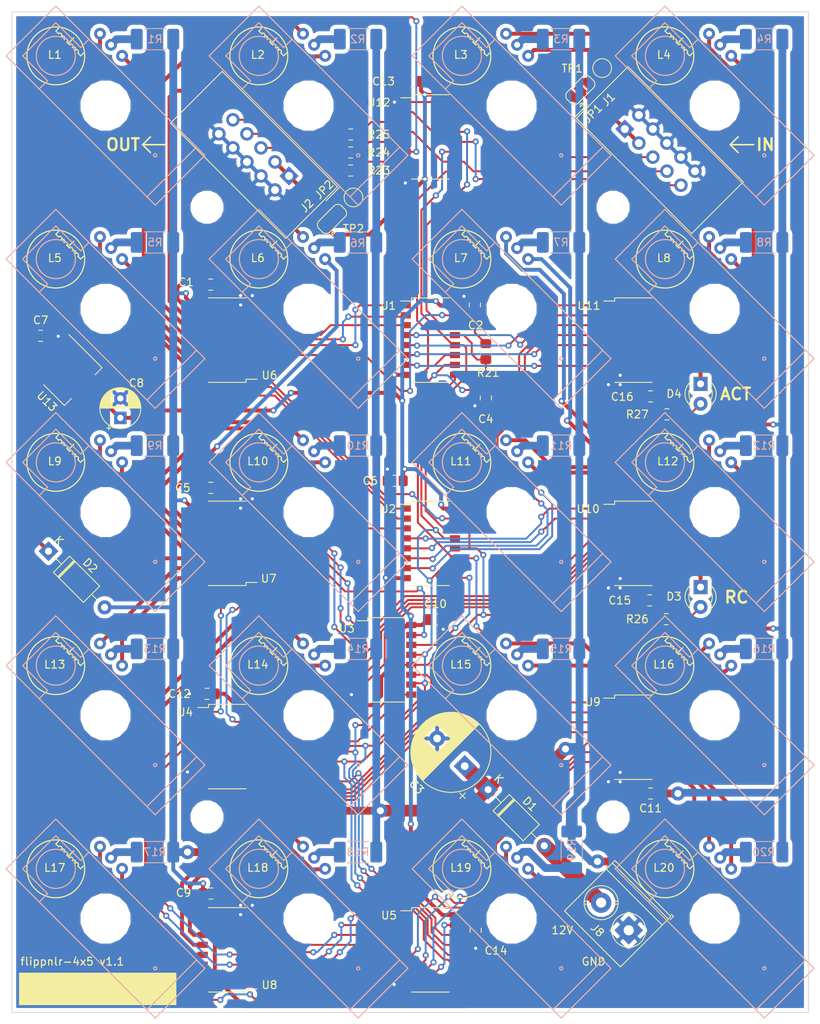
<source format=kicad_pcb>
(kicad_pcb (version 20171130) (host pcbnew 5.0.2+dfsg1-1)
  (title_block (title "Flip Panel 5x4") (date 2021-09-12) (rev 1.1))
  (layers (0 F.Cu signal) (31 B.Cu signal) (34 B.Paste user) (35 F.Paste user) (36 B.SilkS user) (37 F.SilkS user) (38 B.Mask user) (39 F.Mask user) (44 Edge.Cuts user))
  (net 0 "")
  (net 1 GND)
  (net 2 +12V)
  (net 3 +3V3)
  (net 4 RST)
  (net 5 +10V)
  (net 6 RCIN)
  (net 7 DCIN)
  (net 8 DIN)
  (net 9 "Net-(J1-Pad1)")
  (net 10 "Net-(J2-Pad1)")
  (net 11 DOUT)
  (net 12 DCOUT)
  (net 13 RCOUT)
  (net 14 S0)
  (net 15 "Net-(L1-Pad2)")
  (net 16 C0)
  (net 17 S1)
  (net 18 "Net-(L2-Pad2)")
  (net 19 C1)
  (net 20 C2)
  (net 21 "Net-(L3-Pad2)")
  (net 22 S2)
  (net 23 S3)
  (net 24 "Net-(L4-Pad2)")
  (net 25 C3)
  (net 26 S4)
  (net 27 "Net-(L5-Pad2)")
  (net 28 C4)
  (net 29 C5)
  (net 30 "Net-(L6-Pad2)")
  (net 31 S5)
  (net 32 S6)
  (net 33 "Net-(L7-Pad2)")
  (net 34 C6)
  (net 35 C7)
  (net 36 "Net-(L8-Pad2)")
  (net 37 S7)
  (net 38 C8)
  (net 39 "Net-(L9-Pad2)")
  (net 40 S8)
  (net 41 S9)
  (net 42 "Net-(L10-Pad2)")
  (net 43 C9)
  (net 44 S10)
  (net 45 "Net-(L11-Pad2)")
  (net 46 C10)
  (net 47 C11)
  (net 48 "Net-(L12-Pad2)")
  (net 49 S11)
  (net 50 C12)
  (net 51 "Net-(L13-Pad2)")
  (net 52 S12)
  (net 53 C13)
  (net 54 "Net-(L14-Pad2)")
  (net 55 S13)
  (net 56 S14)
  (net 57 "Net-(L15-Pad2)")
  (net 58 C14)
  (net 59 C15)
  (net 60 "Net-(L16-Pad2)")
  (net 61 S15)
  (net 62 S16)
  (net 63 "Net-(L17-Pad2)")
  (net 64 C16)
  (net 65 C17)
  (net 66 "Net-(L18-Pad2)")
  (net 67 S17)
  (net 68 S18)
  (net 69 "Net-(L19-Pad2)")
  (net 70 C18)
  (net 71 C19)
  (net 72 "Net-(L20-Pad2)")
  (net 73 S19)
  (net 74 "Net-(R23-Pad2)")
  (net 75 "Net-(R24-Pad2)")
  (net 76 "Net-(R25-Pad2)")
  (net 77 D8)
  (net 78 DC)
  (net 79 RC)
  (net 80 D0)
  (net 81 D16)
  (net 82 D24)
  (net 83 D32)
  (net 84 D40)
  (net 85 "Net-(D3-Pad2)")
  (net 86 "Net-(D3-Pad1)")
  (net 87 "Net-(JP2-Pad3)")
  (net 88 "Net-(JP1-Pad3)")
  (net 89 "Net-(D4-Pad2)")
  (net 90 "Net-(D4-Pad1)")
  (net 91 "Net-(D1-Pad2)")
  (net 92 LS18)
  (net 93 LC17)
  (net 94 LS17)
  (net 95 LC13)
  (net 96 LS13)
  (net 97 LC16)
  (net 98 LS16)
  (net 99 LC7)
  (net 100 LS7)
  (net 101 LC3)
  (net 102 LS3)
  (net 103 LS2)
  (net 104 LC2)
  (net 105 LC11)
  (net 106 LS11)
  (net 107 LC10)
  (net 108 LS10)
  (net 109 LC6)
  (net 110 LS6)
  (net 111 LC18)
  (net 112 LS19)
  (net 113 LC19)
  (net 114 LC15)
  (net 115 LS15)
  (net 116 LC14)
  (net 117 LS14)
  (net 118 LC5)
  (net 119 LC9)
  (net 120 LS9)
  (net 121 LC8)
  (net 122 LS8)
  (net 123 LS12)
  (net 124 LC12)
  (net 125 LS5)
  (net 126 LC1)
  (net 127 LS1)
  (net 128 LC0)
  (net 129 LS0)
  (net 130 LC4)
  (net 131 LS4)
  (module flipdot:Flipdot (layer F.Cu) (at 136 148 315)
    (fp_text reference L18 (at -9.192388 0) (layer F.SilkS))
    (fp_text value FLIPDOT)
    (pad "" np_thru_hole circle (at 0 0 315) (size 3.2 3.2) (drill 3.2) (layers *.Cu *.Mask) (clearance 1.6))
    (pad 3 thru_hole circle (at -3 -6 315) (size 1.524 1.524) (drill 0.762) (layers *.Cu *.Mask) (net 65 C17))
    (pad 2 thru_hole circle (at -5 -6 315) (size 1.524 1.524) (drill 0.762) (layers *.Cu *.Mask) (net 66 "Net-(L18-Pad2)"))
    (pad 1 thru_hole circle (at -7 -6 315) (size 1.524 1.524) (drill 0.762) (layers *.Cu *.Mask) (net 67 S17))
  )
  (module Package_SO:SOP-16_4.4x10.4mm_P1.27mm (layer F.Cu) (at 125.6 126)
    (fp_text reference U4 (at -5.4 -4.4) (layer F.SilkS))
    (fp_text value SN74HCS594)
    (pad 16 smd rect (at 3.15 -4.45) (size 1.3 0.8) (layers F.Cu F.Paste F.Mask) (net 3 +3V3))
    (pad 15 smd rect (at 3.15 -3.17) (size 1.3 0.8) (layers F.Cu F.Paste F.Mask) (net 123 LS12))
    (pad 14 smd rect (at 3.15 -1.91) (size 1.3 0.8) (layers F.Cu F.Paste F.Mask) (net 82 D24))
    (pad 13 smd rect (at 3.15 -0.64) (size 1.3 0.8) (layers F.Cu F.Paste F.Mask) (net 4 RST))
    (pad 12 smd rect (at 3.15 0.64) (size 1.3 0.8) (layers F.Cu F.Paste F.Mask) (net 79 RC))
    (pad 11 smd rect (at 3.15 1.91) (size 1.3 0.8) (layers F.Cu F.Paste F.Mask) (net 78 DC))
    (pad 10 smd rect (at 3.15 3.17) (size 1.3 0.8) (layers F.Cu F.Paste F.Mask) (net 4 RST))
    (pad 9 smd rect (at 3.15 4.45) (size 1.3 0.8) (layers F.Cu F.Paste F.Mask) (net 83 D32))
    (pad 8 smd rect (at -3.15 4.45) (size 1.3 0.8) (layers F.Cu F.Paste F.Mask) (net 1 GND))
    (pad 7 smd rect (at -3.15 3.17) (size 1.3 0.8) (layers F.Cu F.Paste F.Mask) (net 114 LC15))
    (pad 6 smd rect (at -3.15 1.91) (size 1.3 0.8) (layers F.Cu F.Paste F.Mask) (net 115 LS15))
    (pad 5 smd rect (at -3.15 0.64) (size 1.3 0.8) (layers F.Cu F.Paste F.Mask) (net 116 LC14))
    (pad 4 smd rect (at -3.15 -0.64) (size 1.3 0.8) (layers F.Cu F.Paste F.Mask) (net 117 LS14))
    (pad 3 smd rect (at -3.15 -1.91) (size 1.3 0.8) (layers F.Cu F.Paste F.Mask) (net 95 LC13))
    (pad 2 smd rect (at -3.15 -3.17) (size 1.3 0.8) (layers F.Cu F.Paste F.Mask) (net 96 LS13))
    (pad 1 smd rect (at -3.15 -4.45) (size 1.3 0.8) (layers F.Cu F.Paste F.Mask) (net 124 LC12))
  )
  (module Package_SO:SOP-16_4.4x10.4mm_P1.27mm (layer F.Cu) (at 177.6 100)
    (fp_text reference U10 (at -5.8 -4.4) (layer F.SilkS))
    (fp_text value TPL7407LA)
    (pad 16 smd rect (at 3.15 -4.45) (size 1.3 0.8) (layers F.Cu F.Paste F.Mask) (net 32 S6))
    (pad 15 smd rect (at 3.15 -3.17) (size 1.3 0.8) (layers F.Cu F.Paste F.Mask) (net 34 C6))
    (pad 14 smd rect (at 3.15 -1.91) (size 1.3 0.8) (layers F.Cu F.Paste F.Mask) (net 44 S10))
    (pad 13 smd rect (at 3.15 -0.64) (size 1.3 0.8) (layers F.Cu F.Paste F.Mask) (net 46 C10))
    (pad 12 smd rect (at 3.15 0.64) (size 1.3 0.8) (layers F.Cu F.Paste F.Mask) (net 49 S11))
    (pad 11 smd rect (at 3.15 1.91) (size 1.3 0.8) (layers F.Cu F.Paste F.Mask) (net 47 C11))
    (pad 10 smd rect (at 3.15 3.17) (size 1.3 0.8) (layers F.Cu F.Paste F.Mask) (net 86 "Net-(D3-Pad1)"))
    (pad 9 smd rect (at 3.15 4.45) (size 1.3 0.8) (layers F.Cu F.Paste F.Mask) (net 2 +12V))
    (pad 8 smd rect (at -3.15 4.45) (size 1.3 0.8) (layers F.Cu F.Paste F.Mask) (net 1 GND))
    (pad 7 smd rect (at -3.15 3.17) (size 1.3 0.8) (layers F.Cu F.Paste F.Mask) (net 79 RC))
    (pad 6 smd rect (at -3.15 1.91) (size 1.3 0.8) (layers F.Cu F.Paste F.Mask) (net 105 LC11))
    (pad 5 smd rect (at -3.15 0.64) (size 1.3 0.8) (layers F.Cu F.Paste F.Mask) (net 106 LS11))
    (pad 4 smd rect (at -3.15 -0.64) (size 1.3 0.8) (layers F.Cu F.Paste F.Mask) (net 107 LC10))
    (pad 3 smd rect (at -3.15 -1.91) (size 1.3 0.8) (layers F.Cu F.Paste F.Mask) (net 108 LS10))
    (pad 2 smd rect (at -3.15 -3.17) (size 1.3 0.8) (layers F.Cu F.Paste F.Mask) (net 109 LC6))
    (pad 1 smd rect (at -3.15 -4.45) (size 1.3 0.8) (layers F.Cu F.Paste F.Mask) (net 110 LS6))
  )
  (module flipdot:Flipdot (layer F.Cu) (at 188 96 315)
    (fp_text reference L12 (at -8.838835 -0.353553) (layer F.SilkS))
    (fp_text value FLIPDOT)
    (pad "" np_thru_hole circle (at 0 0 315) (size 3.2 3.2) (drill 3.2) (layers *.Cu *.Mask) (clearance 1.6))
    (pad 3 thru_hole circle (at -3 -6 315) (size 1.524 1.524) (drill 0.762) (layers *.Cu *.Mask) (net 47 C11))
    (pad 2 thru_hole circle (at -5 -6 315) (size 1.524 1.524) (drill 0.762) (layers *.Cu *.Mask) (net 48 "Net-(L12-Pad2)"))
    (pad 1 thru_hole circle (at -7 -6 315) (size 1.524 1.524) (drill 0.762) (layers *.Cu *.Mask) (net 49 S11))
  )
  (module flipdot:Flipdot (layer F.Cu) (at 188 70 315)
    (fp_text reference L8 (at -9.192388 0) (layer F.SilkS))
    (fp_text value FLIPDOT)
    (pad "" np_thru_hole circle (at 0 0 315) (size 3.2 3.2) (drill 3.2) (layers *.Cu *.Mask) (clearance 1.6))
    (pad 3 thru_hole circle (at -3 -6 315) (size 1.524 1.524) (drill 0.762) (layers *.Cu *.Mask) (net 35 C7))
    (pad 2 thru_hole circle (at -5 -6 315) (size 1.524 1.524) (drill 0.762) (layers *.Cu *.Mask) (net 36 "Net-(L8-Pad2)"))
    (pad 1 thru_hole circle (at -7 -6 315) (size 1.524 1.524) (drill 0.762) (layers *.Cu *.Mask) (net 37 S7))
  )
  (module TerminalBlock_Phoenix:TerminalBlock_Phoenix_PT-1,5-2-5.0-H_1x02_P5.00mm_Horizontal (layer F.Cu) (at 177 149.5 135)
    (fp_text reference J8 (at 2.828427 -2.828427 135) (layer F.SilkS))
    (fp_text value 12V)
    (pad 2 thru_hole circle (at 5 0 135) (size 2.6 2.6) (drill 1.3) (layers *.Cu *.Mask) (net 91 "Net-(D1-Pad2)"))
    (pad 1 thru_hole rect (at 0 0 135) (size 2.6 2.6) (drill 1.3) (layers *.Cu *.Mask) (net 1 GND))
  )
  (module flipdot:Flipdot (layer F.Cu) (at 110 44 315)
    (fp_text reference L1 (at -9.192388 0) (layer F.SilkS))
    (fp_text value FLIPDOT)
    (pad "" np_thru_hole circle (at 0 0 315) (size 3.2 3.2) (drill 3.2) (layers *.Cu *.Mask) (clearance 1.6))
    (pad 3 thru_hole circle (at -3 -6 315) (size 1.524 1.524) (drill 0.762) (layers *.Cu *.Mask) (net 16 C0))
    (pad 2 thru_hole circle (at -5 -6 315) (size 1.524 1.524) (drill 0.762) (layers *.Cu *.Mask) (net 15 "Net-(L1-Pad2)"))
    (pad 1 thru_hole circle (at -7 -6 315) (size 1.524 1.524) (drill 0.762) (layers *.Cu *.Mask) (net 14 S0))
  )
  (module flipdot:Flipdot (layer F.Cu) (at 136 44 315)
    (fp_text reference L2 (at -9.192388 0) (layer F.SilkS))
    (fp_text value FLIPDOT)
    (pad "" np_thru_hole circle (at 0 0 315) (size 3.2 3.2) (drill 3.2) (layers *.Cu *.Mask) (clearance 1.6))
    (pad 3 thru_hole circle (at -3 -6 315) (size 1.524 1.524) (drill 0.762) (layers *.Cu *.Mask) (net 19 C1))
    (pad 2 thru_hole circle (at -5 -6 315) (size 1.524 1.524) (drill 0.762) (layers *.Cu *.Mask) (net 18 "Net-(L2-Pad2)"))
    (pad 1 thru_hole circle (at -7 -6 315) (size 1.524 1.524) (drill 0.762) (layers *.Cu *.Mask) (net 17 S1))
  )
  (module flipdot:Flipdot (layer F.Cu) (at 162 44 315)
    (fp_text reference L3 (at -9.192388 0) (layer F.SilkS))
    (fp_text value FLIPDOT)
    (pad "" np_thru_hole circle (at 0 0 315) (size 3.2 3.2) (drill 3.2) (layers *.Cu *.Mask) (clearance 1.6))
    (pad 3 thru_hole circle (at -3 -6 315) (size 1.524 1.524) (drill 0.762) (layers *.Cu *.Mask) (net 20 C2))
    (pad 2 thru_hole circle (at -5 -6 315) (size 1.524 1.524) (drill 0.762) (layers *.Cu *.Mask) (net 21 "Net-(L3-Pad2)"))
    (pad 1 thru_hole circle (at -7 -6 315) (size 1.524 1.524) (drill 0.762) (layers *.Cu *.Mask) (net 22 S2))
  )
  (module flipdot:Flipdot (layer F.Cu) (at 188 44 315)
    (fp_text reference L4 (at -9.192388 0) (layer F.SilkS))
    (fp_text value FLIPDOT)
    (pad "" np_thru_hole circle (at 0 0 315) (size 3.2 3.2) (drill 3.2) (layers *.Cu *.Mask) (clearance 1.6))
    (pad 3 thru_hole circle (at -3 -6 315) (size 1.524 1.524) (drill 0.762) (layers *.Cu *.Mask) (net 25 C3))
    (pad 2 thru_hole circle (at -5 -6 315) (size 1.524 1.524) (drill 0.762) (layers *.Cu *.Mask) (net 24 "Net-(L4-Pad2)"))
    (pad 1 thru_hole circle (at -7 -6 315) (size 1.524 1.524) (drill 0.762) (layers *.Cu *.Mask) (net 23 S3))
  )
  (module flipdot:Flipdot (layer F.Cu) (at 110 70 315)
    (fp_text reference L5 (at -9.192388 0) (layer F.SilkS))
    (fp_text value FLIPDOT)
    (pad "" np_thru_hole circle (at 0 0 315) (size 3.2 3.2) (drill 3.2) (layers *.Cu *.Mask) (clearance 1.6))
    (pad 3 thru_hole circle (at -3 -6 315) (size 1.524 1.524) (drill 0.762) (layers *.Cu *.Mask) (net 28 C4))
    (pad 2 thru_hole circle (at -5 -6 315) (size 1.524 1.524) (drill 0.762) (layers *.Cu *.Mask) (net 27 "Net-(L5-Pad2)"))
    (pad 1 thru_hole circle (at -7 -6 315) (size 1.524 1.524) (drill 0.762) (layers *.Cu *.Mask) (net 26 S4))
  )
  (module flipdot:Flipdot (layer F.Cu) (at 136 70 315)
    (fp_text reference L6 (at -9.192388 0) (layer F.SilkS))
    (fp_text value FLIPDOT)
    (pad "" np_thru_hole circle (at 0 0 315) (size 3.2 3.2) (drill 3.2) (layers *.Cu *.Mask) (clearance 1.6))
    (pad 3 thru_hole circle (at -3 -6 315) (size 1.524 1.524) (drill 0.762) (layers *.Cu *.Mask) (net 29 C5))
    (pad 2 thru_hole circle (at -5 -6 315) (size 1.524 1.524) (drill 0.762) (layers *.Cu *.Mask) (net 30 "Net-(L6-Pad2)"))
    (pad 1 thru_hole circle (at -7 -6 315) (size 1.524 1.524) (drill 0.762) (layers *.Cu *.Mask) (net 31 S5))
  )
  (module flipdot:Flipdot (layer F.Cu) (at 162 70 315)
    (fp_text reference L7 (at -9.192388 0) (layer F.SilkS))
    (fp_text value FLIPDOT)
    (pad "" np_thru_hole circle (at 0 0 315) (size 3.2 3.2) (drill 3.2) (layers *.Cu *.Mask) (clearance 1.6))
    (pad 3 thru_hole circle (at -3 -6 315) (size 1.524 1.524) (drill 0.762) (layers *.Cu *.Mask) (net 34 C6))
    (pad 2 thru_hole circle (at -5 -6 315) (size 1.524 1.524) (drill 0.762) (layers *.Cu *.Mask) (net 33 "Net-(L7-Pad2)"))
    (pad 1 thru_hole circle (at -7 -6 315) (size 1.524 1.524) (drill 0.762) (layers *.Cu *.Mask) (net 32 S6))
  )
  (module flipdot:Flipdot (layer F.Cu) (at 110 96 315)
    (fp_text reference L9 (at -9.192388 0) (layer F.SilkS))
    (fp_text value FLIPDOT)
    (pad "" np_thru_hole circle (at 0 0 315) (size 3.2 3.2) (drill 3.2) (layers *.Cu *.Mask) (clearance 1.6))
    (pad 3 thru_hole circle (at -3 -6 315) (size 1.524 1.524) (drill 0.762) (layers *.Cu *.Mask) (net 38 C8))
    (pad 2 thru_hole circle (at -5 -6 315) (size 1.524 1.524) (drill 0.762) (layers *.Cu *.Mask) (net 39 "Net-(L9-Pad2)"))
    (pad 1 thru_hole circle (at -7 -6 315) (size 1.524 1.524) (drill 0.762) (layers *.Cu *.Mask) (net 40 S8))
  )
  (module flipdot:Flipdot (layer F.Cu) (at 136 96 315)
    (fp_text reference L10 (at -9.192388 0) (layer F.SilkS))
    (fp_text value FLIPDOT)
    (pad "" np_thru_hole circle (at 0 0 315) (size 3.2 3.2) (drill 3.2) (layers *.Cu *.Mask) (clearance 1.6))
    (pad 3 thru_hole circle (at -3 -6 315) (size 1.524 1.524) (drill 0.762) (layers *.Cu *.Mask) (net 43 C9))
    (pad 2 thru_hole circle (at -5 -6 315) (size 1.524 1.524) (drill 0.762) (layers *.Cu *.Mask) (net 42 "Net-(L10-Pad2)"))
    (pad 1 thru_hole circle (at -7 -6 315) (size 1.524 1.524) (drill 0.762) (layers *.Cu *.Mask) (net 41 S9))
  )
  (module flipdot:Flipdot (layer F.Cu) (at 162 96 315)
    (fp_text reference L11 (at -9.192388 0) (layer F.SilkS))
    (fp_text value FLIPDOT)
    (pad "" np_thru_hole circle (at 0 0 315) (size 3.2 3.2) (drill 3.2) (layers *.Cu *.Mask) (clearance 1.6))
    (pad 3 thru_hole circle (at -3 -6 315) (size 1.524 1.524) (drill 0.762) (layers *.Cu *.Mask) (net 46 C10))
    (pad 2 thru_hole circle (at -5 -6 315) (size 1.524 1.524) (drill 0.762) (layers *.Cu *.Mask) (net 45 "Net-(L11-Pad2)"))
    (pad 1 thru_hole circle (at -7 -6 315) (size 1.524 1.524) (drill 0.762) (layers *.Cu *.Mask) (net 44 S10))
  )
  (module flipdot:Flipdot (layer F.Cu) (at 110 122 315)
    (fp_text reference L13 (at -9.192388 0) (layer F.SilkS))
    (fp_text value FLIPDOT)
    (pad "" np_thru_hole circle (at 0 0 315) (size 3.2 3.2) (drill 3.2) (layers *.Cu *.Mask) (clearance 1.6))
    (pad 3 thru_hole circle (at -3 -6 315) (size 1.524 1.524) (drill 0.762) (layers *.Cu *.Mask) (net 50 C12))
    (pad 2 thru_hole circle (at -5 -6 315) (size 1.524 1.524) (drill 0.762) (layers *.Cu *.Mask) (net 51 "Net-(L13-Pad2)"))
    (pad 1 thru_hole circle (at -7 -6 315) (size 1.524 1.524) (drill 0.762) (layers *.Cu *.Mask) (net 52 S12))
  )
  (module flipdot:Flipdot (layer F.Cu) (at 136 122 315)
    (fp_text reference L14 (at -9.192388 0) (layer F.SilkS))
    (fp_text value FLIPDOT)
    (pad "" np_thru_hole circle (at 0 0 315) (size 3.2 3.2) (drill 3.2) (layers *.Cu *.Mask) (clearance 1.6))
    (pad 3 thru_hole circle (at -3 -6 315) (size 1.524 1.524) (drill 0.762) (layers *.Cu *.Mask) (net 53 C13))
    (pad 2 thru_hole circle (at -5 -6 315) (size 1.524 1.524) (drill 0.762) (layers *.Cu *.Mask) (net 54 "Net-(L14-Pad2)"))
    (pad 1 thru_hole circle (at -7 -6 315) (size 1.524 1.524) (drill 0.762) (layers *.Cu *.Mask) (net 55 S13))
  )
  (module flipdot:Flipdot (layer F.Cu) (at 162 122 315)
    (fp_text reference L15 (at -9.192388 0) (layer F.SilkS))
    (fp_text value FLIPDOT)
    (pad "" np_thru_hole circle (at 0 0 315) (size 3.2 3.2) (drill 3.2) (layers *.Cu *.Mask) (clearance 1.6))
    (pad 3 thru_hole circle (at -3 -6 315) (size 1.524 1.524) (drill 0.762) (layers *.Cu *.Mask) (net 58 C14))
    (pad 2 thru_hole circle (at -5 -6 315) (size 1.524 1.524) (drill 0.762) (layers *.Cu *.Mask) (net 57 "Net-(L15-Pad2)"))
    (pad 1 thru_hole circle (at -7 -6 315) (size 1.524 1.524) (drill 0.762) (layers *.Cu *.Mask) (net 56 S14))
  )
  (module flipdot:Flipdot (layer F.Cu) (at 188 122 315)
    (fp_text reference L16 (at -9.192388 0) (layer F.SilkS))
    (fp_text value FLIPDOT)
    (pad "" np_thru_hole circle (at 0 0 315) (size 3.2 3.2) (drill 3.2) (layers *.Cu *.Mask) (clearance 1.6))
    (pad 3 thru_hole circle (at -3 -6 315) (size 1.524 1.524) (drill 0.762) (layers *.Cu *.Mask) (net 59 C15))
    (pad 2 thru_hole circle (at -5 -6 315) (size 1.524 1.524) (drill 0.762) (layers *.Cu *.Mask) (net 60 "Net-(L16-Pad2)"))
    (pad 1 thru_hole circle (at -7 -6 315) (size 1.524 1.524) (drill 0.762) (layers *.Cu *.Mask) (net 61 S15))
  )
  (module flipdot:Flipdot (layer F.Cu) (at 110 148 315)
    (fp_text reference L17 (at -9.192388 0) (layer F.SilkS))
    (fp_text value FLIPDOT)
    (pad "" np_thru_hole circle (at 0 0 315) (size 3.2 3.2) (drill 3.2) (layers *.Cu *.Mask) (clearance 1.6))
    (pad 3 thru_hole circle (at -3 -6 315) (size 1.524 1.524) (drill 0.762) (layers *.Cu *.Mask) (net 64 C16))
    (pad 2 thru_hole circle (at -5 -6 315) (size 1.524 1.524) (drill 0.762) (layers *.Cu *.Mask) (net 63 "Net-(L17-Pad2)"))
    (pad 1 thru_hole circle (at -7 -6 315) (size 1.524 1.524) (drill 0.762) (layers *.Cu *.Mask) (net 62 S16))
  )
  (module flipdot:Flipdot (layer F.Cu) (at 162 148 315)
    (fp_text reference L19 (at -9.192388 0) (layer F.SilkS))
    (fp_text value FLIPDOT)
    (pad "" np_thru_hole circle (at 0 0 315) (size 3.2 3.2) (drill 3.2) (layers *.Cu *.Mask) (clearance 1.6))
    (pad 3 thru_hole circle (at -3 -6 315) (size 1.524 1.524) (drill 0.762) (layers *.Cu *.Mask) (net 70 C18))
    (pad 2 thru_hole circle (at -5 -6 315) (size 1.524 1.524) (drill 0.762) (layers *.Cu *.Mask) (net 69 "Net-(L19-Pad2)"))
    (pad 1 thru_hole circle (at -7 -6 315) (size 1.524 1.524) (drill 0.762) (layers *.Cu *.Mask) (net 68 S18))
  )
  (module flipdot:Flipdot (layer F.Cu) (at 188 148 315)
    (fp_text reference L20 (at -9.192388 0) (layer F.SilkS))
    (fp_text value FLIPDOT)
    (pad "" np_thru_hole circle (at 0 0 315) (size 3.2 3.2) (drill 3.2) (layers *.Cu *.Mask) (clearance 1.6))
    (pad 3 thru_hole circle (at -3 -6 315) (size 1.524 1.524) (drill 0.762) (layers *.Cu *.Mask) (net 71 C19))
    (pad 2 thru_hole circle (at -5 -6 315) (size 1.524 1.524) (drill 0.762) (layers *.Cu *.Mask) (net 72 "Net-(L20-Pad2)"))
    (pad 1 thru_hole circle (at -7 -6 315) (size 1.524 1.524) (drill 0.762) (layers *.Cu *.Mask) (net 73 S19))
  )
  (module Diode_THT:D_A-405_P10.16mm_Horizontal (layer F.Cu) (at 102.7 101 315)
    (fp_text reference D2 (at 5.08 -2.47 315) (layer F.SilkS))
    (fp_text value 1n5817)
    (fp_text user K (at 0 -1.9 315) (layer F.SilkS))
    (pad 2 thru_hole oval (at 10.16 0 315) (size 1.8 1.8) (drill 0.9) (layers *.Cu *.Mask) (net 2 +12V))
    (pad 1 thru_hole rect (at 0 0 315) (size 1.8 1.8) (drill 0.9) (layers *.Cu *.Mask) (net 5 +10V))
  )
  (module LED_THT:LED_D3.0mm (layer F.Cu) (at 186.2 79.6 270)
    (fp_text reference D4 (at 1.27 3.4) (layer F.SilkS))
    (fp_text value 3GWY4)
    (pad 2 thru_hole circle (at 2.54 0 270) (size 1.8 1.8) (drill 0.9) (layers *.Cu *.Mask) (net 89 "Net-(D4-Pad2)"))
    (pad 1 thru_hole rect (at 0 0 270) (size 1.8 1.8) (drill 0.9) (layers *.Cu *.Mask) (net 90 "Net-(D4-Pad1)"))
  )
  (module Jumper:SolderJumper-3_P1.3mm_Open_RoundedPad1.0x1.5mm (layer F.Cu) (at 170.8 42 45)
    (fp_text reference JP1 (at -0.989949 3.252691 45) (layer F.SilkS))
    (fp_text value PWR)
    (pad 2 smd rect (at 0 0 45) (size 1 1.5) (layers F.Cu F.Mask) (net 9 "Net-(J1-Pad1)"))
    (pad 3 smd custom (at 1.3 0 45) (size 1 0.5) (layers F.Cu F.Mask) (net 88 "Net-(JP1-Pad3)") (options (clearance outline) (anchor rect)) (primitives (gr_circle (center 0 0.25) (end 0.5 0.25) (width 0)) (gr_circle (center 0 -0.25) (end 0.5 -0.25) (width 0)) (gr_poly (pts (xy -0.55 -0.75) (xy 0 -0.75) (xy 0 0.75) (xy -0.55 0.75)) (width 0))))
    (pad 1 smd custom (at -1.3 0 45) (size 1 0.5) (layers F.Cu F.Mask) (net 3 +3V3) (options (clearance outline) (anchor rect)) (primitives (gr_circle (center 0 0.25) (end 0.5 0.25) (width 0)) (gr_circle (center 0 -0.25) (end 0.5 -0.25) (width 0)) (gr_poly (pts (xy 0.55 -0.75) (xy 0 -0.75) (xy 0 0.75) (xy 0.55 0.75)) (width 0))))
  )
  (module Jumper:SolderJumper-3_P1.3mm_Open_RoundedPad1.0x1.5mm (layer F.Cu) (at 139 58.5 45)
    (fp_text reference JP2 (at 1.944544 -3.358757 45) (layer F.SilkS))
    (fp_text value PWR)
    (pad 2 smd rect (at 0 0 45) (size 1 1.5) (layers F.Cu F.Mask) (net 10 "Net-(J2-Pad1)"))
    (pad 3 smd custom (at 1.3 0 45) (size 1 0.5) (layers F.Cu F.Mask) (net 87 "Net-(JP2-Pad3)") (options (clearance outline) (anchor rect)) (primitives (gr_circle (center 0 0.25) (end 0.5 0.25) (width 0)) (gr_circle (center 0 -0.25) (end 0.5 -0.25) (width 0)) (gr_poly (pts (xy -0.55 -0.75) (xy 0 -0.75) (xy 0 0.75) (xy -0.55 0.75)) (width 0))))
    (pad 1 smd custom (at -1.3 0 45) (size 1 0.5) (layers F.Cu F.Mask) (net 3 +3V3) (options (clearance outline) (anchor rect)) (primitives (gr_circle (center 0 0.25) (end 0.5 0.25) (width 0)) (gr_circle (center 0 -0.25) (end 0.5 -0.25) (width 0)) (gr_poly (pts (xy 0.55 -0.75) (xy 0 -0.75) (xy 0 0.75) (xy 0.55 0.75)) (width 0))))
  )
  (module TestPoint:TestPoint_Pad_D2.0mm (layer F.Cu) (at 173.6 39.2)
    (fp_text reference TP1 (at -3.85 0.05) (layer F.SilkS))
    (fp_text value PWR)
    (pad 1 smd circle (at 0 0) (size 2 2) (layers F.Cu F.Mask) (net 88 "Net-(JP1-Pad3)"))
  )
  (module TestPoint:TestPoint_Pad_D2.0mm (layer F.Cu) (at 141.75 55.75)
    (fp_text reference TP2 (at 0 4) (layer F.SilkS))
    (fp_text value PWR)
    (pad 1 smd circle (at 0 0) (size 2 2) (layers F.Cu F.Mask) (net 87 "Net-(JP2-Pad3)"))
  )
  (module LED_THT:LED_D3.0mm (layer F.Cu) (at 186.2 105.6 270)
    (fp_text reference D3 (at 1.2 3.4) (layer F.SilkS))
    (fp_text value 3GWY4)
    (pad 2 thru_hole circle (at 2.54 0 270) (size 1.8 1.8) (drill 0.9) (layers *.Cu *.Mask) (net 85 "Net-(D3-Pad2)"))
    (pad 1 thru_hole rect (at 0 0 270) (size 1.8 1.8) (drill 0.9) (layers *.Cu *.Mask) (net 86 "Net-(D3-Pad1)"))
  )
  (module Resistor_SMD:R_0805_2012Metric_Pad1.15x1.40mm_HandSolder (layer F.Cu) (at 181.9 83.5)
    (fp_text reference R27 (at -3.8 0) (layer F.SilkS))
    (fp_text value 4k7)
    (pad 2 smd roundrect (at 1.025 0) (size 1.15 1.4) (layers F.Cu F.Paste F.Mask) (roundrect_rratio 0.217391) (net 89 "Net-(D4-Pad2)"))
    (pad 1 smd roundrect (at -1.025 0) (size 1.15 1.4) (layers F.Cu F.Paste F.Mask) (roundrect_rratio 0.217391) (net 2 +12V))
  )
  (module Resistor_SMD:R_0805_2012Metric_Pad1.15x1.40mm_HandSolder (layer F.Cu) (at 181.8 109.7)
    (fp_text reference R26 (at -3.7 0) (layer F.SilkS))
    (fp_text value 4k7)
    (pad 2 smd roundrect (at 1.025 0) (size 1.15 1.4) (layers F.Cu F.Paste F.Mask) (roundrect_rratio 0.217391) (net 85 "Net-(D3-Pad2)"))
    (pad 1 smd roundrect (at -1.025 0) (size 1.15 1.4) (layers F.Cu F.Paste F.Mask) (roundrect_rratio 0.217391) (net 2 +12V))
  )
  (module Resistor_SMD:R_2010_5025Metric_Pad1.52x2.65mm_HandSolder (layer B.Cu) (at 168.3375 35.5)
    (fp_text reference R3 (at 0 0) (layer B.SilkS) (effects (justify mirror)))
    (fp_text value 62)
    (pad 2 smd roundrect (at 2.3375 0) (size 1.525 2.65) (layers B.Cu B.Paste B.Mask) (roundrect_rratio 0.163934) (net 2 +12V))
    (pad 1 smd roundrect (at -2.3375 0) (size 1.525 2.65) (layers B.Cu B.Paste B.Mask) (roundrect_rratio 0.163934) (net 21 "Net-(L3-Pad2)"))
  )
  (module Resistor_SMD:R_2010_5025Metric_Pad1.52x2.65mm_HandSolder (layer B.Cu) (at 116.3375 35.5)
    (fp_text reference R1 (at 0 0) (layer B.SilkS) (effects (justify mirror)))
    (fp_text value 62)
    (pad 2 smd roundrect (at 2.3375 0) (size 1.525 2.65) (layers B.Cu B.Paste B.Mask) (roundrect_rratio 0.163934) (net 2 +12V))
    (pad 1 smd roundrect (at -2.3375 0) (size 1.525 2.65) (layers B.Cu B.Paste B.Mask) (roundrect_rratio 0.163934) (net 15 "Net-(L1-Pad2)"))
  )
  (module Resistor_SMD:R_2010_5025Metric_Pad1.52x2.65mm_HandSolder (layer B.Cu) (at 142.3375 35.5)
    (fp_text reference R2 (at -0.0375 0) (layer B.SilkS) (effects (justify mirror)))
    (fp_text value 62)
    (pad 2 smd roundrect (at 2.3375 0) (size 1.525 2.65) (layers B.Cu B.Paste B.Mask) (roundrect_rratio 0.163934) (net 2 +12V))
    (pad 1 smd roundrect (at -2.3375 0) (size 1.525 2.65) (layers B.Cu B.Paste B.Mask) (roundrect_rratio 0.163934) (net 18 "Net-(L2-Pad2)"))
  )
  (module Resistor_SMD:R_2010_5025Metric_Pad1.52x2.65mm_HandSolder (layer B.Cu) (at 194.3375 35.5)
    (fp_text reference R4 (at 0 0) (layer B.SilkS) (effects (justify mirror)))
    (fp_text value 62)
    (pad 2 smd roundrect (at 2.3375 0) (size 1.525 2.65) (layers B.Cu B.Paste B.Mask) (roundrect_rratio 0.163934) (net 2 +12V))
    (pad 1 smd roundrect (at -2.3375 0) (size 1.525 2.65) (layers B.Cu B.Paste B.Mask) (roundrect_rratio 0.163934) (net 24 "Net-(L4-Pad2)"))
  )
  (module Resistor_SMD:R_2010_5025Metric_Pad1.52x2.65mm_HandSolder (layer B.Cu) (at 194.3375 139.5)
    (fp_text reference R20 (at -0.0375 0) (layer B.SilkS) (effects (justify mirror)))
    (fp_text value 62)
    (pad 2 smd roundrect (at 2.3375 0) (size 1.525 2.65) (layers B.Cu B.Paste B.Mask) (roundrect_rratio 0.163934) (net 2 +12V))
    (pad 1 smd roundrect (at -2.3375 0) (size 1.525 2.65) (layers B.Cu B.Paste B.Mask) (roundrect_rratio 0.163934) (net 72 "Net-(L20-Pad2)"))
  )
  (module Resistor_SMD:R_2010_5025Metric_Pad1.52x2.65mm_HandSolder (layer B.Cu) (at 169.7 139.2 90)
    (fp_text reference R19 (at 0 0 90) (layer B.SilkS) (effects (justify mirror)))
    (fp_text value 62)
    (pad 2 smd roundrect (at 2.3375 0 90) (size 1.525 2.65) (layers B.Cu B.Paste B.Mask) (roundrect_rratio 0.163934) (net 2 +12V))
    (pad 1 smd roundrect (at -2.3375 0 90) (size 1.525 2.65) (layers B.Cu B.Paste B.Mask) (roundrect_rratio 0.163934) (net 69 "Net-(L19-Pad2)"))
  )
  (module Resistor_SMD:R_2010_5025Metric_Pad1.52x2.65mm_HandSolder (layer B.Cu) (at 116.3375 139.5)
    (fp_text reference R17 (at 0 0) (layer B.SilkS) (effects (justify mirror)))
    (fp_text value 62)
    (pad 2 smd roundrect (at 2.3375 0) (size 1.525 2.65) (layers B.Cu B.Paste B.Mask) (roundrect_rratio 0.163934) (net 2 +12V))
    (pad 1 smd roundrect (at -2.3375 0) (size 1.525 2.65) (layers B.Cu B.Paste B.Mask) (roundrect_rratio 0.163934) (net 63 "Net-(L17-Pad2)"))
  )
  (module Resistor_SMD:R_2010_5025Metric_Pad1.52x2.65mm_HandSolder (layer B.Cu) (at 194.3375 113.5)
    (fp_text reference R16 (at 0 0) (layer B.SilkS) (effects (justify mirror)))
    (fp_text value 62)
    (pad 2 smd roundrect (at 2.3375 0) (size 1.525 2.65) (layers B.Cu B.Paste B.Mask) (roundrect_rratio 0.163934) (net 2 +12V))
    (pad 1 smd roundrect (at -2.3375 0) (size 1.525 2.65) (layers B.Cu B.Paste B.Mask) (roundrect_rratio 0.163934) (net 60 "Net-(L16-Pad2)"))
  )
  (module Resistor_SMD:R_2010_5025Metric_Pad1.52x2.65mm_HandSolder (layer B.Cu) (at 168.3375 113.5)
    (fp_text reference R15 (at 0 0) (layer B.SilkS) (effects (justify mirror)))
    (fp_text value 62)
    (pad 2 smd roundrect (at 2.3375 0) (size 1.525 2.65) (layers B.Cu B.Paste B.Mask) (roundrect_rratio 0.163934) (net 2 +12V))
    (pad 1 smd roundrect (at -2.3375 0) (size 1.525 2.65) (layers B.Cu B.Paste B.Mask) (roundrect_rratio 0.163934) (net 57 "Net-(L15-Pad2)"))
  )
  (module Resistor_SMD:R_2010_5025Metric_Pad1.52x2.65mm_HandSolder (layer B.Cu) (at 142.3375 113.5)
    (fp_text reference R14 (at 0 0) (layer B.SilkS) (effects (justify mirror)))
    (fp_text value 62)
    (pad 2 smd roundrect (at 2.3375 0) (size 1.525 2.65) (layers B.Cu B.Paste B.Mask) (roundrect_rratio 0.163934) (net 2 +12V))
    (pad 1 smd roundrect (at -2.3375 0) (size 1.525 2.65) (layers B.Cu B.Paste B.Mask) (roundrect_rratio 0.163934) (net 54 "Net-(L14-Pad2)"))
  )
  (module Resistor_SMD:R_2010_5025Metric_Pad1.52x2.65mm_HandSolder (layer B.Cu) (at 116.3375 61.5)
    (fp_text reference R5 (at 0 0) (layer B.SilkS) (effects (justify mirror)))
    (fp_text value 62)
    (pad 2 smd roundrect (at 2.3375 0) (size 1.525 2.65) (layers B.Cu B.Paste B.Mask) (roundrect_rratio 0.163934) (net 2 +12V))
    (pad 1 smd roundrect (at -2.3375 0) (size 1.525 2.65) (layers B.Cu B.Paste B.Mask) (roundrect_rratio 0.163934) (net 27 "Net-(L5-Pad2)"))
  )
  (module Resistor_SMD:R_2010_5025Metric_Pad1.52x2.65mm_HandSolder (layer B.Cu) (at 142.3375 61.5)
    (fp_text reference R6 (at -0.0375 0.1) (layer B.SilkS) (effects (justify mirror)))
    (fp_text value 62)
    (pad 2 smd roundrect (at 2.3375 0) (size 1.525 2.65) (layers B.Cu B.Paste B.Mask) (roundrect_rratio 0.163934) (net 2 +12V))
    (pad 1 smd roundrect (at -2.3375 0) (size 1.525 2.65) (layers B.Cu B.Paste B.Mask) (roundrect_rratio 0.163934) (net 30 "Net-(L6-Pad2)"))
  )
  (module Resistor_SMD:R_2010_5025Metric_Pad1.52x2.65mm_HandSolder (layer B.Cu) (at 168.3375 61.5)
    (fp_text reference R7 (at 0 0) (layer B.SilkS) (effects (justify mirror)))
    (fp_text value 62)
    (pad 2 smd roundrect (at 2.3375 0) (size 1.525 2.65) (layers B.Cu B.Paste B.Mask) (roundrect_rratio 0.163934) (net 2 +12V))
    (pad 1 smd roundrect (at -2.3375 0) (size 1.525 2.65) (layers B.Cu B.Paste B.Mask) (roundrect_rratio 0.163934) (net 33 "Net-(L7-Pad2)"))
  )
  (module Resistor_SMD:R_2010_5025Metric_Pad1.52x2.65mm_HandSolder (layer B.Cu) (at 194.3375 61.5)
    (fp_text reference R8 (at 0 0) (layer B.SilkS) (effects (justify mirror)))
    (fp_text value 62)
    (pad 2 smd roundrect (at 2.3375 0) (size 1.525 2.65) (layers B.Cu B.Paste B.Mask) (roundrect_rratio 0.163934) (net 2 +12V))
    (pad 1 smd roundrect (at -2.3375 0) (size 1.525 2.65) (layers B.Cu B.Paste B.Mask) (roundrect_rratio 0.163934) (net 36 "Net-(L8-Pad2)"))
  )
  (module Resistor_SMD:R_2010_5025Metric_Pad1.52x2.65mm_HandSolder (layer B.Cu) (at 116.3375 87.5)
    (fp_text reference R9 (at 0 0) (layer B.SilkS) (effects (justify mirror)))
    (fp_text value 62)
    (pad 2 smd roundrect (at 2.3375 0) (size 1.525 2.65) (layers B.Cu B.Paste B.Mask) (roundrect_rratio 0.163934) (net 2 +12V))
    (pad 1 smd roundrect (at -2.3375 0) (size 1.525 2.65) (layers B.Cu B.Paste B.Mask) (roundrect_rratio 0.163934) (net 39 "Net-(L9-Pad2)"))
  )
  (module Resistor_SMD:R_2010_5025Metric_Pad1.52x2.65mm_HandSolder (layer B.Cu) (at 142.3375 87.5)
    (fp_text reference R10 (at 0 0) (layer B.SilkS) (effects (justify mirror)))
    (fp_text value 62)
    (pad 2 smd roundrect (at 2.3375 0) (size 1.525 2.65) (layers B.Cu B.Paste B.Mask) (roundrect_rratio 0.163934) (net 2 +12V))
    (pad 1 smd roundrect (at -2.3375 0) (size 1.525 2.65) (layers B.Cu B.Paste B.Mask) (roundrect_rratio 0.163934) (net 42 "Net-(L10-Pad2)"))
  )
  (module Resistor_SMD:R_2010_5025Metric_Pad1.52x2.65mm_HandSolder (layer B.Cu) (at 168.3375 87.5)
    (fp_text reference R11 (at 0 0) (layer B.SilkS) (effects (justify mirror)))
    (fp_text value 62)
    (pad 2 smd roundrect (at 2.3375 0) (size 1.525 2.65) (layers B.Cu B.Paste B.Mask) (roundrect_rratio 0.163934) (net 2 +12V))
    (pad 1 smd roundrect (at -2.3375 0) (size 1.525 2.65) (layers B.Cu B.Paste B.Mask) (roundrect_rratio 0.163934) (net 45 "Net-(L11-Pad2)"))
  )
  (module Resistor_SMD:R_2010_5025Metric_Pad1.52x2.65mm_HandSolder (layer B.Cu) (at 194.3375 87.5)
    (fp_text reference R12 (at 0 0) (layer B.SilkS) (effects (justify mirror)))
    (fp_text value 62)
    (pad 2 smd roundrect (at 2.3375 0) (size 1.525 2.65) (layers B.Cu B.Paste B.Mask) (roundrect_rratio 0.163934) (net 2 +12V))
    (pad 1 smd roundrect (at -2.3375 0) (size 1.525 2.65) (layers B.Cu B.Paste B.Mask) (roundrect_rratio 0.163934) (net 48 "Net-(L12-Pad2)"))
  )
  (module Resistor_SMD:R_2010_5025Metric_Pad1.52x2.65mm_HandSolder (layer B.Cu) (at 142.3375 139.5)
    (fp_text reference R18 (at 0 0) (layer B.SilkS) (effects (justify mirror)))
    (fp_text value 62)
    (pad 2 smd roundrect (at 2.3375 0) (size 1.525 2.65) (layers B.Cu B.Paste B.Mask) (roundrect_rratio 0.163934) (net 2 +12V))
    (pad 1 smd roundrect (at -2.3375 0) (size 1.525 2.65) (layers B.Cu B.Paste B.Mask) (roundrect_rratio 0.163934) (net 66 "Net-(L18-Pad2)"))
  )
  (module Resistor_SMD:R_2010_5025Metric_Pad1.52x2.65mm_HandSolder (layer B.Cu) (at 116.3375 113.5)
    (fp_text reference R13 (at 0 0) (layer B.SilkS) (effects (justify mirror)))
    (fp_text value 62)
    (pad 2 smd roundrect (at 2.3375 0) (size 1.525 2.65) (layers B.Cu B.Paste B.Mask) (roundrect_rratio 0.163934) (net 2 +12V))
    (pad 1 smd roundrect (at -2.3375 0) (size 1.525 2.65) (layers B.Cu B.Paste B.Mask) (roundrect_rratio 0.163934) (net 51 "Net-(L13-Pad2)"))
  )
  (module Capacitor_SMD:C_0805_2012Metric_Pad1.15x1.40mm_HandSolder (layer F.Cu) (at 123.475 66.9)
    (fp_text reference C1 (at -3.175 -0.3) (layer F.SilkS))
    (fp_text value 100nF)
    (pad 2 smd roundrect (at 1.025 0) (size 1.15 1.4) (layers F.Cu F.Paste F.Mask) (roundrect_rratio 0.217391) (net 1 GND))
    (pad 1 smd roundrect (at -1.025 0) (size 1.15 1.4) (layers F.Cu F.Paste F.Mask) (roundrect_rratio 0.217391) (net 2 +12V))
  )
  (module Capacitor_SMD:C_0805_2012Metric_Pad1.15x1.40mm_HandSolder (layer F.Cu) (at 157.3 69.5 90)
    (fp_text reference C2 (at -2.6 0.1 180) (layer F.SilkS))
    (fp_text value 100nF)
    (pad 2 smd roundrect (at 1.025 0 90) (size 1.15 1.4) (layers F.Cu F.Paste F.Mask) (roundrect_rratio 0.217391) (net 1 GND))
    (pad 1 smd roundrect (at -1.025 0 90) (size 1.15 1.4) (layers F.Cu F.Paste F.Mask) (roundrect_rratio 0.217391) (net 3 +3V3))
  )
  (module Capacitor_THT:CP_Radial_D10.0mm_P5.00mm (layer F.Cu) (at 156 128.5 135)
    (fp_text reference C3 (at 2.5 -6.249999 135) (layer F.SilkS))
    (fp_text value 470uF)
    (pad 2 thru_hole circle (at 5 0 135) (size 2 2) (drill 1) (layers *.Cu *.Mask) (net 1 GND))
    (pad 1 thru_hole rect (at 0 0 135) (size 2 2) (drill 1) (layers *.Cu *.Mask) (net 2 +12V))
  )
  (module Capacitor_SMD:C_0805_2012Metric_Pad1.15x1.40mm_HandSolder (layer F.Cu) (at 158.7 81.4 90)
    (fp_text reference C4 (at -2.7 0 -180) (layer F.SilkS))
    (fp_text value 100nF)
    (pad 2 smd roundrect (at 1.025 0 90) (size 1.15 1.4) (layers F.Cu F.Paste F.Mask) (roundrect_rratio 0.217391) (net 4 RST))
    (pad 1 smd roundrect (at -1.025 0 90) (size 1.15 1.4) (layers F.Cu F.Paste F.Mask) (roundrect_rratio 0.217391) (net 1 GND))
  )
  (module Capacitor_SMD:C_0805_2012Metric_Pad1.15x1.40mm_HandSolder (layer F.Cu) (at 123.5 92.9)
    (fp_text reference C5 (at -3.6 0) (layer F.SilkS))
    (fp_text value 100nF)
    (pad 2 smd roundrect (at 1.025 0) (size 1.15 1.4) (layers F.Cu F.Paste F.Mask) (roundrect_rratio 0.217391) (net 1 GND))
    (pad 1 smd roundrect (at -1.025 0) (size 1.15 1.4) (layers F.Cu F.Paste F.Mask) (roundrect_rratio 0.217391) (net 2 +12V))
  )
  (module Capacitor_SMD:C_0805_2012Metric_Pad1.15x1.40mm_HandSolder (layer F.Cu) (at 147.1 92 180)
    (fp_text reference C6 (at 3.2 0 180) (layer F.SilkS))
    (fp_text value 100nF)
    (pad 2 smd roundrect (at 1.025 0 180) (size 1.15 1.4) (layers F.Cu F.Paste F.Mask) (roundrect_rratio 0.217391) (net 1 GND))
    (pad 1 smd roundrect (at -1.025 0 180) (size 1.15 1.4) (layers F.Cu F.Paste F.Mask) (roundrect_rratio 0.217391) (net 3 +3V3))
  )
  (module Capacitor_SMD:C_0805_2012Metric_Pad1.15x1.40mm_HandSolder (layer F.Cu) (at 101.7 73.45)
    (fp_text reference C7 (at 0 -2) (layer F.SilkS))
    (fp_text value 100nF)
    (pad 2 smd roundrect (at 1.025 0) (size 1.15 1.4) (layers F.Cu F.Paste F.Mask) (roundrect_rratio 0.217391) (net 1 GND))
    (pad 1 smd roundrect (at -1.025 0) (size 1.15 1.4) (layers F.Cu F.Paste F.Mask) (roundrect_rratio 0.217391) (net 5 +10V))
  )
  (module Capacitor_THT:CP_Radial_D5.0mm_P2.50mm (layer F.Cu) (at 111.9 83.95 90)
    (fp_text reference C8 (at 4.45 2.05 180) (layer F.SilkS))
    (fp_text value 10uF)
    (pad 2 thru_hole circle (at 2.5 0 90) (size 1.6 1.6) (drill 0.8) (layers *.Cu *.Mask) (net 1 GND))
    (pad 1 thru_hole rect (at 0 0 90) (size 1.6 1.6) (drill 0.8) (layers *.Cu *.Mask) (net 3 +3V3))
  )
  (module Capacitor_SMD:C_0805_2012Metric_Pad1.15x1.40mm_HandSolder (layer F.Cu) (at 123.5 144.8)
    (fp_text reference C9 (at -3.5 -0.1) (layer F.SilkS))
    (fp_text value 100nF)
    (pad 2 smd roundrect (at 1.025 0) (size 1.15 1.4) (layers F.Cu F.Paste F.Mask) (roundrect_rratio 0.217391) (net 1 GND))
    (pad 1 smd roundrect (at -1.025 0) (size 1.15 1.4) (layers F.Cu F.Paste F.Mask) (roundrect_rratio 0.217391) (net 2 +12V))
  )
  (module Capacitor_SMD:C_0805_2012Metric_Pad1.15x1.40mm_HandSolder (layer F.Cu) (at 152.25 109.75)
    (fp_text reference C10 (at 0 -2) (layer F.SilkS))
    (fp_text value 100nF)
    (pad 2 smd roundrect (at 1.025 0) (size 1.15 1.4) (layers F.Cu F.Paste F.Mask) (roundrect_rratio 0.217391) (net 1 GND))
    (pad 1 smd roundrect (at -1.025 0) (size 1.15 1.4) (layers F.Cu F.Paste F.Mask) (roundrect_rratio 0.217391) (net 3 +3V3))
  )
  (module Capacitor_SMD:C_0805_2012Metric_Pad1.15x1.40mm_HandSolder (layer F.Cu) (at 179.8 132 180)
    (fp_text reference C11 (at 0 -1.9 180) (layer F.SilkS))
    (fp_text value 100nF)
    (pad 2 smd roundrect (at 1.025 0 180) (size 1.15 1.4) (layers F.Cu F.Paste F.Mask) (roundrect_rratio 0.217391) (net 1 GND))
    (pad 1 smd roundrect (at -1.025 0 180) (size 1.15 1.4) (layers F.Cu F.Paste F.Mask) (roundrect_rratio 0.217391) (net 2 +12V))
  )
  (module Capacitor_SMD:C_0805_2012Metric_Pad1.15x1.40mm_HandSolder (layer F.Cu) (at 123 119.25 180)
    (fp_text reference C12 (at 3.525 0 180) (layer F.SilkS))
    (fp_text value 100nF)
    (pad 2 smd roundrect (at 1.025 0 180) (size 1.15 1.4) (layers F.Cu F.Paste F.Mask) (roundrect_rratio 0.217391) (net 1 GND))
    (pad 1 smd roundrect (at -1.025 0 180) (size 1.15 1.4) (layers F.Cu F.Paste F.Mask) (roundrect_rratio 0.217391) (net 3 +3V3))
  )
  (module Capacitor_SMD:C_0805_2012Metric_Pad1.15x1.40mm_HandSolder (layer F.Cu) (at 149.375 40.9 180)
    (fp_text reference C13 (at 3.775 0 180) (layer F.SilkS))
    (fp_text value 100nF)
    (pad 2 smd roundrect (at 1.025 0 180) (size 1.15 1.4) (layers F.Cu F.Paste F.Mask) (roundrect_rratio 0.217391) (net 1 GND))
    (pad 1 smd roundrect (at -1.025 0 180) (size 1.15 1.4) (layers F.Cu F.Paste F.Mask) (roundrect_rratio 0.217391) (net 3 +3V3))
  )
  (module Capacitor_SMD:C_0805_2012Metric_Pad1.15x1.40mm_HandSolder (layer F.Cu) (at 157.4 149.5 270)
    (fp_text reference C14 (at 2.6 -2.6) (layer F.SilkS))
    (fp_text value 100nF)
    (pad 2 smd roundrect (at 1.025 0 270) (size 1.15 1.4) (layers F.Cu F.Paste F.Mask) (roundrect_rratio 0.217391) (net 1 GND))
    (pad 1 smd roundrect (at -1.025 0 270) (size 1.15 1.4) (layers F.Cu F.Paste F.Mask) (roundrect_rratio 0.217391) (net 3 +3V3))
  )
  (module Capacitor_SMD:C_0805_2012Metric_Pad1.15x1.40mm_HandSolder (layer F.Cu) (at 179.7 107.3 180)
    (fp_text reference C15 (at 3.85 0 180) (layer F.SilkS))
    (fp_text value 100nF)
    (pad 2 smd roundrect (at 1.025 0 180) (size 1.15 1.4) (layers F.Cu F.Paste F.Mask) (roundrect_rratio 0.217391) (net 1 GND))
    (pad 1 smd roundrect (at -1.025 0 180) (size 1.15 1.4) (layers F.Cu F.Paste F.Mask) (roundrect_rratio 0.217391) (net 2 +12V))
  )
  (module Capacitor_SMD:C_0805_2012Metric_Pad1.15x1.40mm_HandSolder (layer F.Cu) (at 179.8 81.2 180)
    (fp_text reference C16 (at 3.625 -0.05 180) (layer F.SilkS))
    (fp_text value 100nF)
    (pad 2 smd roundrect (at 1.025 0 180) (size 1.15 1.4) (layers F.Cu F.Paste F.Mask) (roundrect_rratio 0.217391) (net 1 GND))
    (pad 1 smd roundrect (at -1.025 0 180) (size 1.15 1.4) (layers F.Cu F.Paste F.Mask) (roundrect_rratio 0.217391) (net 2 +12V))
  )
  (module Diode_THT:D_A-405_P10.16mm_Horizontal (layer F.Cu) (at 159 131.5 315)
    (fp_text reference D1 (at 5.08 -2.47 315) (layer F.SilkS))
    (fp_text value 1n5817)
    (fp_text user K (at 0 -1.9 315) (layer F.SilkS))
    (pad 2 thru_hole oval (at 10.16 0 315) (size 1.8 1.8) (drill 0.9) (layers *.Cu *.Mask) (net 91 "Net-(D1-Pad2)"))
    (pad 1 thru_hole rect (at 0 0 315) (size 1.8 1.8) (drill 0.9) (layers *.Cu *.Mask) (net 2 +12V))
  )
  (module MountingHole:MountingHole_3.2mm_M3 (layer F.Cu) (at 123 57)
    (fp_text reference H1 (at 0 0.1) (layer F.SilkS))
    (fp_text value M3)
    (pad 1 np_thru_hole circle (at 0 0) (size 3.2 3.2) (drill 3.2) (layers *.Cu *.Mask))
  )
  (module MountingHole:MountingHole_3.2mm_M3 (layer F.Cu) (at 175 57)
    (fp_text reference H2 (at 0 0) (layer F.SilkS))
    (fp_text value M3)
    (pad 1 np_thru_hole circle (at 0 0) (size 3.2 3.2) (drill 3.2) (layers *.Cu *.Mask))
  )
  (module MountingHole:MountingHole_3.2mm_M3 (layer F.Cu) (at 123 135)
    (fp_text reference H3 (at 0 0) (layer F.SilkS))
    (fp_text value M3)
    (pad 1 np_thru_hole circle (at 0 0) (size 3.2 3.2) (drill 3.2) (layers *.Cu *.Mask))
  )
  (module MountingHole:MountingHole_3.2mm_M3 (layer F.Cu) (at 175 135)
    (fp_text reference H4 (at 0 -0.1) (layer F.SilkS))
    (fp_text value M3)
    (pad 1 np_thru_hole circle (at 0 0) (size 3.2 3.2) (drill 3.2) (layers *.Cu *.Mask))
  )
  (module Connector_IDC:IDC-Header_2x05_P2.54mm_Vertical (layer F.Cu) (at 176.5 47 45)
    (fp_text reference J1 (at 1.202082 -4.17193 45) (layer F.SilkS))
    (fp_text value "Data In")
    (pad 10 thru_hole oval (at 2.54 10.16 45) (size 1.7272 1.7272) (drill 1.016) (layers *.Cu *.Mask) (net 1 GND))
    (pad 9 thru_hole oval (at 0 10.16 45) (size 1.7272 1.7272) (drill 1.016) (layers *.Cu *.Mask) (net 6 RCIN))
    (pad 8 thru_hole oval (at 2.54 7.62 45) (size 1.7272 1.7272) (drill 1.016) (layers *.Cu *.Mask) (net 1 GND))
    (pad 7 thru_hole oval (at 0 7.62 45) (size 1.7272 1.7272) (drill 1.016) (layers *.Cu *.Mask) (net 7 DCIN))
    (pad 6 thru_hole oval (at 2.54 5.08 45) (size 1.7272 1.7272) (drill 1.016) (layers *.Cu *.Mask) (net 1 GND))
    (pad 5 thru_hole oval (at 0 5.079999 45) (size 1.7272 1.7272) (drill 1.016) (layers *.Cu *.Mask) (net 8 DIN))
    (pad 4 thru_hole oval (at 2.54 2.54 45) (size 1.7272 1.7272) (drill 1.016) (layers *.Cu *.Mask) (net 1 GND))
    (pad 3 thru_hole oval (at 0 2.54 45) (size 1.7272 1.7272) (drill 1.016) (layers *.Cu *.Mask) (net 9 "Net-(J1-Pad1)"))
    (pad 2 thru_hole oval (at 2.54 0 45) (size 1.7272 1.7272) (drill 1.016) (layers *.Cu *.Mask) (net 1 GND))
    (pad 1 thru_hole rect (at 0 0 45) (size 1.7272 1.7272) (drill 1.016) (layers *.Cu *.Mask) (net 9 "Net-(J1-Pad1)"))
  )
  (module Connector_IDC:IDC-Header_2x05_P2.54mm_Vertical (layer F.Cu) (at 133.5 53 225)
    (fp_text reference J2 (at 1.06066 -4.313351 225) (layer F.SilkS))
    (fp_text value "Data Out")
    (pad 10 thru_hole oval (at 2.54 10.16 225) (size 1.7272 1.7272) (drill 1.016) (layers *.Cu *.Mask) (net 1 GND))
    (pad 9 thru_hole oval (at 0 10.16 225) (size 1.7272 1.7272) (drill 1.016) (layers *.Cu *.Mask) (net 13 RCOUT))
    (pad 8 thru_hole oval (at 2.54 7.62 225) (size 1.7272 1.7272) (drill 1.016) (layers *.Cu *.Mask) (net 1 GND))
    (pad 7 thru_hole oval (at 0 7.62 225) (size 1.7272 1.7272) (drill 1.016) (layers *.Cu *.Mask) (net 12 DCOUT))
    (pad 6 thru_hole oval (at 2.54 5.08 225) (size 1.7272 1.7272) (drill 1.016) (layers *.Cu *.Mask) (net 1 GND))
    (pad 5 thru_hole oval (at 0 5.079999 225) (size 1.7272 1.7272) (drill 1.016) (layers *.Cu *.Mask) (net 11 DOUT))
    (pad 4 thru_hole oval (at 2.54 2.54 225) (size 1.7272 1.7272) (drill 1.016) (layers *.Cu *.Mask) (net 1 GND))
    (pad 3 thru_hole oval (at 0 2.54 225) (size 1.7272 1.7272) (drill 1.016) (layers *.Cu *.Mask) (net 10 "Net-(J2-Pad1)"))
    (pad 2 thru_hole oval (at 2.54 0 225) (size 1.7272 1.7272) (drill 1.016) (layers *.Cu *.Mask) (net 1 GND))
    (pad 1 thru_hole rect (at 0 0 225) (size 1.7272 1.7272) (drill 1.016) (layers *.Cu *.Mask) (net 10 "Net-(J2-Pad1)"))
  )
  (module Resistor_SMD:R_0805_2012Metric_Pad1.15x1.40mm_HandSolder (layer F.Cu) (at 158.7 75.475 270)
    (fp_text reference R21 (at 2.7 -0.3) (layer F.SilkS))
    (fp_text value 4k7)
    (pad 2 smd roundrect (at 1.025 0 270) (size 1.15 1.4) (layers F.Cu F.Paste F.Mask) (roundrect_rratio 0.217391) (net 4 RST))
    (pad 1 smd roundrect (at -1.025 0 270) (size 1.15 1.4) (layers F.Cu F.Paste F.Mask) (roundrect_rratio 0.217391) (net 3 +3V3))
  )
  (module Resistor_SMD:R_0805_2012Metric_Pad1.15x1.40mm_HandSolder (layer F.Cu) (at 141.4 52.3)
    (fp_text reference R23 (at 3.625 0) (layer F.SilkS))
    (fp_text value 220)
    (pad 2 smd roundrect (at 1.025 0) (size 1.15 1.4) (layers F.Cu F.Paste F.Mask) (roundrect_rratio 0.217391) (net 74 "Net-(R23-Pad2)"))
    (pad 1 smd roundrect (at -1.025 0) (size 1.15 1.4) (layers F.Cu F.Paste F.Mask) (roundrect_rratio 0.217391) (net 11 DOUT))
  )
  (module Resistor_SMD:R_0805_2012Metric_Pad1.15x1.40mm_HandSolder (layer F.Cu) (at 141.4 50)
    (fp_text reference R24 (at 3.6 0) (layer F.SilkS))
    (fp_text value 220)
    (pad 2 smd roundrect (at 1.025 0) (size 1.15 1.4) (layers F.Cu F.Paste F.Mask) (roundrect_rratio 0.217391) (net 75 "Net-(R24-Pad2)"))
    (pad 1 smd roundrect (at -1.025 0) (size 1.15 1.4) (layers F.Cu F.Paste F.Mask) (roundrect_rratio 0.217391) (net 12 DCOUT))
  )
  (module Resistor_SMD:R_0805_2012Metric_Pad1.15x1.40mm_HandSolder (layer F.Cu) (at 141.4 47.7)
    (fp_text reference R25 (at 3.6 0) (layer F.SilkS))
    (fp_text value 220)
    (pad 2 smd roundrect (at 1.025 0) (size 1.15 1.4) (layers F.Cu F.Paste F.Mask) (roundrect_rratio 0.217391) (net 76 "Net-(R25-Pad2)"))
    (pad 1 smd roundrect (at -1.025 0) (size 1.15 1.4) (layers F.Cu F.Paste F.Mask) (roundrect_rratio 0.217391) (net 13 RCOUT))
  )
  (module Package_SO:SOP-16_4.4x10.4mm_P1.27mm (layer F.Cu) (at 151.6 74)
    (fp_text reference U1 (at -5.4 -4.4) (layer F.SilkS))
    (fp_text value SN74HCS594)
    (pad 16 smd rect (at 3.15 -4.45) (size 1.3 0.8) (layers F.Cu F.Paste F.Mask) (net 3 +3V3))
    (pad 15 smd rect (at 3.15 -3.17) (size 1.3 0.8) (layers F.Cu F.Paste F.Mask) (net 129 LS0))
    (pad 14 smd rect (at 3.15 -1.91) (size 1.3 0.8) (layers F.Cu F.Paste F.Mask) (net 80 D0))
    (pad 13 smd rect (at 3.15 -0.64) (size 1.3 0.8) (layers F.Cu F.Paste F.Mask) (net 4 RST))
    (pad 12 smd rect (at 3.15 0.64) (size 1.3 0.8) (layers F.Cu F.Paste F.Mask) (net 79 RC))
    (pad 11 smd rect (at 3.15 1.91) (size 1.3 0.8) (layers F.Cu F.Paste F.Mask) (net 78 DC))
    (pad 10 smd rect (at 3.15 3.17) (size 1.3 0.8) (layers F.Cu F.Paste F.Mask) (net 4 RST))
    (pad 9 smd rect (at 3.15 4.45) (size 1.3 0.8) (layers F.Cu F.Paste F.Mask) (net 77 D8))
    (pad 8 smd rect (at -3.15 4.45) (size 1.3 0.8) (layers F.Cu F.Paste F.Mask) (net 1 GND))
    (pad 7 smd rect (at -3.15 3.17) (size 1.3 0.8) (layers F.Cu F.Paste F.Mask) (net 101 LC3))
    (pad 6 smd rect (at -3.15 1.91) (size 1.3 0.8) (layers F.Cu F.Paste F.Mask) (net 102 LS3))
    (pad 5 smd rect (at -3.15 0.64) (size 1.3 0.8) (layers F.Cu F.Paste F.Mask) (net 104 LC2))
    (pad 4 smd rect (at -3.15 -0.64) (size 1.3 0.8) (layers F.Cu F.Paste F.Mask) (net 103 LS2))
    (pad 3 smd rect (at -3.15 -1.91) (size 1.3 0.8) (layers F.Cu F.Paste F.Mask) (net 126 LC1))
    (pad 2 smd rect (at -3.15 -3.17) (size 1.3 0.8) (layers F.Cu F.Paste F.Mask) (net 127 LS1))
    (pad 1 smd rect (at -3.15 -4.45) (size 1.3 0.8) (layers F.Cu F.Paste F.Mask) (net 128 LC0))
  )
  (module Package_SO:SOP-16_4.4x10.4mm_P1.27mm (layer F.Cu) (at 151.6 100)
    (fp_text reference U2 (at -5.4 -4.4) (layer F.SilkS))
    (fp_text value SN74HCS594)
    (pad 16 smd rect (at 3.15 -4.45) (size 1.3 0.8) (layers F.Cu F.Paste F.Mask) (net 3 +3V3))
    (pad 15 smd rect (at 3.15 -3.17) (size 1.3 0.8) (layers F.Cu F.Paste F.Mask) (net 131 LS4))
    (pad 14 smd rect (at 3.15 -1.91) (size 1.3 0.8) (layers F.Cu F.Paste F.Mask) (net 77 D8))
    (pad 13 smd rect (at 3.15 -0.64) (size 1.3 0.8) (layers F.Cu F.Paste F.Mask) (net 4 RST))
    (pad 12 smd rect (at 3.15 0.64) (size 1.3 0.8) (layers F.Cu F.Paste F.Mask) (net 79 RC))
    (pad 11 smd rect (at 3.15 1.91) (size 1.3 0.8) (layers F.Cu F.Paste F.Mask) (net 78 DC))
    (pad 10 smd rect (at 3.15 3.17) (size 1.3 0.8) (layers F.Cu F.Paste F.Mask) (net 4 RST))
    (pad 9 smd rect (at 3.15 4.45) (size 1.3 0.8) (layers F.Cu F.Paste F.Mask) (net 81 D16))
    (pad 8 smd rect (at -3.15 4.45) (size 1.3 0.8) (layers F.Cu F.Paste F.Mask) (net 1 GND))
    (pad 7 smd rect (at -3.15 3.17) (size 1.3 0.8) (layers F.Cu F.Paste F.Mask) (net 99 LC7))
    (pad 6 smd rect (at -3.15 1.91) (size 1.3 0.8) (layers F.Cu F.Paste F.Mask) (net 100 LS7))
    (pad 5 smd rect (at -3.15 0.64) (size 1.3 0.8) (layers F.Cu F.Paste F.Mask) (net 109 LC6))
    (pad 4 smd rect (at -3.15 -0.64) (size 1.3 0.8) (layers F.Cu F.Paste F.Mask) (net 110 LS6))
    (pad 3 smd rect (at -3.15 -1.91) (size 1.3 0.8) (layers F.Cu F.Paste F.Mask) (net 118 LC5))
    (pad 2 smd rect (at -3.15 -3.17) (size 1.3 0.8) (layers F.Cu F.Paste F.Mask) (net 125 LS5))
    (pad 1 smd rect (at -3.15 -4.45) (size 1.3 0.8) (layers F.Cu F.Paste F.Mask) (net 130 LC4))
  )
  (module Package_SO:SOP-16_4.4x10.4mm_P1.27mm (layer F.Cu) (at 146 114.9)
    (fp_text reference U3 (at -5.1 -4) (layer F.SilkS))
    (fp_text value SN74HCS594)
    (pad 16 smd rect (at 3.15 -4.45) (size 1.3 0.8) (layers F.Cu F.Paste F.Mask) (net 3 +3V3))
    (pad 15 smd rect (at 3.15 -3.17) (size 1.3 0.8) (layers F.Cu F.Paste F.Mask) (net 122 LS8))
    (pad 14 smd rect (at 3.15 -1.91) (size 1.3 0.8) (layers F.Cu F.Paste F.Mask) (net 81 D16))
    (pad 13 smd rect (at 3.15 -0.64) (size 1.3 0.8) (layers F.Cu F.Paste F.Mask) (net 4 RST))
    (pad 12 smd rect (at 3.15 0.64) (size 1.3 0.8) (layers F.Cu F.Paste F.Mask) (net 79 RC))
    (pad 11 smd rect (at 3.15 1.91) (size 1.3 0.8) (layers F.Cu F.Paste F.Mask) (net 78 DC))
    (pad 10 smd rect (at 3.15 3.17) (size 1.3 0.8) (layers F.Cu F.Paste F.Mask) (net 4 RST))
    (pad 9 smd rect (at 3.15 4.45) (size 1.3 0.8) (layers F.Cu F.Paste F.Mask) (net 82 D24))
    (pad 8 smd rect (at -3.15 4.45) (size 1.3 0.8) (layers F.Cu F.Paste F.Mask) (net 1 GND))
    (pad 7 smd rect (at -3.15 3.17) (size 1.3 0.8) (layers F.Cu F.Paste F.Mask) (net 105 LC11))
    (pad 6 smd rect (at -3.15 1.91) (size 1.3 0.8) (layers F.Cu F.Paste F.Mask) (net 106 LS11))
    (pad 5 smd rect (at -3.15 0.64) (size 1.3 0.8) (layers F.Cu F.Paste F.Mask) (net 107 LC10))
    (pad 4 smd rect (at -3.15 -0.64) (size 1.3 0.8) (layers F.Cu F.Paste F.Mask) (net 108 LS10))
    (pad 3 smd rect (at -3.15 -1.91) (size 1.3 0.8) (layers F.Cu F.Paste F.Mask) (net 119 LC9))
    (pad 2 smd rect (at -3.15 -3.17) (size 1.3 0.8) (layers F.Cu F.Paste F.Mask) (net 120 LS9))
    (pad 1 smd rect (at -3.15 -4.45) (size 1.3 0.8) (layers F.Cu F.Paste F.Mask) (net 121 LC8))
  )
  (module Package_SO:SOP-16_4.4x10.4mm_P1.27mm (layer F.Cu) (at 151.6 152)
    (fp_text reference U5 (at -5.3 -4.4) (layer F.SilkS))
    (fp_text value SN74HCS594)
    (pad 16 smd rect (at 3.15 -4.45) (size 1.3 0.8) (layers F.Cu F.Paste F.Mask) (net 3 +3V3))
    (pad 15 smd rect (at 3.15 -3.17) (size 1.3 0.8) (layers F.Cu F.Paste F.Mask) (net 98 LS16))
    (pad 14 smd rect (at 3.15 -1.91) (size 1.3 0.8) (layers F.Cu F.Paste F.Mask) (net 83 D32))
    (pad 13 smd rect (at 3.15 -0.64) (size 1.3 0.8) (layers F.Cu F.Paste F.Mask) (net 4 RST))
    (pad 12 smd rect (at 3.15 0.64) (size 1.3 0.8) (layers F.Cu F.Paste F.Mask) (net 79 RC))
    (pad 11 smd rect (at 3.15 1.91) (size 1.3 0.8) (layers F.Cu F.Paste F.Mask) (net 78 DC))
    (pad 10 smd rect (at 3.15 3.17) (size 1.3 0.8) (layers F.Cu F.Paste F.Mask) (net 4 RST))
    (pad 9 smd rect (at 3.15 4.45) (size 1.3 0.8) (layers F.Cu F.Paste F.Mask) (net 84 D40))
    (pad 8 smd rect (at -3.15 4.45) (size 1.3 0.8) (layers F.Cu F.Paste F.Mask) (net 1 GND))
    (pad 7 smd rect (at -3.15 3.17) (size 1.3 0.8) (layers F.Cu F.Paste F.Mask) (net 113 LC19))
    (pad 6 smd rect (at -3.15 1.91) (size 1.3 0.8) (layers F.Cu F.Paste F.Mask) (net 112 LS19))
    (pad 5 smd rect (at -3.15 0.64) (size 1.3 0.8) (layers F.Cu F.Paste F.Mask) (net 111 LC18))
    (pad 4 smd rect (at -3.15 -0.64) (size 1.3 0.8) (layers F.Cu F.Paste F.Mask) (net 92 LS18))
    (pad 3 smd rect (at -3.15 -1.91) (size 1.3 0.8) (layers F.Cu F.Paste F.Mask) (net 93 LC17))
    (pad 2 smd rect (at -3.15 -3.17) (size 1.3 0.8) (layers F.Cu F.Paste F.Mask) (net 94 LS17))
    (pad 1 smd rect (at -3.15 -4.45) (size 1.3 0.8) (layers F.Cu F.Paste F.Mask) (net 97 LC16))
  )
  (module Package_SO:SOP-16_4.4x10.4mm_P1.27mm (layer F.Cu) (at 125.6 74 180)
    (fp_text reference U6 (at -5.4 -4.5 180) (layer F.SilkS))
    (fp_text value TPL7407LA)
    (pad 16 smd rect (at 3.15 -4.45 180) (size 1.3 0.8) (layers F.Cu F.Paste F.Mask) (net 26 S4))
    (pad 15 smd rect (at 3.15 -3.17 180) (size 1.3 0.8) (layers F.Cu F.Paste F.Mask) (net 28 C4))
    (pad 14 smd rect (at 3.15 -1.91 180) (size 1.3 0.8) (layers F.Cu F.Paste F.Mask) (net 14 S0))
    (pad 13 smd rect (at 3.15 -0.64 180) (size 1.3 0.8) (layers F.Cu F.Paste F.Mask) (net 16 C0))
    (pad 12 smd rect (at 3.15 0.64 180) (size 1.3 0.8) (layers F.Cu F.Paste F.Mask) (net 17 S1))
    (pad 11 smd rect (at 3.15 1.91 180) (size 1.3 0.8) (layers F.Cu F.Paste F.Mask) (net 19 C1))
    (pad 10 smd rect (at 3.15 3.17 180) (size 1.3 0.8) (layers F.Cu F.Paste F.Mask) (net 31 S5))
    (pad 9 smd rect (at 3.15 4.45 180) (size 1.3 0.8) (layers F.Cu F.Paste F.Mask) (net 2 +12V))
    (pad 8 smd rect (at -3.15 4.45 180) (size 1.3 0.8) (layers F.Cu F.Paste F.Mask) (net 1 GND))
    (pad 7 smd rect (at -3.15 3.17 180) (size 1.3 0.8) (layers F.Cu F.Paste F.Mask) (net 125 LS5))
    (pad 6 smd rect (at -3.15 1.91 180) (size 1.3 0.8) (layers F.Cu F.Paste F.Mask) (net 126 LC1))
    (pad 5 smd rect (at -3.15 0.64 180) (size 1.3 0.8) (layers F.Cu F.Paste F.Mask) (net 127 LS1))
    (pad 4 smd rect (at -3.15 -0.64 180) (size 1.3 0.8) (layers F.Cu F.Paste F.Mask) (net 128 LC0))
    (pad 3 smd rect (at -3.15 -1.91 180) (size 1.3 0.8) (layers F.Cu F.Paste F.Mask) (net 129 LS0))
    (pad 2 smd rect (at -3.15 -3.17 180) (size 1.3 0.8) (layers F.Cu F.Paste F.Mask) (net 130 LC4))
    (pad 1 smd rect (at -3.15 -4.45 180) (size 1.3 0.8) (layers F.Cu F.Paste F.Mask) (net 131 LS4))
  )
  (module Package_SO:SOP-16_4.4x10.4mm_P1.27mm (layer F.Cu) (at 125.6 100 180)
    (fp_text reference U7 (at -5.3 -4.5 180) (layer F.SilkS))
    (fp_text value TPL7407LA)
    (pad 16 smd rect (at 3.15 -4.45 180) (size 1.3 0.8) (layers F.Cu F.Paste F.Mask) (net 50 C12))
    (pad 15 smd rect (at 3.15 -3.17 180) (size 1.3 0.8) (layers F.Cu F.Paste F.Mask) (net 52 S12))
    (pad 14 smd rect (at 3.15 -1.91 180) (size 1.3 0.8) (layers F.Cu F.Paste F.Mask) (net 40 S8))
    (pad 13 smd rect (at 3.15 -0.64 180) (size 1.3 0.8) (layers F.Cu F.Paste F.Mask) (net 38 C8))
    (pad 12 smd rect (at 3.15 0.64 180) (size 1.3 0.8) (layers F.Cu F.Paste F.Mask) (net 41 S9))
    (pad 11 smd rect (at 3.15 1.91 180) (size 1.3 0.8) (layers F.Cu F.Paste F.Mask) (net 43 C9))
    (pad 10 smd rect (at 3.15 3.17 180) (size 1.3 0.8) (layers F.Cu F.Paste F.Mask) (net 29 C5))
    (pad 9 smd rect (at 3.15 4.45 180) (size 1.3 0.8) (layers F.Cu F.Paste F.Mask) (net 2 +12V))
    (pad 8 smd rect (at -3.15 4.45 180) (size 1.3 0.8) (layers F.Cu F.Paste F.Mask) (net 1 GND))
    (pad 7 smd rect (at -3.15 3.17 180) (size 1.3 0.8) (layers F.Cu F.Paste F.Mask) (net 118 LC5))
    (pad 6 smd rect (at -3.15 1.91 180) (size 1.3 0.8) (layers F.Cu F.Paste F.Mask) (net 119 LC9))
    (pad 5 smd rect (at -3.15 0.64 180) (size 1.3 0.8) (layers F.Cu F.Paste F.Mask) (net 120 LS9))
    (pad 4 smd rect (at -3.15 -0.64 180) (size 1.3 0.8) (layers F.Cu F.Paste F.Mask) (net 121 LC8))
    (pad 3 smd rect (at -3.15 -1.91 180) (size 1.3 0.8) (layers F.Cu F.Paste F.Mask) (net 122 LS8))
    (pad 2 smd rect (at -3.15 -3.17 180) (size 1.3 0.8) (layers F.Cu F.Paste F.Mask) (net 123 LS12))
    (pad 1 smd rect (at -3.15 -4.45 180) (size 1.3 0.8) (layers F.Cu F.Paste F.Mask) (net 124 LC12))
  )
  (module Package_SO:SOP-16_4.4x10.4mm_P1.27mm (layer F.Cu) (at 125.6 152 180)
    (fp_text reference U8 (at -5.4 -4.5 180) (layer F.SilkS))
    (fp_text value TPL7407LA)
    (pad 16 smd rect (at 3.15 -4.45 180) (size 1.3 0.8) (layers F.Cu F.Paste F.Mask) (net 62 S16))
    (pad 15 smd rect (at 3.15 -3.17 180) (size 1.3 0.8) (layers F.Cu F.Paste F.Mask) (net 64 C16))
    (pad 14 smd rect (at 3.15 -1.91 180) (size 1.3 0.8) (layers F.Cu F.Paste F.Mask) (net 55 S13))
    (pad 13 smd rect (at 3.15 -0.64 180) (size 1.3 0.8) (layers F.Cu F.Paste F.Mask) (net 53 C13))
    (pad 12 smd rect (at 3.15 0.64 180) (size 1.3 0.8) (layers F.Cu F.Paste F.Mask) (net 67 S17))
    (pad 11 smd rect (at 3.15 1.91 180) (size 1.3 0.8) (layers F.Cu F.Paste F.Mask) (net 65 C17))
    (pad 10 smd rect (at 3.15 3.17 180) (size 1.3 0.8) (layers F.Cu F.Paste F.Mask) (net 68 S18))
    (pad 9 smd rect (at 3.15 4.45 180) (size 1.3 0.8) (layers F.Cu F.Paste F.Mask) (net 2 +12V))
    (pad 8 smd rect (at -3.15 4.45 180) (size 1.3 0.8) (layers F.Cu F.Paste F.Mask) (net 1 GND))
    (pad 7 smd rect (at -3.15 3.17 180) (size 1.3 0.8) (layers F.Cu F.Paste F.Mask) (net 92 LS18))
    (pad 6 smd rect (at -3.15 1.91 180) (size 1.3 0.8) (layers F.Cu F.Paste F.Mask) (net 93 LC17))
    (pad 5 smd rect (at -3.15 0.64 180) (size 1.3 0.8) (layers F.Cu F.Paste F.Mask) (net 94 LS17))
    (pad 4 smd rect (at -3.15 -0.64 180) (size 1.3 0.8) (layers F.Cu F.Paste F.Mask) (net 95 LC13))
    (pad 3 smd rect (at -3.15 -1.91 180) (size 1.3 0.8) (layers F.Cu F.Paste F.Mask) (net 96 LS13))
    (pad 2 smd rect (at -3.15 -3.17 180) (size 1.3 0.8) (layers F.Cu F.Paste F.Mask) (net 97 LC16))
    (pad 1 smd rect (at -3.15 -4.45 180) (size 1.3 0.8) (layers F.Cu F.Paste F.Mask) (net 98 LS16))
  )
  (module Package_SO:SOP-16_4.4x10.4mm_P1.27mm (layer F.Cu) (at 177.6 124.8)
    (fp_text reference U9 (at -5.2 -4.5) (layer F.SilkS))
    (fp_text value TPL7407LA)
    (pad 16 smd rect (at 3.15 -4.45) (size 1.3 0.8) (layers F.Cu F.Paste F.Mask) (net 56 S14))
    (pad 15 smd rect (at 3.15 -3.17) (size 1.3 0.8) (layers F.Cu F.Paste F.Mask) (net 58 C14))
    (pad 14 smd rect (at 3.15 -1.91) (size 1.3 0.8) (layers F.Cu F.Paste F.Mask) (net 61 S15))
    (pad 13 smd rect (at 3.15 -0.64) (size 1.3 0.8) (layers F.Cu F.Paste F.Mask) (net 59 C15))
    (pad 12 smd rect (at 3.15 0.64) (size 1.3 0.8) (layers F.Cu F.Paste F.Mask) (net 71 C19))
    (pad 11 smd rect (at 3.15 1.91) (size 1.3 0.8) (layers F.Cu F.Paste F.Mask) (net 73 S19))
    (pad 10 smd rect (at 3.15 3.17) (size 1.3 0.8) (layers F.Cu F.Paste F.Mask) (net 70 C18))
    (pad 9 smd rect (at 3.15 4.45) (size 1.3 0.8) (layers F.Cu F.Paste F.Mask) (net 2 +12V))
    (pad 8 smd rect (at -3.15 4.45) (size 1.3 0.8) (layers F.Cu F.Paste F.Mask) (net 1 GND))
    (pad 7 smd rect (at -3.15 3.17) (size 1.3 0.8) (layers F.Cu F.Paste F.Mask) (net 111 LC18))
    (pad 6 smd rect (at -3.15 1.91) (size 1.3 0.8) (layers F.Cu F.Paste F.Mask) (net 112 LS19))
    (pad 5 smd rect (at -3.15 0.64) (size 1.3 0.8) (layers F.Cu F.Paste F.Mask) (net 113 LC19))
    (pad 4 smd rect (at -3.15 -0.64) (size 1.3 0.8) (layers F.Cu F.Paste F.Mask) (net 114 LC15))
    (pad 3 smd rect (at -3.15 -1.91) (size 1.3 0.8) (layers F.Cu F.Paste F.Mask) (net 115 LS15))
    (pad 2 smd rect (at -3.15 -3.17) (size 1.3 0.8) (layers F.Cu F.Paste F.Mask) (net 116 LC14))
    (pad 1 smd rect (at -3.15 -4.45) (size 1.3 0.8) (layers F.Cu F.Paste F.Mask) (net 117 LS14))
  )
  (module Package_SO:SOP-16_4.4x10.4mm_P1.27mm (layer F.Cu) (at 177.6 74)
    (fp_text reference U11 (at -5.7 -4.4) (layer F.SilkS))
    (fp_text value TPL7407LA)
    (pad 16 smd rect (at 3.15 -4.45) (size 1.3 0.8) (layers F.Cu F.Paste F.Mask) (net 20 C2))
    (pad 15 smd rect (at 3.15 -3.17) (size 1.3 0.8) (layers F.Cu F.Paste F.Mask) (net 22 S2))
    (pad 14 smd rect (at 3.15 -1.91) (size 1.3 0.8) (layers F.Cu F.Paste F.Mask) (net 37 S7))
    (pad 13 smd rect (at 3.15 -0.64) (size 1.3 0.8) (layers F.Cu F.Paste F.Mask) (net 35 C7))
    (pad 12 smd rect (at 3.15 0.64) (size 1.3 0.8) (layers F.Cu F.Paste F.Mask) (net 23 S3))
    (pad 11 smd rect (at 3.15 1.91) (size 1.3 0.8) (layers F.Cu F.Paste F.Mask) (net 25 C3))
    (pad 10 smd rect (at 3.15 3.17) (size 1.3 0.8) (layers F.Cu F.Paste F.Mask) (net 90 "Net-(D4-Pad1)"))
    (pad 9 smd rect (at 3.15 4.45) (size 1.3 0.8) (layers F.Cu F.Paste F.Mask) (net 2 +12V))
    (pad 8 smd rect (at -3.15 4.45) (size 1.3 0.8) (layers F.Cu F.Paste F.Mask) (net 1 GND))
    (pad 7 smd rect (at -3.15 3.17) (size 1.3 0.8) (layers F.Cu F.Paste F.Mask) (net 101 LC3))
    (pad 6 smd rect (at -3.15 1.91) (size 1.3 0.8) (layers F.Cu F.Paste F.Mask) (net 101 LC3))
    (pad 5 smd rect (at -3.15 0.64) (size 1.3 0.8) (layers F.Cu F.Paste F.Mask) (net 102 LS3))
    (pad 4 smd rect (at -3.15 -0.64) (size 1.3 0.8) (layers F.Cu F.Paste F.Mask) (net 99 LC7))
    (pad 3 smd rect (at -3.15 -1.91) (size 1.3 0.8) (layers F.Cu F.Paste F.Mask) (net 100 LS7))
    (pad 2 smd rect (at -3.15 -3.17) (size 1.3 0.8) (layers F.Cu F.Paste F.Mask) (net 103 LS2))
    (pad 1 smd rect (at -3.15 -4.45) (size 1.3 0.8) (layers F.Cu F.Paste F.Mask) (net 104 LC2))
  )
  (module Package_SO:SOP-16_4.4x10.4mm_P1.27mm (layer F.Cu) (at 151.6 48)
    (fp_text reference U12 (at -6.6 -4.4) (layer F.SilkS))
    (fp_text value SN74HCS365)
    (pad 16 smd rect (at 3.15 -4.45) (size 1.3 0.8) (layers F.Cu F.Paste F.Mask) (net 3 +3V3))
    (pad 15 smd rect (at 3.15 -3.17) (size 1.3 0.8) (layers F.Cu F.Paste F.Mask) (net 1 GND))
    (pad 14 smd rect (at 3.15 -1.91) (size 1.3 0.8) (layers F.Cu F.Paste F.Mask) (net 8 DIN))
    (pad 13 smd rect (at 3.15 -0.64) (size 1.3 0.8) (layers F.Cu F.Paste F.Mask) (net 80 D0))
    (pad 12 smd rect (at 3.15 0.64) (size 1.3 0.8) (layers F.Cu F.Paste F.Mask) (net 6 RCIN))
    (pad 11 smd rect (at 3.15 1.91) (size 1.3 0.8) (layers F.Cu F.Paste F.Mask) (net 79 RC))
    (pad 10 smd rect (at 3.15 3.17) (size 1.3 0.8) (layers F.Cu F.Paste F.Mask) (net 7 DCIN))
    (pad 9 smd rect (at 3.15 4.45) (size 1.3 0.8) (layers F.Cu F.Paste F.Mask) (net 78 DC))
    (pad 8 smd rect (at -3.15 4.45) (size 1.3 0.8) (layers F.Cu F.Paste F.Mask) (net 1 GND))
    (pad 7 smd rect (at -3.15 3.17) (size 1.3 0.8) (layers F.Cu F.Paste F.Mask) (net 74 "Net-(R23-Pad2)"))
    (pad 6 smd rect (at -3.15 1.91) (size 1.3 0.8) (layers F.Cu F.Paste F.Mask) (net 84 D40))
    (pad 5 smd rect (at -3.15 0.64) (size 1.3 0.8) (layers F.Cu F.Paste F.Mask) (net 75 "Net-(R24-Pad2)"))
    (pad 4 smd rect (at -3.15 -0.64) (size 1.3 0.8) (layers F.Cu F.Paste F.Mask) (net 7 DCIN))
    (pad 3 smd rect (at -3.15 -1.91) (size 1.3 0.8) (layers F.Cu F.Paste F.Mask) (net 76 "Net-(R25-Pad2)"))
    (pad 2 smd rect (at -3.15 -3.17) (size 1.3 0.8) (layers F.Cu F.Paste F.Mask) (net 6 RCIN))
    (pad 1 smd rect (at -3.15 -4.45) (size 1.3 0.8) (layers F.Cu F.Paste F.Mask) (net 1 GND))
  )
  (module Package_TO_SOT_SMD:SOT-223-3_TabPin2 (layer F.Cu) (at 105.8 78.6 315)
    (fp_text reference U13 (at -0.035355 4.631549 315) (layer F.SilkS))
    (fp_text value "LD1117 3.3V")
    (pad 1 smd rect (at -3.15 -2.3 315) (size 2 1.5) (layers F.Cu F.Paste F.Mask) (net 1 GND))
    (pad 3 smd rect (at -3.15 2.3 315) (size 2 1.5) (layers F.Cu F.Paste F.Mask) (net 5 +10V))
    (pad 2 smd rect (at -3.149999 0 315) (size 2 1.5) (layers F.Cu F.Paste F.Mask) (net 3 +3V3))
    (pad 2 smd rect (at 3.149999 0 315) (size 2 3.8) (layers F.Cu F.Paste F.Mask) (net 3 +3V3))
  )
  (gr_text "flippnlr-4x5 v1.1" (at 99 153.5) (layer F.SilkS) (effects (font (size 1 1)) (justify left)))
  (gr_poly (pts (xy 99 159) (xy 99 155) (xy 119 155) (xy 119 159)) (layer F.SilkS) (width 0.15))
  (gr_line (start 114.75 49) (end 117.75 49) (layer F.SilkS) (width 0.2))
  (gr_line (start 114.75 49) (end 115.75 50) (layer F.SilkS) (width 0.2))
  (gr_line (start 115.75 48) (end 114.75 49) (layer F.SilkS) (width 0.2))
  (gr_line (start 190 49) (end 193 49) (layer F.SilkS) (width 0.2))
  (gr_line (start 190 49) (end 191 50) (layer F.SilkS) (width 0.2))
  (gr_line (start 191 48) (end 190 49) (layer F.SilkS) (width 0.2))
  (gr_text RC (at 190.8 106.9) (layer F.SilkS) (effects (font (size 1.5 1.5) (thickness 0.3))))
  (gr_text ACT (at 190.7 80.9) (layer F.SilkS) (effects (font (size 1.5 1.5) (thickness 0.3))))
  (gr_text OUT (at 112.25 49) (layer F.SilkS) (effects (font (size 1.5 1.5) (thickness 0.3))))
  (gr_text IN (at 194.5 49) (layer F.SilkS) (effects (font (size 1.5 1.5) (thickness 0.3))))
  (gr_text GND (at 172.5 153.5) (layer F.SilkS) (effects (font (size 1 1))))
  (gr_text 12V (at 168.5 149.5) (layer F.SilkS) (effects (font (size 1 1))))
  (gr_line (start 98 160) (end 98 32) (layer Edge.Cuts) (width 0.1))
  (gr_line (start 200 160) (end 98 160) (layer Edge.Cuts) (width 0.1))
  (gr_line (start 200 32) (end 200 160) (layer Edge.Cuts) (width 0.1))
  (gr_line (start 98 32) (end 200 32) (layer Edge.Cuts) (width 0.1))
  (via (at 174.4 130.5) (size 0.8) (drill 0.4) (layers F.Cu B.Cu) (net 1))
  (via (at 175.9 130.5) (size 0.8) (drill 0.4) (layers F.Cu B.Cu) (net 1))
  (via (at 175.9 129.3) (size 0.8) (drill 0.4) (layers F.Cu B.Cu) (net 1))
  (via (at 128.8 94.3) (size 0.8) (drill 0.4) (layers F.Cu B.Cu) (net 1))
  (via (at 127.3 94.3) (size 0.8) (drill 0.4) (layers F.Cu B.Cu) (net 1))
  (via (at 127.3 95.5) (size 0.8) (drill 0.4) (layers F.Cu B.Cu) (net 1))
  (via (at 128.8 146.3) (size 0.8) (drill 0.4) (layers F.Cu B.Cu) (net 1))
  (via (at 127.3 146.3) (size 0.8) (drill 0.4) (layers F.Cu B.Cu) (net 1))
  (via (at 127.3 147.5) (size 0.8) (drill 0.4) (layers F.Cu B.Cu) (net 1))
  (via (at 174.4 105.7) (size 0.8) (drill 0.4) (layers F.Cu B.Cu) (net 1))
  (via (at 175.9 105.7) (size 0.8) (drill 0.4) (layers F.Cu B.Cu) (net 1))
  (via (at 175.9 104.5) (size 0.8) (drill 0.4) (layers F.Cu B.Cu) (net 1))
  (via (at 174.4 79.7) (size 0.8) (drill 0.4) (layers F.Cu B.Cu) (net 1))
  (via (at 175.9 79.7) (size 0.8) (drill 0.4) (layers F.Cu B.Cu) (net 1))
  (via (at 175.9 78.5) (size 0.8) (drill 0.4) (layers F.Cu B.Cu) (net 1))
  (segment (start 152.57 43.55) (end 148.45 43.55) (width 0.25) (layer F.Cu) (net 1))
  (segment (start 153.85 44.83) (end 152.57 43.55) (width 0.25) (layer F.Cu) (net 1))
  (segment (start 154.75 44.83) (end 153.85 44.83) (width 0.25) (layer F.Cu) (net 1))
  (segment (start 148.45 41) (end 148.35 40.9) (width 0.5) (layer F.Cu) (net 1))
  (segment (start 148.45 43.55) (end 148.45 41) (width 0.5) (layer F.Cu) (net 1))
  (via (at 127.3 69.5) (size 0.8) (drill 0.4) (layers F.Cu B.Cu) (net 1))
  (via (at 128.8 68.3) (size 0.8) (drill 0.4) (layers F.Cu B.Cu) (net 1))
  (via (at 127.3 68.3) (size 0.8) (drill 0.4) (layers F.Cu B.Cu) (net 1))
  (via (at 120.75 119.25) (size 0.8) (drill 0.4) (layers F.Cu B.Cu) (net 1))
  (segment (start 122.5 119.25) (end 120.75 119.25) (width 0.5) (layer F.Cu) (net 1))
  (via (at 120.5 129.25) (size 0.8) (drill 0.4) (layers F.Cu B.Cu) (net 1))
  (segment (start 153.275 109.75) (end 153.275 110.975) (width 0.5) (layer F.Cu) (net 1))
  (via (at 153.25 111) (size 0.8) (drill 0.4) (layers F.Cu B.Cu) (net 1))
  (segment (start 153.275 110.975) (end 153.25 111) (width 0.5) (layer F.Cu) (net 1))
  (segment (start 142.85 119.35) (end 141.5 119.35) (width 0.5) (layer F.Cu) (net 1))
  (via (at 141.5 119.35) (size 0.8) (drill 0.4) (layers F.Cu B.Cu) (net 1))
  (via (at 146.96266 156.43734) (size 0.8) (drill 0.4) (layers F.Cu B.Cu) (net 1))
  (segment (start 148.45 156.45) (end 146.97532 156.45) (width 0.5) (layer F.Cu) (net 1))
  (segment (start 146.97532 156.45) (end 146.96266 156.43734) (width 0.5) (layer F.Cu) (net 1))
  (segment (start 121.7 130.45) (end 120.5 129.25) (width 0.5) (layer F.Cu) (net 1))
  (segment (start 122.45 130.45) (end 121.7 130.45) (width 0.5) (layer F.Cu) (net 1))
  (via (at 157.4 151.8) (size 0.8) (drill 0.4) (layers F.Cu B.Cu) (net 1))
  (segment (start 157.4 150.525) (end 157.4 151.8) (width 0.5) (layer F.Cu) (net 1))
  (via (at 145.9 104.399998) (size 0.8) (drill 0.4) (layers F.Cu B.Cu) (net 1))
  (segment (start 145.950002 104.45) (end 145.9 104.399998) (width 0.5) (layer F.Cu) (net 1))
  (segment (start 148.45 104.45) (end 145.950002 104.45) (width 0.5) (layer F.Cu) (net 1))
  (via (at 146.1 90.5) (size 0.8) (drill 0.4) (layers F.Cu B.Cu) (net 1))
  (segment (start 146.075 92) (end 146.075 90.525) (width 0.5) (layer F.Cu) (net 1))
  (segment (start 146.075 90.525) (end 146.1 90.5) (width 0.5) (layer F.Cu) (net 1))
  (via (at 147 43.55) (size 0.8) (drill 0.4) (layers F.Cu B.Cu) (net 1))
  (segment (start 148.45 43.55) (end 147 43.55) (width 0.5) (layer F.Cu) (net 1))
  (via (at 148.4 53.9) (size 0.8) (drill 0.4) (layers F.Cu B.Cu) (net 1))
  (segment (start 148.45 52.45) (end 148.45 53.85) (width 0.5) (layer F.Cu) (net 1))
  (segment (start 148.45 53.85) (end 148.4 53.9) (width 0.5) (layer F.Cu) (net 1))
  (via (at 155.9 68.4) (size 0.8) (drill 0.4) (layers F.Cu B.Cu) (net 1))
  (segment (start 157.3 68.475) (end 155.975 68.475) (width 0.5) (layer F.Cu) (net 1))
  (segment (start 155.975 68.475) (end 155.9 68.4) (width 0.5) (layer F.Cu) (net 1))
  (via (at 147.000003 78.45) (size 0.8) (drill 0.4) (layers F.Cu B.Cu) (net 1))
  (segment (start 148.45 78.45) (end 147.000003 78.45) (width 0.5) (layer F.Cu) (net 1))
  (via (at 157.3 82.4) (size 0.8) (drill 0.4) (layers F.Cu B.Cu) (net 1))
  (segment (start 158.7 82.425) (end 157.325 82.425) (width 0.25) (layer F.Cu) (net 1))
  (segment (start 157.325 82.425) (end 157.3 82.4) (width 0.25) (layer F.Cu) (net 1))
  (segment (start 103.902691 73.45) (end 103.952691 73.5) (width 0.5) (layer F.Cu) (net 1))
  (segment (start 102.725 73.45) (end 103.902691 73.45) (width 0.5) (layer F.Cu) (net 1))
  (segment (start 103.952691 73.5) (end 105.198959 74.746268) (width 0.5) (layer F.Cu) (net 1))
  (via (at 103.952691 73.5) (size 0.8) (drill 0.4) (layers F.Cu B.Cu) (net 1))
  (segment (start 170.675 35.5) (end 170.675 61.5) (width 1) (layer B.Cu) (net 2))
  (segment (start 196.675 61.5) (end 196.675 35.5) (width 1) (layer B.Cu) (net 2))
  (segment (start 170.675 113.5) (end 170.675 87.5) (width 1) (layer B.Cu) (net 2))
  (segment (start 144.675 113.5) (end 144.675 87.5) (width 1) (layer B.Cu) (net 2))
  (segment (start 144.675 61.5) (end 144.675 35.5) (width 1) (layer B.Cu) (net 2))
  (segment (start 170.675 87.5) (end 170.675 61.5) (width 1) (layer B.Cu) (net 2))
  (segment (start 118.675 35.5) (end 118.675 61.5) (width 1) (layer B.Cu) (net 2))
  (segment (start 122.45 66.9) (end 122.45 69.55) (width 0.5) (layer F.Cu) (net 2))
  (segment (start 122.45 145.125) (end 122.475 145.1) (width 0.5) (layer F.Cu) (net 2))
  (segment (start 122.45 147.55) (end 122.45 145.125) (width 0.5) (layer F.Cu) (net 2))
  (segment (start 122.45 92.925) (end 122.475 92.9) (width 0.5) (layer F.Cu) (net 2))
  (segment (start 122.45 95.55) (end 122.45 92.925) (width 0.5) (layer F.Cu) (net 2))
  (segment (start 180.75 81.125) (end 180.825 81.2) (width 0.5) (layer F.Cu) (net 2))
  (segment (start 180.75 78.45) (end 180.75 81.125) (width 0.5) (layer F.Cu) (net 2))
  (segment (start 180.75 107.275) (end 180.725 107.3) (width 0.5) (layer F.Cu) (net 2))
  (segment (start 180.75 104.45) (end 180.75 107.275) (width 0.5) (layer F.Cu) (net 2))
  (segment (start 180.75 131.925) (end 180.825 132) (width 0.5) (layer F.Cu) (net 2))
  (segment (start 180.75 129.25) (end 180.75 131.925) (width 0.5) (layer F.Cu) (net 2))
  (segment (start 144.6 61.575) (end 144.675 61.5) (width 1) (layer B.Cu) (net 2))
  (segment (start 144.675 87.5) (end 144.6 87.425) (width 1) (layer B.Cu) (net 2))
  (segment (start 144.6 87.425) (end 144.6 61.575) (width 1) (layer B.Cu) (net 2))
  (via (at 120.1 94.5) (size 0.8) (drill 0.4) (layers F.Cu B.Cu) (net 2))
  (segment (start 122.45 95.55) (end 121.15 95.55) (width 0.5) (layer F.Cu) (net 2))
  (segment (start 121.15 95.55) (end 120.1 94.5) (width 0.5) (layer F.Cu) (net 2))
  (segment (start 120.1 94.5) (end 118.675 94.5) (width 0.5) (layer B.Cu) (net 2))
  (segment (start 118.675 87.5) (end 118.675 94.5) (width 1) (layer B.Cu) (net 2))
  (via (at 120.3 68) (size 0.8) (drill 0.4) (layers F.Cu B.Cu) (net 2))
  (segment (start 120.3 68) (end 118.675 68) (width 0.5) (layer B.Cu) (net 2))
  (segment (start 118.675 61.5) (end 118.675 68) (width 1) (layer B.Cu) (net 2))
  (segment (start 118.675 68) (end 118.675 87.5) (width 1) (layer B.Cu) (net 2))
  (segment (start 120.3 68.6) (end 120.3 68) (width 0.5) (layer F.Cu) (net 2))
  (segment (start 122.45 69.55) (end 121.25 69.55) (width 0.5) (layer F.Cu) (net 2))
  (segment (start 121.25 69.55) (end 120.3 68.6) (width 0.5) (layer F.Cu) (net 2))
  (segment (start 180.825 83.45) (end 180.875 83.5) (width 0.5) (layer F.Cu) (net 2))
  (segment (start 180.825 81.2) (end 180.825 83.45) (width 0.5) (layer F.Cu) (net 2))
  (segment (start 196.675 61.5) (end 196.675 84.8) (width 1) (layer B.Cu) (net 2))
  (segment (start 196.675 84.8) (end 196.675 87.5) (width 1) (layer B.Cu) (net 2))
  (segment (start 180.725 109.65) (end 180.775 109.7) (width 0.5) (layer F.Cu) (net 2))
  (segment (start 180.725 107.3) (end 180.725 109.65) (width 0.5) (layer F.Cu) (net 2))
  (segment (start 196.675 87.5) (end 196.675 110.8) (width 1) (layer B.Cu) (net 2))
  (segment (start 196.675 110.8) (end 196.675 113.5) (width 1) (layer B.Cu) (net 2))
  (via (at 195.5 84.799994) (size 0.8) (drill 0.4) (layers F.Cu B.Cu) (net 2))
  (segment (start 182.174994 84.799994) (end 195.5 84.799994) (width 0.5) (layer F.Cu) (net 2))
  (segment (start 180.875 83.5) (end 182.174994 84.799994) (width 0.5) (layer F.Cu) (net 2))
  (segment (start 196.674994 84.799994) (end 195.5 84.799994) (width 0.5) (layer B.Cu) (net 2))
  (segment (start 196.675 84.8) (end 196.674994 84.799994) (width 0.5) (layer B.Cu) (net 2))
  (segment (start 180.775 109.7) (end 181.974992 110.899992) (width 0.5) (layer F.Cu) (net 2))
  (segment (start 181.974992 110.899992) (end 195.499996 110.899992) (width 0.5) (layer F.Cu) (net 2))
  (via (at 195.499996 110.899992) (size 0.8) (drill 0.4) (layers F.Cu B.Cu) (net 2))
  (segment (start 196.575008 110.899992) (end 195.499996 110.899992) (width 0.5) (layer B.Cu) (net 2))
  (segment (start 196.675 110.8) (end 196.575008 110.899992) (width 0.5) (layer B.Cu) (net 2))
  (segment (start 169.7 133.5) (end 169.7 136.8) (width 1.5) (layer B.Cu) (net 2))
  (segment (start 170.675 113.5) (end 170.7 113.525) (width 1) (layer B.Cu) (net 2))
  (segment (start 170.7 132.5) (end 169.7 133.5) (width 1.5) (layer B.Cu) (net 2))
  (segment (start 159 131.5) (end 156 128.5) (width 2) (layer F.Cu) (net 2))
  (segment (start 144.675 139.5) (end 144.675 134.2) (width 1) (layer B.Cu) (net 2))
  (segment (start 144.675 134.2) (end 144.675 113.5) (width 1) (layer B.Cu) (net 2))
  (segment (start 118.675 113.5) (end 118.675 139.5) (width 1) (layer B.Cu) (net 2))
  (via (at 120.5 139.5) (size 1.8) (drill 0.9) (layers F.Cu B.Cu) (net 2))
  (segment (start 120.5 139.5) (end 118.675 139.5) (width 1) (layer B.Cu) (net 2))
  (via (at 122.5 143.500006) (size 0.8) (drill 0.4) (layers F.Cu B.Cu) (net 2))
  (segment (start 122.475 144.8) (end 122.475 143.525006) (width 0.5) (layer F.Cu) (net 2))
  (segment (start 122.475 143.525006) (end 122.5 143.500006) (width 0.5) (layer F.Cu) (net 2))
  (segment (start 118.675 139.5) (end 118.675 141.775) (width 0.5) (layer B.Cu) (net 2))
  (segment (start 120.400006 143.500006) (end 122.5 143.500006) (width 0.5) (layer B.Cu) (net 2))
  (segment (start 118.675 141.775) (end 120.400006 143.500006) (width 0.5) (layer B.Cu) (net 2))
  (via (at 168.9 126.3) (size 1.8) (drill 0.9) (layers F.Cu B.Cu) (net 2))
  (segment (start 168.9 126.3) (end 170.7 126.3) (width 1.5) (layer B.Cu) (net 2))
  (segment (start 170.7 113.525) (end 170.7 126.3) (width 1) (layer B.Cu) (net 2))
  (segment (start 170.7 126.3) (end 170.7 132.5) (width 1.5) (layer B.Cu) (net 2))
  (segment (start 166.1 129.1) (end 168.9 126.3) (width 1.5) (layer F.Cu) (net 2))
  (segment (start 159 131.5) (end 161.4 129.1) (width 1.5) (layer F.Cu) (net 2))
  (segment (start 161.4 129.1) (end 166.1 129.1) (width 1.5) (layer F.Cu) (net 2))
  (segment (start 196.675 113.5) (end 196.675 131.6) (width 1) (layer B.Cu) (net 2))
  (via (at 173 140.7) (size 1.8) (drill 0.9) (layers F.Cu B.Cu) (net 2))
  (via (at 183.3 132) (size 1.8) (drill 0.9) (layers F.Cu B.Cu) (net 2))
  (segment (start 196.675 131.6) (end 196.675 139.5) (width 1) (layer B.Cu) (net 2))
  (segment (start 196.375 131.9) (end 196.675 131.6) (width 1) (layer B.Cu) (net 2))
  (segment (start 183.3 132) (end 183.4 131.9) (width 1) (layer B.Cu) (net 2))
  (segment (start 183.4 131.9) (end 196.375 131.9) (width 1) (layer B.Cu) (net 2))
  (segment (start 180.825 132) (end 183.3 132) (width 1) (layer F.Cu) (net 2))
  (segment (start 180.825 135.375) (end 180.825 132) (width 1) (layer F.Cu) (net 2))
  (segment (start 173 140.7) (end 175.5 140.7) (width 1) (layer F.Cu) (net 2))
  (segment (start 175.5 140.7) (end 180.825 135.375) (width 1) (layer F.Cu) (net 2))
  (segment (start 172.2 140.7) (end 173 140.7) (width 1) (layer B.Cu) (net 2))
  (segment (start 169.7 136.8625) (end 169.7 138.2) (width 1) (layer B.Cu) (net 2))
  (segment (start 169.7 138.2) (end 172.2 140.7) (width 1) (layer B.Cu) (net 2))
  (segment (start 129.4 134.2) (end 145.200004 134.2) (width 1) (layer F.Cu) (net 2))
  (via (at 145.200004 134.2) (size 1.8) (drill 0.9) (layers F.Cu B.Cu) (net 2))
  (segment (start 156.3 134.2) (end 145.200004 134.2) (width 1.5) (layer F.Cu) (net 2))
  (segment (start 144.675 134.2) (end 145.200004 134.2) (width 1.5) (layer B.Cu) (net 2))
  (segment (start 120.5 139.5) (end 124.1 139.5) (width 1) (layer F.Cu) (net 2))
  (segment (start 159 131.5) (end 156.3 134.2) (width 1.5) (layer F.Cu) (net 2))
  (segment (start 124.1 139.5) (end 129.4 134.2) (width 1) (layer F.Cu) (net 2))
  (segment (start 118.659205 108.184205) (end 118.675 108.2) (width 0.5) (layer B.Cu) (net 2))
  (segment (start 109.884205 108.184205) (end 118.659205 108.184205) (width 0.5) (layer B.Cu) (net 2))
  (segment (start 118.675 94.5) (end 118.675 108.2) (width 1) (layer B.Cu) (net 2))
  (segment (start 118.675 108.2) (end 118.675 113.5) (width 1) (layer B.Cu) (net 2))
  (segment (start 125.25 119.25) (end 124.025 119.25) (width 0.5) (layer F.Cu) (net 3))
  (segment (start 128.75 121.55) (end 127.55 121.55) (width 0.5) (layer F.Cu) (net 3))
  (segment (start 127.55 121.55) (end 125.25 119.25) (width 0.5) (layer F.Cu) (net 3))
  (segment (start 150.525 110.45) (end 151.225 109.75) (width 0.5) (layer F.Cu) (net 3))
  (segment (start 149.15 110.45) (end 150.525 110.45) (width 0.5) (layer F.Cu) (net 3))
  (segment (start 156.475 147.55) (end 157.4 148.475) (width 0.5) (layer F.Cu) (net 3))
  (segment (start 154.75 147.55) (end 156.475 147.55) (width 0.5) (layer F.Cu) (net 3))
  (segment (start 167.511521 40.549999) (end 169.880761 42.919239) (width 0.5) (layer F.Cu) (net 3))
  (segment (start 158.900001 40.549999) (end 167.511521 40.549999) (width 0.5) (layer F.Cu) (net 3))
  (segment (start 155.9 43.55) (end 158.900001 40.549999) (width 0.5) (layer F.Cu) (net 3))
  (segment (start 154.75 43.55) (end 155.9 43.55) (width 0.5) (layer F.Cu) (net 3))
  (segment (start 150.4 40.9) (end 150.4 40.5) (width 0.5) (layer F.Cu) (net 3))
  (segment (start 150.4 42.100004) (end 150.9 42.600004) (width 0.5) (layer F.Cu) (net 3))
  (segment (start 150.4 40.9) (end 150.4 42.100004) (width 0.5) (layer F.Cu) (net 3))
  (via (at 150.9 42.600004) (size 0.8) (drill 0.4) (layers F.Cu B.Cu) (net 3))
  (segment (start 152.485898 42.600004) (end 150.9 42.600004) (width 0.5) (layer F.Cu) (net 3))
  (segment (start 154.75 43.55) (end 153.435894 43.55) (width 0.5) (layer F.Cu) (net 3))
  (segment (start 153.435894 43.55) (end 152.485898 42.600004) (width 0.5) (layer F.Cu) (net 3))
  (via (at 149.1 109.3) (size 0.8) (drill 0.4) (layers F.Cu B.Cu) (net 3))
  (segment (start 149.1 110.4) (end 149.15 110.45) (width 0.5) (layer F.Cu) (net 3))
  (segment (start 149.1 109.3) (end 149.1 110.4) (width 0.5) (layer F.Cu) (net 3))
  (segment (start 148.569998 110.45) (end 149.15 110.45) (width 0.5) (layer F.Cu) (net 3))
  (segment (start 147.7 111.319998) (end 148.569998 110.45) (width 0.5) (layer F.Cu) (net 3))
  (segment (start 147.7 114.7) (end 147.7 111.319998) (width 0.5) (layer F.Cu) (net 3))
  (segment (start 145.3 119.5) (end 145.3 117.1) (width 0.5) (layer F.Cu) (net 3))
  (segment (start 128.75 121.55) (end 129.9 121.55) (width 0.5) (layer F.Cu) (net 3))
  (segment (start 133.15 118.3) (end 138.7 118.3) (width 0.5) (layer F.Cu) (net 3))
  (segment (start 138.7 118.3) (end 141.1 120.7) (width 0.5) (layer F.Cu) (net 3))
  (segment (start 129.9 121.55) (end 133.15 118.3) (width 0.5) (layer F.Cu) (net 3))
  (segment (start 141.1 120.7) (end 144.1 120.7) (width 0.5) (layer F.Cu) (net 3))
  (segment (start 145.3 117.1) (end 147.7 114.7) (width 0.5) (layer F.Cu) (net 3))
  (segment (start 144.1 120.7) (end 145.3 119.5) (width 0.5) (layer F.Cu) (net 3))
  (via (at 149.1 135.9) (size 0.8) (drill 0.4) (layers F.Cu B.Cu) (net 3))
  (segment (start 149.1 109.3) (end 149.1 135.9) (width 0.5) (layer B.Cu) (net 3))
  (segment (start 153.15 147.55) (end 154.75 147.55) (width 0.5) (layer F.Cu) (net 3))
  (segment (start 149.1 135.9) (end 149.1 143.5) (width 0.5) (layer F.Cu) (net 3))
  (segment (start 149.1 143.5) (end 153.15 147.55) (width 0.5) (layer F.Cu) (net 3))
  (segment (start 148.125 92) (end 148.124976 92) (width 0.5) (layer F.Cu) (net 3))
  (via (at 152.3 69.000002) (size 0.8) (drill 0.4) (layers F.Cu B.Cu) (net 3))
  (segment (start 152.849998 69.55) (end 152.3 69.000002) (width 0.5) (layer F.Cu) (net 3))
  (segment (start 154.75 69.55) (end 152.849998 69.55) (width 0.5) (layer F.Cu) (net 3))
  (segment (start 150.9 68.4) (end 150.9 69) (width 0.5) (layer B.Cu) (net 3))
  (segment (start 152.299998 69) (end 152.3 69.000002) (width 0.5) (layer B.Cu) (net 3))
  (segment (start 150.9 69) (end 152.299998 69) (width 0.5) (layer B.Cu) (net 3))
  (segment (start 152.92501 95.1) (end 152.980165 95.044845) (width 0.5) (layer F.Cu) (net 3))
  (via (at 152.980165 95.044845) (size 0.8) (drill 0.4) (layers F.Cu B.Cu) (net 3))
  (segment (start 154.75 95.55) (end 153.27501 95.55) (width 0.5) (layer F.Cu) (net 3))
  (segment (start 152.82501 95.1) (end 152.92501 95.1) (width 0.5) (layer F.Cu) (net 3))
  (segment (start 153.27501 95.55) (end 152.82501 95.1) (width 0.5) (layer F.Cu) (net 3))
  (segment (start 156.325 69.55) (end 157.3 70.525) (width 0.5) (layer F.Cu) (net 3))
  (segment (start 154.75 69.55) (end 156.325 69.55) (width 0.5) (layer F.Cu) (net 3))
  (segment (start 157.3 73.05) (end 158.7 74.45) (width 0.25) (layer F.Cu) (net 3))
  (segment (start 157.3 70.525) (end 157.3 73.05) (width 0.25) (layer F.Cu) (net 3))
  (segment (start 111.85 83.95) (end 111.9 83.95) (width 0.5) (layer F.Cu) (net 3))
  (segment (start 108.027386 80.827386) (end 108.727386 80.827386) (width 0.5) (layer F.Cu) (net 3))
  (segment (start 108.727386 80.827386) (end 111.85 83.95) (width 0.5) (layer F.Cu) (net 3))
  (segment (start 103.572614 76.372614) (end 108.027386 80.827386) (width 0.5) (layer F.Cu) (net 3))
  (segment (start 114.15 83) (end 131.5 83) (width 0.5) (layer F.Cu) (net 3))
  (segment (start 111.9 83.95) (end 113.2 83.95) (width 0.5) (layer F.Cu) (net 3))
  (via (at 131.5 83) (size 0.8) (drill 0.4) (layers F.Cu B.Cu) (net 3))
  (segment (start 113.2 83.95) (end 114.15 83) (width 0.5) (layer F.Cu) (net 3))
  (segment (start 131.5 83) (end 133.750001 80.749999) (width 0.5) (layer B.Cu) (net 3))
  (via (at 133.750001 80.749999) (size 0.8) (drill 0.4) (layers F.Cu B.Cu) (net 3))
  (via (at 148 81.75001) (size 0.8) (drill 0.4) (layers F.Cu B.Cu) (net 3))
  (segment (start 148 90.5) (end 148 81.75001) (width 0.5) (layer B.Cu) (net 3))
  (segment (start 150.9 68.4) (end 148 71.3) (width 0.5) (layer B.Cu) (net 3))
  (segment (start 148 71.3) (end 148 81.75001) (width 0.5) (layer B.Cu) (net 3))
  (segment (start 146.999989 80.749999) (end 148 81.75001) (width 0.5) (layer F.Cu) (net 3))
  (segment (start 133.750001 80.749999) (end 146.999989 80.749999) (width 0.5) (layer F.Cu) (net 3))
  (segment (start 149.1 109.3) (end 148 108.2) (width 0.5) (layer B.Cu) (net 3))
  (via (at 148.3 90.5) (size 0.8) (drill 0.4) (layers F.Cu B.Cu) (net 3))
  (segment (start 148.125 92) (end 148.125 90.675) (width 0.5) (layer F.Cu) (net 3))
  (segment (start 148.125 90.675) (end 148.3 90.5) (width 0.5) (layer F.Cu) (net 3))
  (segment (start 152.980165 95.044845) (end 152.980165 93.780165) (width 0.5) (layer B.Cu) (net 3))
  (segment (start 149.7 90.5) (end 148.3 90.5) (width 0.5) (layer B.Cu) (net 3))
  (segment (start 152.980165 93.780165) (end 149.7 90.5) (width 0.5) (layer B.Cu) (net 3))
  (segment (start 148.3 90.5) (end 148 90.5) (width 0.5) (layer B.Cu) (net 3))
  (segment (start 148 108.2) (end 148 90.5) (width 0.5) (layer B.Cu) (net 3))
  (via (at 150.9 53.4) (size 0.8) (drill 0.4) (layers F.Cu B.Cu) (net 3))
  (segment (start 150.9 42.600004) (end 150.9 53.4) (width 0.5) (layer B.Cu) (net 3))
  (segment (start 150.9 53.4) (end 150.9 68.4) (width 0.5) (layer B.Cu) (net 3))
  (segment (start 143.8 60.5) (end 150.9 53.4) (width 0.5) (layer F.Cu) (net 3))
  (segment (start 138.080761 59.419239) (end 139.161522 60.5) (width 0.5) (layer F.Cu) (net 3))
  (segment (start 139.161522 60.5) (end 143.8 60.5) (width 0.5) (layer F.Cu) (net 3))
  (via (at 150.9 114.2) (size 0.8) (drill 0.4) (layers F.Cu B.Cu) (net 4))
  (segment (start 149.15 114.26) (end 150.84 114.26) (width 0.25) (layer F.Cu) (net 4))
  (segment (start 150.84 114.26) (end 150.9 114.2) (width 0.25) (layer F.Cu) (net 4))
  (segment (start 149.15 118.07) (end 149.4 118.07) (width 0.25) (layer F.Cu) (net 4))
  (segment (start 127.87 129.17) (end 128.75 129.17) (width 0.25) (layer F.Cu) (net 4))
  (segment (start 127.5 128.8) (end 127.87 129.17) (width 0.25) (layer F.Cu) (net 4))
  (segment (start 127.5 125.71) (end 127.5 128.8) (width 0.25) (layer F.Cu) (net 4))
  (segment (start 128.75 125.36) (end 127.85 125.36) (width 0.25) (layer F.Cu) (net 4))
  (segment (start 127.85 125.36) (end 127.5 125.71) (width 0.25) (layer F.Cu) (net 4))
  (via (at 150.9 117.9) (size 0.8) (drill 0.4) (layers F.Cu B.Cu) (net 4))
  (segment (start 150.9 114.2) (end 150.9 117.9) (width 0.25) (layer B.Cu) (net 4))
  (segment (start 149.32 117.9) (end 149.15 118.07) (width 0.25) (layer F.Cu) (net 4))
  (segment (start 150.9 117.9) (end 149.32 117.9) (width 0.25) (layer F.Cu) (net 4))
  (segment (start 156.2 152) (end 156.2 154.6) (width 0.25) (layer F.Cu) (net 4))
  (segment (start 155.63 155.17) (end 154.75 155.17) (width 0.25) (layer F.Cu) (net 4))
  (segment (start 154.75 151.36) (end 155.56 151.36) (width 0.25) (layer F.Cu) (net 4))
  (segment (start 156.2 154.6) (end 155.63 155.17) (width 0.25) (layer F.Cu) (net 4))
  (segment (start 155.56 151.36) (end 156.2 152) (width 0.25) (layer F.Cu) (net 4))
  (via (at 143.054698 141.917932) (size 0.8) (drill 0.4) (layers F.Cu B.Cu) (net 4))
  (segment (start 150.9 117.9) (end 150.9 119.235002) (width 0.25) (layer F.Cu) (net 4))
  (segment (start 144.250042 125.88496) (end 143.288511 125.88496) (width 0.25) (layer F.Cu) (net 4))
  (via (at 143.288511 125.88496) (size 0.8) (drill 0.4) (layers F.Cu B.Cu) (net 4))
  (segment (start 150.9 119.235002) (end 144.250042 125.88496) (width 0.25) (layer F.Cu) (net 4))
  (segment (start 143.258473 125.914998) (end 143.288511 125.88496) (width 0.25) (layer F.Cu) (net 4))
  (segment (start 128.75 125.36) (end 129.65 125.36) (width 0.25) (layer F.Cu) (net 4))
  (segment (start 130.204998 125.914998) (end 143.258473 125.914998) (width 0.25) (layer F.Cu) (net 4))
  (segment (start 129.65 125.36) (end 130.204998 125.914998) (width 0.25) (layer F.Cu) (net 4))
  (via (at 151.5 104.749996) (size 0.8) (drill 0.4) (layers F.Cu B.Cu) (net 4))
  (segment (start 153.079996 103.17) (end 151.5 104.749996) (width 0.25) (layer F.Cu) (net 4))
  (segment (start 154.75 103.17) (end 153.079996 103.17) (width 0.25) (layer F.Cu) (net 4))
  (segment (start 151.75 104.999996) (end 151.5 104.749996) (width 0.25) (layer B.Cu) (net 4))
  (segment (start 150.9 114.2) (end 151.75 113.35) (width 0.25) (layer B.Cu) (net 4))
  (segment (start 151.75 113.35) (end 151.75 104.999996) (width 0.25) (layer B.Cu) (net 4))
  (segment (start 143.288511 127.440347) (end 143.288511 125.88496) (width 0.25) (layer B.Cu) (net 4))
  (segment (start 141.663434 129.761426) (end 141.663434 129.065424) (width 0.25) (layer B.Cu) (net 4))
  (segment (start 142.431638 130.529632) (end 141.663434 129.761426) (width 0.25) (layer B.Cu) (net 4))
  (segment (start 141.663434 129.065424) (end 143.288511 127.440347) (width 0.25) (layer B.Cu) (net 4))
  (segment (start 143.054698 141.917932) (end 142.431638 141.294872) (width 0.25) (layer B.Cu) (net 4))
  (segment (start 142.431638 141.294872) (end 142.431638 130.529632) (width 0.25) (layer B.Cu) (net 4))
  (segment (start 154.75 151.36) (end 153.36 151.36) (width 0.25) (layer F.Cu) (net 4))
  (segment (start 153.36 151.36) (end 151.75 149.75) (width 0.25) (layer F.Cu) (net 4))
  (segment (start 151.75 149.75) (end 151.75 148.059415) (width 0.25) (layer F.Cu) (net 4))
  (segment (start 146.861801 145.725035) (end 143.054698 141.917932) (width 0.25) (layer F.Cu) (net 4))
  (segment (start 151.75 148.059415) (end 149.41562 145.725035) (width 0.25) (layer F.Cu) (net 4))
  (segment (start 149.41562 145.725035) (end 146.861801 145.725035) (width 0.25) (layer F.Cu) (net 4))
  (via (at 152.3 98.300002) (size 0.8) (drill 0.4) (layers F.Cu B.Cu) (net 4))
  (segment (start 150 99.2) (end 150.899998 98.300002) (width 0.25) (layer B.Cu) (net 4))
  (segment (start 153.359998 99.36) (end 152.3 98.300002) (width 0.25) (layer F.Cu) (net 4))
  (segment (start 154.75 99.36) (end 153.359998 99.36) (width 0.25) (layer F.Cu) (net 4))
  (segment (start 150.899998 98.300002) (end 152.3 98.300002) (width 0.25) (layer B.Cu) (net 4))
  (segment (start 151.5 104.749996) (end 150 103.249996) (width 0.25) (layer B.Cu) (net 4))
  (segment (start 150 103.249996) (end 150 99.2) (width 0.25) (layer B.Cu) (net 4))
  (segment (start 158.7 76.5) (end 158.7 80.375) (width 0.25) (layer F.Cu) (net 4))
  (via (at 155.7 80.4) (size 0.8) (drill 0.4) (layers F.Cu B.Cu) (net 4))
  (segment (start 158.7 80.375) (end 155.725 80.375) (width 0.25) (layer F.Cu) (net 4))
  (segment (start 155.725 80.375) (end 155.7 80.4) (width 0.25) (layer F.Cu) (net 4))
  (via (at 152.100002 78.5) (size 0.8) (drill 0.4) (layers F.Cu B.Cu) (net 4))
  (segment (start 150.449989 80.150013) (end 152.100002 78.5) (width 0.25) (layer F.Cu) (net 4))
  (segment (start 150.449989 96.449991) (end 150.449989 80.150013) (width 0.25) (layer F.Cu) (net 4))
  (segment (start 153.8 78.5) (end 152.100002 78.5) (width 0.25) (layer B.Cu) (net 4))
  (segment (start 153.430002 77.17) (end 152.100002 78.5) (width 0.25) (layer F.Cu) (net 4))
  (segment (start 152.3 98.300002) (end 150.449989 96.449991) (width 0.25) (layer F.Cu) (net 4))
  (segment (start 155.7 80.4) (end 153.8 78.5) (width 0.25) (layer B.Cu) (net 4))
  (segment (start 154.75 77.17) (end 153.430002 77.17) (width 0.25) (layer F.Cu) (net 4))
  (segment (start 156.9 74.4) (end 155.86 73.36) (width 0.25) (layer F.Cu) (net 4))
  (segment (start 156.9 75.8) (end 156.9 74.4) (width 0.25) (layer F.Cu) (net 4))
  (segment (start 155.86 73.36) (end 154.75 73.36) (width 0.25) (layer F.Cu) (net 4))
  (segment (start 158.7 76.5) (end 157.6 76.5) (width 0.25) (layer F.Cu) (net 4))
  (segment (start 157.6 76.5) (end 156.9 75.8) (width 0.25) (layer F.Cu) (net 4))
  (segment (start 99.9 80.045227) (end 101.946268 77.998959) (width 0.5) (layer F.Cu) (net 5))
  (segment (start 102.7 101) (end 99.9 98.2) (width 0.5) (layer F.Cu) (net 5))
  (segment (start 99.9 98.2) (end 99.9 80.045227) (width 0.5) (layer F.Cu) (net 5))
  (segment (start 100.675 76.725) (end 100.675 73.45) (width 0.5) (layer F.Cu) (net 5))
  (segment (start 101.946268 77.998959) (end 101.946268 77.996268) (width 0.5) (layer F.Cu) (net 5))
  (segment (start 101.946268 77.996268) (end 100.675 76.725) (width 0.5) (layer F.Cu) (net 5))
  (segment (start 153.16 48.64) (end 154.75 48.64) (width 0.25) (layer F.Cu) (net 6))
  (segment (start 149.35 44.83) (end 153.16 48.64) (width 0.25) (layer F.Cu) (net 6))
  (segment (start 148.45 44.83) (end 149.35 44.83) (width 0.25) (layer F.Cu) (net 6))
  (via (at 157.4 48.599996) (size 0.8) (drill 0.4) (layers F.Cu B.Cu) (net 6))
  (segment (start 157.359996 48.64) (end 157.4 48.599996) (width 0.25) (layer F.Cu) (net 6))
  (segment (start 154.75 48.64) (end 157.359996 48.64) (width 0.25) (layer F.Cu) (net 6))
  (via (at 157.4 53.400002) (size 0.8) (drill 0.4) (layers F.Cu B.Cu) (net 6))
  (segment (start 157.4 48.599996) (end 157.4 53.400002) (width 0.25) (layer B.Cu) (net 6))
  (segment (start 157.400002 53.4) (end 157.4 53.400002) (width 0.25) (layer F.Cu) (net 6))
  (segment (start 180.7 53.4) (end 157.400002 53.4) (width 0.25) (layer F.Cu) (net 6))
  (segment (start 183.684205 54.184205) (end 181.484205 54.184205) (width 0.25) (layer F.Cu) (net 6))
  (segment (start 181.484205 54.184205) (end 180.7 53.4) (width 0.25) (layer F.Cu) (net 6))
  (segment (start 153.16 51.17) (end 154.75 51.17) (width 0.25) (layer F.Cu) (net 7))
  (segment (start 149.35 47.36) (end 153.16 51.17) (width 0.25) (layer F.Cu) (net 7))
  (segment (start 148.45 47.36) (end 149.35 47.36) (width 0.25) (layer F.Cu) (net 7))
  (segment (start 155.87 51.17) (end 154.75 51.17) (width 0.25) (layer F.Cu) (net 7))
  (segment (start 157.1 52.4) (end 155.87 51.17) (width 0.25) (layer F.Cu) (net 7))
  (segment (start 181.888154 52.388154) (end 181.876308 52.4) (width 0.25) (layer F.Cu) (net 7))
  (segment (start 181.876308 52.4) (end 157.1 52.4) (width 0.25) (layer F.Cu) (net 7))
  (segment (start 163.292102 50.592102) (end 180.092102 50.592102) (width 0.25) (layer F.Cu) (net 8))
  (segment (start 154.75 46.09) (end 158.79 46.09) (width 0.25) (layer F.Cu) (net 8))
  (segment (start 158.79 46.09) (end 163.292102 50.592102) (width 0.25) (layer F.Cu) (net 8))
  (segment (start 178.296051 48.796051) (end 176.5 47) (width 0.5) (layer F.Cu) (net 9))
  (segment (start 176.5 47) (end 174.5 45) (width 0.5) (layer F.Cu) (net 9))
  (segment (start 173.8 45) (end 170.8 42) (width 0.5) (layer F.Cu) (net 9))
  (segment (start 174.5 45) (end 173.8 45) (width 0.5) (layer F.Cu) (net 9))
  (segment (start 133.5 53) (end 139 58.5) (width 0.5) (layer F.Cu) (net 10))
  (segment (start 131.703949 51.203949) (end 133.5 53) (width 0.5) (layer F.Cu) (net 10))
  (segment (start 137.482898 49.407898) (end 140.375 52.3) (width 0.25) (layer F.Cu) (net 11))
  (segment (start 129.907898 49.407898) (end 137.482898 49.407898) (width 0.25) (layer F.Cu) (net 11))
  (segment (start 131.888154 47.611846) (end 128.111846 47.611846) (width 0.25) (layer F.Cu) (net 12))
  (segment (start 132.8 48.5) (end 131.9 47.6) (width 0.25) (layer F.Cu) (net 12))
  (segment (start 140.375 50) (end 138.875 48.5) (width 0.25) (layer F.Cu) (net 12))
  (segment (start 131.9 47.6) (end 131.888154 47.611846) (width 0.25) (layer F.Cu) (net 12))
  (segment (start 138.875 48.5) (end 132.8 48.5) (width 0.25) (layer F.Cu) (net 12))
  (segment (start 126.315795 45.815795) (end 131.615795 45.815795) (width 0.25) (layer F.Cu) (net 13))
  (segment (start 133.5 47.7) (end 131.615795 45.815795) (width 0.25) (layer F.Cu) (net 13))
  (segment (start 140.375 47.7) (end 133.5 47.7) (width 0.25) (layer F.Cu) (net 13))
  (segment (start 114.9 69.51) (end 121.3 75.91) (width 0.5) (layer F.Cu) (net 14))
  (segment (start 114.9 43.793998) (end 114.9 69.51) (width 0.5) (layer F.Cu) (net 14))
  (segment (start 121.3 75.91) (end 122.45 75.91) (width 0.5) (layer F.Cu) (net 14))
  (segment (start 109.292893 34.807612) (end 109.292893 38.186891) (width 0.5) (layer F.Cu) (net 14))
  (segment (start 109.292893 38.186891) (end 114.9 43.793998) (width 0.5) (layer F.Cu) (net 14))
  (segment (start 111.428932 35.5) (end 114 35.5) (width 1) (layer B.Cu) (net 15))
  (segment (start 110.707107 36.221825) (end 111.428932 35.5) (width 1) (layer B.Cu) (net 15))
  (segment (start 121.3 74.64) (end 122.45 74.64) (width 0.5) (layer F.Cu) (net 16))
  (segment (start 115.9 69.24) (end 121.3 74.64) (width 0.5) (layer F.Cu) (net 16))
  (segment (start 112.12132 37.636039) (end 115.9 41.414719) (width 0.5) (layer F.Cu) (net 16))
  (segment (start 115.9 41.414719) (end 115.9 69.24) (width 0.5) (layer F.Cu) (net 16))
  (segment (start 116.9 41.4) (end 116.9 68.96) (width 0.5) (layer F.Cu) (net 17))
  (segment (start 125 33.3) (end 116.9 41.4) (width 0.5) (layer F.Cu) (net 17))
  (segment (start 116.9 68.96) (end 121.3 73.36) (width 0.5) (layer F.Cu) (net 17))
  (segment (start 135.292893 34.807612) (end 133.785281 33.3) (width 0.5) (layer F.Cu) (net 17))
  (segment (start 121.3 73.36) (end 122.45 73.36) (width 0.5) (layer F.Cu) (net 17))
  (segment (start 133.785281 33.3) (end 125 33.3) (width 0.5) (layer F.Cu) (net 17))
  (segment (start 137.428932 35.5) (end 140 35.5) (width 1) (layer B.Cu) (net 18))
  (segment (start 136.707107 36.221825) (end 137.428932 35.5) (width 1) (layer B.Cu) (net 18))
  (segment (start 121.3 72.09) (end 122.45 72.09) (width 0.5) (layer F.Cu) (net 19))
  (segment (start 118.2 68.99) (end 121.3 72.09) (width 0.5) (layer F.Cu) (net 19))
  (segment (start 131.7 42.1) (end 119 42.1) (width 0.5) (layer F.Cu) (net 19))
  (segment (start 118.2 42.9) (end 118.2 68.99) (width 0.5) (layer F.Cu) (net 19))
  (segment (start 138.057359 37.7) (end 136.1 37.7) (width 0.5) (layer F.Cu) (net 19))
  (segment (start 138.12132 37.636039) (end 138.057359 37.7) (width 0.5) (layer F.Cu) (net 19))
  (segment (start 136.1 37.7) (end 131.7 42.1) (width 0.5) (layer F.Cu) (net 19))
  (segment (start 119 42.1) (end 118.2 42.9) (width 0.5) (layer F.Cu) (net 19))
  (segment (start 182.05 69.55) (end 180.75 69.55) (width 0.5) (layer F.Cu) (net 20))
  (segment (start 185.1 66.5) (end 182.05 69.55) (width 0.5) (layer F.Cu) (net 20))
  (segment (start 164.12132 37.636039) (end 164.883319 36.87404) (width 0.5) (layer F.Cu) (net 20))
  (segment (start 164.883319 36.87404) (end 174.07404 36.87404) (width 0.5) (layer F.Cu) (net 20))
  (segment (start 174.07404 36.87404) (end 187.2 50) (width 0.5) (layer F.Cu) (net 20))
  (segment (start 187.2 50) (end 187.2 54.1) (width 0.5) (layer F.Cu) (net 20))
  (segment (start 187.2 54.1) (end 185.1 56.2) (width 0.5) (layer F.Cu) (net 20))
  (segment (start 185.1 56.2) (end 185.1 66.5) (width 0.5) (layer F.Cu) (net 20))
  (segment (start 163.428932 35.5) (end 166 35.5) (width 1) (layer B.Cu) (net 21))
  (segment (start 162.707107 36.221825) (end 163.428932 35.5) (width 1) (layer B.Cu) (net 21))
  (segment (start 173.207612 34.807612) (end 188.1 49.7) (width 0.5) (layer F.Cu) (net 22))
  (segment (start 161.292893 34.807612) (end 173.207612 34.807612) (width 0.5) (layer F.Cu) (net 22))
  (segment (start 188.1 49.7) (end 188.1 54.3) (width 0.5) (layer F.Cu) (net 22))
  (segment (start 181.87 70.83) (end 180.75 70.83) (width 0.5) (layer F.Cu) (net 22))
  (segment (start 185.8 56.6) (end 185.8 66.9) (width 0.5) (layer F.Cu) (net 22))
  (segment (start 188.1 54.3) (end 185.8 56.6) (width 0.5) (layer F.Cu) (net 22))
  (segment (start 185.8 66.9) (end 181.87 70.83) (width 0.5) (layer F.Cu) (net 22))
  (segment (start 187.292893 36.601373) (end 187.292893 34.807612) (width 0.5) (layer F.Cu) (net 23))
  (segment (start 185.554074 74.64) (end 186.114074 75.2) (width 0.5) (layer F.Cu) (net 23))
  (segment (start 193.00002 42.3085) (end 187.292893 36.601373) (width 0.5) (layer F.Cu) (net 23))
  (segment (start 186.114074 75.2) (end 189.885928 75.2) (width 0.5) (layer F.Cu) (net 23))
  (segment (start 189.885928 75.2) (end 193.00002 72.085908) (width 0.5) (layer F.Cu) (net 23))
  (segment (start 180.75 74.64) (end 185.554074 74.64) (width 0.5) (layer F.Cu) (net 23))
  (segment (start 193.00002 72.085908) (end 193.00002 42.3085) (width 0.5) (layer F.Cu) (net 23))
  (segment (start 189.428932 35.5) (end 192 35.5) (width 1) (layer B.Cu) (net 24))
  (segment (start 188.707107 36.221825) (end 189.428932 35.5) (width 1) (layer B.Cu) (net 24))
  (segment (start 193.70003 41.214749) (end 190.12132 37.636039) (width 0.5) (layer F.Cu) (net 25))
  (segment (start 193.70003 72.375861) (end 193.70003 41.214749) (width 0.5) (layer F.Cu) (net 25))
  (segment (start 180.75 75.91) (end 190.165891 75.91) (width 0.5) (layer F.Cu) (net 25))
  (segment (start 190.165891 75.91) (end 193.70003 72.375861) (width 0.5) (layer F.Cu) (net 25))
  (segment (start 121.590038 78.45) (end 122.45 78.45) (width 0.5) (layer F.Cu) (net 26))
  (segment (start 109.292893 64.207107) (end 106.2 67.3) (width 0.5) (layer F.Cu) (net 26))
  (segment (start 109.292893 60.807612) (end 109.292893 64.207107) (width 0.5) (layer F.Cu) (net 26))
  (segment (start 106.2 67.3) (end 106.2 71.5) (width 0.5) (layer F.Cu) (net 26))
  (segment (start 106.2 71.5) (end 108.65 73.95) (width 0.5) (layer F.Cu) (net 26))
  (segment (start 117.090038 73.95) (end 121.590038 78.45) (width 0.5) (layer F.Cu) (net 26))
  (segment (start 108.65 73.95) (end 117.090038 73.95) (width 0.5) (layer F.Cu) (net 26))
  (segment (start 111.428932 61.5) (end 114 61.5) (width 1) (layer B.Cu) (net 27))
  (segment (start 110.707107 62.221825) (end 111.428932 61.5) (width 1) (layer B.Cu) (net 27))
  (segment (start 121.3 77.17) (end 122.45 77.17) (width 0.5) (layer F.Cu) (net 28))
  (segment (start 113.8 69.67) (end 121.3 77.17) (width 0.5) (layer F.Cu) (net 28))
  (segment (start 113.8 65.314719) (end 113.8 69.67) (width 0.5) (layer F.Cu) (net 28))
  (segment (start 112.12132 63.636039) (end 113.8 65.314719) (width 0.5) (layer F.Cu) (net 28))
  (via (at 124.300002 87.6) (size 0.8) (drill 0.4) (layers F.Cu B.Cu) (net 29))
  (segment (start 118.4 93.500002) (end 124.300002 87.6) (width 0.5) (layer F.Cu) (net 29))
  (segment (start 118.4 95.3) (end 118.4 93.500002) (width 0.5) (layer F.Cu) (net 29))
  (segment (start 122.45 96.83) (end 119.93 96.83) (width 0.5) (layer F.Cu) (net 29))
  (segment (start 119.93 96.83) (end 118.4 95.3) (width 0.5) (layer F.Cu) (net 29))
  (segment (start 139.6 72.300002) (end 124.300002 87.6) (width 0.5) (layer B.Cu) (net 29))
  (segment (start 138.12132 63.636039) (end 139.6 65.114719) (width 0.5) (layer B.Cu) (net 29))
  (segment (start 139.6 65.114719) (end 139.6 72.300002) (width 0.5) (layer B.Cu) (net 29))
  (segment (start 137.428932 61.5) (end 140 61.5) (width 1) (layer B.Cu) (net 30))
  (segment (start 136.707107 62.221825) (end 137.428932 61.5) (width 1) (layer B.Cu) (net 30))
  (segment (start 121.3 70.83) (end 122.45 70.83) (width 0.5) (layer F.Cu) (net 31))
  (segment (start 119.2 68.73) (end 121.3 70.83) (width 0.5) (layer F.Cu) (net 31))
  (segment (start 119.2 67.3) (end 119.2 68.73) (width 0.5) (layer F.Cu) (net 31))
  (segment (start 127.2 59.3) (end 119.2 67.3) (width 0.5) (layer F.Cu) (net 31))
  (segment (start 135.292893 60.807612) (end 133.785281 59.3) (width 0.5) (layer F.Cu) (net 31))
  (segment (start 133.785281 59.3) (end 127.2 59.3) (width 0.5) (layer F.Cu) (net 31))
  (segment (start 180.75 95.55) (end 180.75 94.15) (width 0.5) (layer F.Cu) (net 32))
  (segment (start 180.75 94.15) (end 168.4 81.8) (width 0.5) (layer F.Cu) (net 32))
  (via (at 168.4 81.8) (size 0.8) (drill 0.4) (layers F.Cu B.Cu) (net 32))
  (segment (start 168.7 68.099999) (end 168.7 81.5) (width 0.5) (layer B.Cu) (net 32))
  (segment (start 168.7 81.5) (end 168.4 81.8) (width 0.5) (layer B.Cu) (net 32))
  (segment (start 163.4 65) (end 165.600001 65) (width 0.5) (layer B.Cu) (net 32))
  (segment (start 165.600001 65) (end 168.7 68.099999) (width 0.5) (layer B.Cu) (net 32))
  (segment (start 161.292893 60.807612) (end 161.292893 62.892893) (width 0.5) (layer B.Cu) (net 32))
  (segment (start 161.292893 62.892893) (end 163.4 65) (width 0.5) (layer B.Cu) (net 32))
  (segment (start 163.428932 61.5) (end 166 61.5) (width 1) (layer B.Cu) (net 33))
  (segment (start 162.707107 62.221825) (end 163.428932 61.5) (width 1) (layer B.Cu) (net 33))
  (via (at 169.099998 84.3) (size 0.8) (drill 0.4) (layers F.Cu B.Cu) (net 34))
  (segment (start 169.499997 83.900001) (end 169.099998 84.3) (width 0.5) (layer B.Cu) (net 34))
  (segment (start 169.499997 67.299997) (end 169.499997 83.900001) (width 0.5) (layer B.Cu) (net 34))
  (segment (start 164.12132 63.636039) (end 165.836039 63.636039) (width 0.5) (layer B.Cu) (net 34))
  (segment (start 165.836039 63.636039) (end 169.499997 67.299997) (width 0.5) (layer B.Cu) (net 34))
  (segment (start 169.2 84.3) (end 169.099998 84.3) (width 0.5) (layer F.Cu) (net 34))
  (segment (start 178.9 94) (end 169.2 84.3) (width 0.5) (layer F.Cu) (net 34))
  (segment (start 178.9 96.13) (end 178.9 94) (width 0.5) (layer F.Cu) (net 34))
  (segment (start 180.75 96.83) (end 179.6 96.83) (width 0.5) (layer F.Cu) (net 34))
  (segment (start 179.6 96.83) (end 178.9 96.13) (width 0.5) (layer F.Cu) (net 34))
  (segment (start 192.30001 65.814729) (end 190.12132 63.636039) (width 0.5) (layer F.Cu) (net 35))
  (segment (start 189.595965 74.5) (end 192.30001 71.795955) (width 0.5) (layer F.Cu) (net 35))
  (segment (start 186.404036 74.5) (end 189.595965 74.5) (width 0.5) (layer F.Cu) (net 35))
  (segment (start 180.75 73.36) (end 185.264036 73.36) (width 0.5) (layer F.Cu) (net 35))
  (segment (start 192.30001 71.795955) (end 192.30001 65.814729) (width 0.5) (layer F.Cu) (net 35))
  (segment (start 185.264036 73.36) (end 186.404036 74.5) (width 0.5) (layer F.Cu) (net 35))
  (segment (start 189.428932 61.5) (end 192 61.5) (width 1) (layer B.Cu) (net 36))
  (segment (start 188.707107 62.221825) (end 189.428932 61.5) (width 1) (layer B.Cu) (net 36))
  (segment (start 180.75 72.09) (end 184.983998 72.09) (width 0.5) (layer F.Cu) (net 37))
  (segment (start 189.406002 73.7) (end 191.6 71.506002) (width 0.5) (layer F.Cu) (net 37))
  (segment (start 187.292893 62.692893) (end 187.292893 60.807612) (width 0.5) (layer F.Cu) (net 37))
  (segment (start 184.983998 72.09) (end 186.593998 73.7) (width 0.5) (layer F.Cu) (net 37))
  (segment (start 186.593998 73.7) (end 189.406002 73.7) (width 0.5) (layer F.Cu) (net 37))
  (segment (start 191.6 67) (end 187.292893 62.692893) (width 0.5) (layer F.Cu) (net 37))
  (segment (start 191.6 71.506002) (end 191.6 67) (width 0.5) (layer F.Cu) (net 37))
  (segment (start 119.962842 100.64) (end 122.45 100.64) (width 0.5) (layer F.Cu) (net 38))
  (segment (start 112.1 92.777158) (end 119.962842 100.64) (width 0.5) (layer F.Cu) (net 38))
  (segment (start 112.12132 89.636039) (end 112.1 89.657359) (width 0.5) (layer F.Cu) (net 38))
  (segment (start 112.1 89.657359) (end 112.1 92.777158) (width 0.5) (layer F.Cu) (net 38))
  (segment (start 111.428932 87.5) (end 114 87.5) (width 1) (layer B.Cu) (net 39))
  (segment (start 110.707107 88.221825) (end 111.428932 87.5) (width 1) (layer B.Cu) (net 39))
  (segment (start 110.51 101.91) (end 122.45 101.91) (width 0.5) (layer F.Cu) (net 40))
  (segment (start 106.2 97.6) (end 110.51 101.91) (width 0.5) (layer F.Cu) (net 40))
  (segment (start 106.2 94.2) (end 106.2 97.6) (width 0.5) (layer F.Cu) (net 40))
  (segment (start 109.292893 86.807612) (end 109.292893 91.107107) (width 0.5) (layer F.Cu) (net 40))
  (segment (start 109.292893 91.107107) (end 106.2 94.2) (width 0.5) (layer F.Cu) (net 40))
  (segment (start 119.96 99.36) (end 122.45 99.36) (width 0.5) (layer F.Cu) (net 41))
  (segment (start 115.7 95.1) (end 119.96 99.36) (width 0.5) (layer F.Cu) (net 41))
  (segment (start 115.7 92.9) (end 115.7 95.1) (width 0.5) (layer F.Cu) (net 41))
  (segment (start 124.1 84.5) (end 115.7 92.9) (width 0.5) (layer F.Cu) (net 41))
  (segment (start 135.292893 86.807612) (end 132.985281 84.5) (width 0.5) (layer F.Cu) (net 41))
  (segment (start 132.985281 84.5) (end 124.1 84.5) (width 0.5) (layer F.Cu) (net 41))
  (segment (start 137.428932 87.5) (end 140 87.5) (width 1) (layer B.Cu) (net 42))
  (segment (start 136.707107 88.221825) (end 137.428932 87.5) (width 1) (layer B.Cu) (net 42))
  (segment (start 119.99 98.09) (end 122.45 98.09) (width 0.5) (layer F.Cu) (net 43))
  (segment (start 138.12132 89.636039) (end 136.036039 89.636039) (width 0.5) (layer F.Cu) (net 43))
  (segment (start 117 93) (end 117 95.1) (width 0.5) (layer F.Cu) (net 43))
  (segment (start 136.036039 89.636039) (end 131.7 85.3) (width 0.5) (layer F.Cu) (net 43))
  (segment (start 131.7 85.3) (end 124.7 85.3) (width 0.5) (layer F.Cu) (net 43))
  (segment (start 124.7 85.3) (end 117 93) (width 0.5) (layer F.Cu) (net 43))
  (segment (start 117 95.1) (end 119.99 98.09) (width 0.5) (layer F.Cu) (net 43))
  (segment (start 167.191998 90.250002) (end 171.999969 90.250002) (width 0.5) (layer F.Cu) (net 44))
  (segment (start 179.839967 98.09) (end 180.75 98.09) (width 0.5) (layer F.Cu) (net 44))
  (segment (start 171.999969 90.250002) (end 179.839967 98.09) (width 0.5) (layer F.Cu) (net 44))
  (segment (start 161.292893 86.807612) (end 163.749608 86.807612) (width 0.5) (layer F.Cu) (net 44))
  (segment (start 163.749608 86.807612) (end 167.191998 90.250002) (width 0.5) (layer F.Cu) (net 44))
  (segment (start 163.428932 87.5) (end 166 87.5) (width 1) (layer B.Cu) (net 45))
  (segment (start 162.707107 88.221825) (end 163.428932 87.5) (width 1) (layer B.Cu) (net 45))
  (segment (start 171.710015 90.950013) (end 176.6 95.839998) (width 0.5) (layer F.Cu) (net 46))
  (segment (start 176.6 96.36) (end 179.6 99.36) (width 0.5) (layer F.Cu) (net 46))
  (segment (start 179.6 99.36) (end 180.75 99.36) (width 0.5) (layer F.Cu) (net 46))
  (segment (start 176.6 95.839998) (end 176.6 96.36) (width 0.5) (layer F.Cu) (net 46))
  (segment (start 164.12132 89.636039) (end 165.435294 90.950013) (width 0.5) (layer F.Cu) (net 46))
  (segment (start 165.435294 90.950013) (end 171.710015 90.950013) (width 0.5) (layer F.Cu) (net 46))
  (segment (start 191.8 91.314719) (end 190.12132 89.636039) (width 0.5) (layer F.Cu) (net 47))
  (segment (start 180.75 101.91) (end 187.59 101.91) (width 0.5) (layer F.Cu) (net 47))
  (segment (start 191.8 97.7) (end 191.8 91.314719) (width 0.5) (layer F.Cu) (net 47))
  (segment (start 187.59 101.91) (end 191.8 97.7) (width 0.5) (layer F.Cu) (net 47))
  (segment (start 189.428932 87.5) (end 192 87.5) (width 1) (layer B.Cu) (net 48))
  (segment (start 188.707107 88.221825) (end 189.428932 87.5) (width 1) (layer B.Cu) (net 48))
  (segment (start 184.2 94.2) (end 187.292893 91.107107) (width 0.5) (layer F.Cu) (net 49))
  (segment (start 187.292893 91.107107) (end 187.292893 86.807612) (width 0.5) (layer F.Cu) (net 49))
  (segment (start 180.75 100.64) (end 182.26 100.64) (width 0.5) (layer F.Cu) (net 49))
  (segment (start 184.2 98.7) (end 184.2 94.2) (width 0.5) (layer F.Cu) (net 49))
  (segment (start 182.26 100.64) (end 184.2 98.7) (width 0.5) (layer F.Cu) (net 49))
  (segment (start 112.12132 115.636039) (end 112.12132 111.67868) (width 0.5) (layer F.Cu) (net 50))
  (segment (start 119.35 104.45) (end 122.45 104.45) (width 0.5) (layer F.Cu) (net 50))
  (segment (start 112.12132 111.67868) (end 119.35 104.45) (width 0.5) (layer F.Cu) (net 50))
  (segment (start 111.428932 113.5) (end 114 113.5) (width 1) (layer B.Cu) (net 51))
  (segment (start 110.707107 114.221825) (end 111.428932 113.5) (width 1) (layer B.Cu) (net 51))
  (segment (start 118.930505 103.17) (end 122.45 103.17) (width 0.5) (layer F.Cu) (net 52))
  (segment (start 109.292893 112.807612) (end 118.930505 103.17) (width 0.5) (layer F.Cu) (net 52))
  (segment (start 121.3 152.64) (end 122.45 152.64) (width 0.5) (layer F.Cu) (net 53))
  (segment (start 138.12132 115.636039) (end 135.836039 115.636039) (width 0.5) (layer F.Cu) (net 53))
  (segment (start 135.836039 115.636039) (end 131.4 111.2) (width 0.5) (layer F.Cu) (net 53))
  (segment (start 131.4 111.2) (end 127.05 111.2) (width 0.5) (layer F.Cu) (net 53))
  (segment (start 127.05 111.2) (end 116.1 122.15) (width 0.5) (layer F.Cu) (net 53))
  (segment (start 116.1 122.15) (end 116.1 147.44) (width 0.5) (layer F.Cu) (net 53))
  (segment (start 116.1 147.44) (end 121.3 152.64) (width 0.5) (layer F.Cu) (net 53))
  (segment (start 137.428932 113.5) (end 140 113.5) (width 1) (layer B.Cu) (net 54))
  (segment (start 136.707107 114.221825) (end 137.428932 113.5) (width 1) (layer B.Cu) (net 54))
  (segment (start 121.3 153.91) (end 122.45 153.91) (width 0.5) (layer F.Cu) (net 55))
  (segment (start 132.785281 110.3) (end 126.4 110.3) (width 0.5) (layer F.Cu) (net 55))
  (segment (start 126.4 110.3) (end 115.2 121.5) (width 0.5) (layer F.Cu) (net 55))
  (segment (start 115.2 121.5) (end 115.2 145.72007) (width 0.5) (layer F.Cu) (net 55))
  (segment (start 115.2 145.72007) (end 115.200022 145.720092) (width 0.5) (layer F.Cu) (net 55))
  (segment (start 115.200022 147.810022) (end 121.3 153.91) (width 0.5) (layer F.Cu) (net 55))
  (segment (start 135.292893 112.807612) (end 132.785281 110.3) (width 0.5) (layer F.Cu) (net 55))
  (segment (start 115.200022 145.720092) (end 115.200022 147.810022) (width 0.5) (layer F.Cu) (net 55))
  (segment (start 178.75 120.35) (end 180.75 120.35) (width 0.5) (layer F.Cu) (net 56))
  (segment (start 161.292893 112.807612) (end 171.207612 112.807612) (width 0.5) (layer F.Cu) (net 56))
  (segment (start 171.207612 112.807612) (end 178.75 120.35) (width 0.5) (layer F.Cu) (net 56))
  (segment (start 163.428932 113.5) (end 166 113.5) (width 1) (layer B.Cu) (net 57))
  (segment (start 162.707107 114.221825) (end 163.428932 113.5) (width 1) (layer B.Cu) (net 57))
  (segment (start 172.336039 115.636039) (end 164.12132 115.636039) (width 0.5) (layer F.Cu) (net 58))
  (segment (start 180.75 121.63) (end 178.33 121.63) (width 0.5) (layer F.Cu) (net 58))
  (segment (start 178.33 121.63) (end 172.336039 115.636039) (width 0.5) (layer F.Cu) (net 58))
  (segment (start 188.49596 116.398038) (end 189.359321 116.398038) (width 0.5) (layer F.Cu) (net 59))
  (segment (start 189.359321 116.398038) (end 190.12132 115.636039) (width 0.5) (layer F.Cu) (net 59))
  (segment (start 184.549999 120.343999) (end 188.49596 116.398038) (width 0.5) (layer F.Cu) (net 59))
  (segment (start 181.9 124.16) (end 184.549999 121.510001) (width 0.5) (layer F.Cu) (net 59))
  (segment (start 184.549999 121.510001) (end 184.549999 120.343999) (width 0.5) (layer F.Cu) (net 59))
  (segment (start 180.75 124.16) (end 181.9 124.16) (width 0.5) (layer F.Cu) (net 59))
  (segment (start 189.428932 113.5) (end 192 113.5) (width 1) (layer B.Cu) (net 60))
  (segment (start 188.707107 114.221825) (end 189.428932 113.5) (width 1) (layer B.Cu) (net 60))
  (segment (start 186 114.100505) (end 187.292893 112.807612) (width 0.5) (layer F.Cu) (net 61))
  (segment (start 180.75 122.89) (end 181.91 122.89) (width 0.5) (layer F.Cu) (net 61))
  (segment (start 181.91 122.89) (end 183.849988 120.950012) (width 0.5) (layer F.Cu) (net 61))
  (segment (start 183.849988 120.950012) (end 183.849988 120.054045) (width 0.5) (layer F.Cu) (net 61))
  (segment (start 183.849988 120.054045) (end 186 117.904033) (width 0.5) (layer F.Cu) (net 61))
  (segment (start 186 117.904033) (end 186 114.100505) (width 0.5) (layer F.Cu) (net 61))
  (segment (start 113.499989 148.649989) (end 121.3 156.45) (width 0.5) (layer F.Cu) (net 62))
  (segment (start 113.499989 146.299989) (end 113.499989 148.649989) (width 0.5) (layer F.Cu) (net 62))
  (segment (start 121.3 156.45) (end 122.45 156.45) (width 0.5) (layer F.Cu) (net 62))
  (segment (start 109.292893 138.807612) (end 109.292893 142.092893) (width 0.5) (layer F.Cu) (net 62))
  (segment (start 109.292893 142.092893) (end 113.499989 146.299989) (width 0.5) (layer F.Cu) (net 62))
  (segment (start 111.428932 139.5) (end 114 139.5) (width 1) (layer B.Cu) (net 63))
  (segment (start 110.707107 140.221825) (end 111.428932 139.5) (width 1) (layer B.Cu) (net 63))
  (segment (start 121.3 155.17) (end 122.45 155.17) (width 0.5) (layer F.Cu) (net 64))
  (segment (start 114.2 148.07) (end 121.3 155.17) (width 0.5) (layer F.Cu) (net 64))
  (segment (start 114.2 145.710035) (end 114.2 148.07) (width 0.5) (layer F.Cu) (net 64))
  (segment (start 112.12132 143.631355) (end 114.2 145.710035) (width 0.5) (layer F.Cu) (net 64))
  (segment (start 112.12132 141.636039) (end 112.12132 143.631355) (width 0.5) (layer F.Cu) (net 64))
  (segment (start 121.3 150.09) (end 122.45 150.09) (width 0.5) (layer F.Cu) (net 65))
  (segment (start 120.8 143.841995) (end 120.8 149.59) (width 0.5) (layer F.Cu) (net 65))
  (segment (start 122.132593 142.509402) (end 120.8 143.841995) (width 0.5) (layer F.Cu) (net 65))
  (segment (start 138.057359 141.7) (end 136.391519 141.7) (width 0.5) (layer F.Cu) (net 65))
  (segment (start 132.691529 138.00001) (end 128.29999 138.00001) (width 0.5) (layer F.Cu) (net 65))
  (segment (start 120.8 149.59) (end 121.3 150.09) (width 0.5) (layer F.Cu) (net 65))
  (segment (start 138.12132 141.636039) (end 138.057359 141.7) (width 0.5) (layer F.Cu) (net 65))
  (segment (start 136.391519 141.7) (end 132.691529 138.00001) (width 0.5) (layer F.Cu) (net 65))
  (segment (start 128.29999 138.00001) (end 123.790598 142.509402) (width 0.5) (layer F.Cu) (net 65))
  (segment (start 123.790598 142.509402) (end 122.132593 142.509402) (width 0.5) (layer F.Cu) (net 65))
  (segment (start 137.428932 139.5) (end 140 139.5) (width 1) (layer B.Cu) (net 66))
  (segment (start 136.707107 140.221825) (end 137.428932 139.5) (width 1) (layer B.Cu) (net 66))
  (segment (start 119.8 149.86) (end 121.3 151.36) (width 0.5) (layer F.Cu) (net 67))
  (segment (start 133.785281 137.3) (end 128 137.3) (width 0.5) (layer F.Cu) (net 67))
  (segment (start 121.3 151.36) (end 122.45 151.36) (width 0.5) (layer F.Cu) (net 67))
  (segment (start 135.292893 138.807612) (end 133.785281 137.3) (width 0.5) (layer F.Cu) (net 67))
  (segment (start 128 137.3) (end 123.490609 141.809391) (width 0.5) (layer F.Cu) (net 67))
  (segment (start 123.490609 141.809391) (end 121.44264 141.809391) (width 0.5) (layer F.Cu) (net 67))
  (segment (start 121.44264 141.809391) (end 119.8 143.452031) (width 0.5) (layer F.Cu) (net 67))
  (segment (start 119.8 143.452031) (end 119.8 149.86) (width 0.5) (layer F.Cu) (net 67))
  (segment (start 161.292893 141.792893) (end 165.9 146.4) (width 0.5) (layer F.Cu) (net 68))
  (segment (start 161.292893 138.807612) (end 161.292893 141.792893) (width 0.5) (layer F.Cu) (net 68))
  (segment (start 165.9 146.4) (end 165.9 149.7) (width 0.5) (layer F.Cu) (net 68))
  (segment (start 123.6 148.83) (end 122.45 148.83) (width 0.5) (layer F.Cu) (net 68))
  (segment (start 124 149.23) (end 123.6 148.83) (width 0.5) (layer F.Cu) (net 68))
  (segment (start 156.4 159.2) (end 127.7 159.2) (width 0.5) (layer F.Cu) (net 68))
  (segment (start 127.7 159.2) (end 124 155.5) (width 0.5) (layer F.Cu) (net 68))
  (segment (start 124 155.5) (end 124 149.23) (width 0.5) (layer F.Cu) (net 68))
  (segment (start 165.9 149.7) (end 156.4 159.2) (width 0.5) (layer F.Cu) (net 68))
  (segment (start 166.3375 141.5375) (end 169.7 141.5375) (width 1) (layer B.Cu) (net 69))
  (segment (start 164.259826 139.459826) (end 166.3375 141.5375) (width 1) (layer B.Cu) (net 69))
  (segment (start 162.707107 140.221825) (end 163.469106 139.459826) (width 1) (layer B.Cu) (net 69))
  (segment (start 163.469106 139.459826) (end 164.259826 139.459826) (width 1) (layer B.Cu) (net 69))
  (segment (start 181.97 127.97) (end 180.75 127.97) (width 0.5) (layer F.Cu) (net 70))
  (segment (start 185.4 131.4) (end 181.97 127.97) (width 0.5) (layer F.Cu) (net 70))
  (segment (start 185.4 145.2) (end 185.4 131.4) (width 0.5) (layer F.Cu) (net 70))
  (segment (start 178.1 152.5) (end 185.4 145.2) (width 0.5) (layer F.Cu) (net 70))
  (segment (start 164.12132 141.636039) (end 174.985281 152.5) (width 0.5) (layer F.Cu) (net 70))
  (segment (start 174.985281 152.5) (end 178.1 152.5) (width 0.5) (layer F.Cu) (net 70))
  (segment (start 181.9 125.44) (end 180.75 125.44) (width 0.5) (layer F.Cu) (net 71))
  (segment (start 190.12132 141.636039) (end 190.12132 133.66132) (width 0.5) (layer F.Cu) (net 71))
  (segment (start 190.12132 133.66132) (end 181.9 125.44) (width 0.5) (layer F.Cu) (net 71))
  (segment (start 189.428932 139.5) (end 192 139.5) (width 1) (layer B.Cu) (net 72))
  (segment (start 188.707107 140.221825) (end 189.428932 139.5) (width 1) (layer B.Cu) (net 72))
  (segment (start 182.01 126.71) (end 180.75 126.71) (width 0.5) (layer F.Cu) (net 73))
  (segment (start 187.292893 138.807612) (end 187.292893 131.992893) (width 0.5) (layer F.Cu) (net 73))
  (segment (start 187.292893 131.992893) (end 182.01 126.71) (width 0.5) (layer F.Cu) (net 73))
  (segment (start 143.555 51.17) (end 142.425 52.3) (width 0.25) (layer F.Cu) (net 74))
  (segment (start 148.45 51.17) (end 143.555 51.17) (width 0.25) (layer F.Cu) (net 74))
  (segment (start 143.785 48.64) (end 142.425 50) (width 0.25) (layer F.Cu) (net 75))
  (segment (start 148.45 48.64) (end 143.785 48.64) (width 0.25) (layer F.Cu) (net 75))
  (segment (start 144.035 46.09) (end 142.425 47.7) (width 0.25) (layer F.Cu) (net 76))
  (segment (start 148.45 46.09) (end 144.035 46.09) (width 0.25) (layer F.Cu) (net 76))
  (segment (start 153.286998 98.09) (end 154.75 98.09) (width 0.25) (layer F.Cu) (net 77))
  (segment (start 151 95.803002) (end 153.286998 98.09) (width 0.25) (layer F.Cu) (net 77))
  (segment (start 151 82.85) (end 151 95.803002) (width 0.25) (layer F.Cu) (net 77))
  (segment (start 154.75 78.45) (end 154.75 79.1) (width 0.25) (layer F.Cu) (net 77))
  (segment (start 154.75 79.1) (end 151 82.85) (width 0.25) (layer F.Cu) (net 77))
  (via (at 157.5 110.6) (size 0.8) (drill 0.4) (layers F.Cu B.Cu) (net 78))
  (segment (start 140.586996 127.91) (end 128.75 127.91) (width 0.25) (layer F.Cu) (net 78))
  (via (at 140.586996 127.91) (size 0.8) (drill 0.4) (layers F.Cu B.Cu) (net 78))
  (via (at 142.25 143.750002) (size 0.8) (drill 0.4) (layers F.Cu B.Cu) (net 78))
  (segment (start 141.5 130.870816) (end 141.5 143.000002) (width 0.25) (layer B.Cu) (net 78))
  (segment (start 141.5 143.000002) (end 142.25 143.750002) (width 0.25) (layer B.Cu) (net 78))
  (segment (start 140.586996 127.91) (end 140.586996 129.957812) (width 0.25) (layer B.Cu) (net 78))
  (segment (start 140.586996 129.957812) (end 141.5 130.870816) (width 0.25) (layer B.Cu) (net 78))
  (segment (start 150.75 150.676996) (end 150.75 148.332237) (width 0.25) (layer F.Cu) (net 78))
  (segment (start 145.125055 146.625057) (end 142.25 143.750002) (width 0.25) (layer F.Cu) (net 78))
  (segment (start 153.85 153.26) (end 153.333004 153.26) (width 0.25) (layer F.Cu) (net 78))
  (segment (start 154.5 153.91) (end 153.85 153.26) (width 0.25) (layer F.Cu) (net 78))
  (segment (start 153.333004 153.26) (end 150.75 150.676996) (width 0.25) (layer F.Cu) (net 78))
  (segment (start 149.04282 146.625057) (end 145.125055 146.625057) (width 0.25) (layer F.Cu) (net 78))
  (segment (start 150.75 148.332237) (end 149.04282 146.625057) (width 0.25) (layer F.Cu) (net 78))
  (segment (start 154.75 153.91) (end 154.5 153.91) (width 0.25) (layer F.Cu) (net 78))
  (segment (start 152.1 77.3) (end 151.3 77.3) (width 0.25) (layer F.Cu) (net 78))
  (segment (start 154.75 75.91) (end 153.49 75.91) (width 0.25) (layer F.Cu) (net 78))
  (segment (start 153.49 75.91) (end 152.1 77.3) (width 0.25) (layer F.Cu) (net 78))
  (segment (start 151.3 72.9) (end 151.3 77.3) (width 0.25) (layer F.Cu) (net 78))
  (segment (start 149.9 71.5) (end 151.3 72.9) (width 0.25) (layer F.Cu) (net 78))
  (segment (start 149.9 56.1) (end 149.9 71.5) (width 0.25) (layer F.Cu) (net 78))
  (segment (start 154.75 52.45) (end 153.55 52.45) (width 0.25) (layer F.Cu) (net 78))
  (segment (start 153.55 52.45) (end 149.9 56.1) (width 0.25) (layer F.Cu) (net 78))
  (segment (start 157.5 101.936378) (end 157.475513 101.911891) (width 0.25) (layer B.Cu) (net 78))
  (via (at 157.475513 101.911891) (size 0.8) (drill 0.4) (layers F.Cu B.Cu) (net 78))
  (segment (start 157.473622 101.91) (end 157.475513 101.911891) (width 0.25) (layer F.Cu) (net 78))
  (segment (start 154.75 101.91) (end 157.473622 101.91) (width 0.25) (layer F.Cu) (net 78))
  (segment (start 157.5 110.6) (end 157.5 101.936378) (width 0.25) (layer B.Cu) (net 78))
  (segment (start 151.11 116.81) (end 149.15 116.81) (width 0.25) (layer F.Cu) (net 78))
  (segment (start 151.7 119.071412) (end 151.7 117.4) (width 0.25) (layer F.Cu) (net 78))
  (segment (start 151.7 117.4) (end 151.11 116.81) (width 0.25) (layer F.Cu) (net 78))
  (segment (start 140.586996 127.91) (end 142.913002 127.91) (width 0.25) (layer F.Cu) (net 78))
  (segment (start 151.7 119.123002) (end 151.7 119.071412) (width 0.25) (layer F.Cu) (net 78))
  (segment (start 142.913002 127.91) (end 151.7 119.123002) (width 0.25) (layer F.Cu) (net 78))
  (segment (start 159.5 117.4) (end 157.828588 119.071412) (width 0.25) (layer F.Cu) (net 78))
  (segment (start 157.828588 119.071412) (end 151.7 119.071412) (width 0.25) (layer F.Cu) (net 78))
  (segment (start 157.5 110.6) (end 159.5 112.6) (width 0.25) (layer F.Cu) (net 78))
  (segment (start 159.5 112.6) (end 159.5 117.4) (width 0.25) (layer F.Cu) (net 78))
  (segment (start 151.974998 99.325002) (end 151.974998 99.384998) (width 0.25) (layer F.Cu) (net 78))
  (segment (start 151.3 77.573004) (end 149.999978 78.873026) (width 0.25) (layer F.Cu) (net 78))
  (segment (start 151.974998 99.384998) (end 154.5 101.91) (width 0.25) (layer F.Cu) (net 78))
  (segment (start 149.999978 97.349982) (end 151.974998 99.325002) (width 0.25) (layer F.Cu) (net 78))
  (segment (start 151.3 77.3) (end 151.3 77.573004) (width 0.25) (layer F.Cu) (net 78))
  (segment (start 149.999978 78.873026) (end 149.999978 97.349982) (width 0.25) (layer F.Cu) (net 78))
  (segment (start 154.5 101.91) (end 154.75 101.91) (width 0.25) (layer F.Cu) (net 78))
  (segment (start 154.75 74.64) (end 154.394998 74.64) (width 0.25) (layer F.Cu) (net 79))
  (via (at 153.1 49.9) (size 0.8) (drill 0.4) (layers F.Cu B.Cu) (net 79))
  (segment (start 154.74 49.9) (end 154.75 49.91) (width 0.25) (layer F.Cu) (net 79))
  (segment (start 153.1 49.9) (end 154.74 49.9) (width 0.25) (layer F.Cu) (net 79))
  (segment (start 153.1 49.9) (end 153.1 54.7) (width 0.25) (layer B.Cu) (net 79))
  (segment (start 153.1 54.7) (end 152.3 55.5) (width 0.25) (layer B.Cu) (net 79))
  (via (at 152.3 55.5) (size 0.8) (drill 0.4) (layers F.Cu B.Cu) (net 79))
  (segment (start 154.75 74.64) (end 154.5 74.64) (width 0.25) (layer F.Cu) (net 79))
  (segment (start 154.5 74.64) (end 150.449989 70.589989) (width 0.25) (layer F.Cu) (net 79))
  (segment (start 150.449989 57.350011) (end 152.3 55.5) (width 0.25) (layer F.Cu) (net 79))
  (segment (start 150.449989 70.589989) (end 150.449989 57.350011) (width 0.25) (layer F.Cu) (net 79))
  (via (at 142 123.25) (size 0.8) (drill 0.4) (layers F.Cu B.Cu) (net 79))
  (via (at 142.593875 142.810972) (size 0.8) (drill 0.4) (layers F.Cu B.Cu) (net 79))
  (via (at 142 126.75) (size 0.8) (drill 0.4) (layers F.Cu B.Cu) (net 79))
  (segment (start 141.89 126.64) (end 142 126.75) (width 0.25) (layer F.Cu) (net 79))
  (segment (start 142 123.25) (end 142 126.75) (width 0.25) (layer B.Cu) (net 79))
  (segment (start 128.75 126.64) (end 141.89 126.64) (width 0.25) (layer F.Cu) (net 79))
  (segment (start 157.672994 109.15001) (end 158.4 109.15001) (width 0.25) (layer F.Cu) (net 79))
  (segment (start 151.283004 115.54) (end 157.672994 109.15001) (width 0.25) (layer F.Cu) (net 79))
  (via (at 158.4 109.15001) (size 0.8) (drill 0.4) (layers F.Cu B.Cu) (net 79))
  (segment (start 149.15 115.54) (end 151.283004 115.54) (width 0.25) (layer F.Cu) (net 79))
  (segment (start 165.74999 109.15001) (end 158.4 109.15001) (width 0.25) (layer F.Cu) (net 79))
  (segment (start 171.73 103.17) (end 165.74999 109.15001) (width 0.25) (layer F.Cu) (net 79))
  (segment (start 174.45 103.17) (end 171.73 103.17) (width 0.25) (layer F.Cu) (net 79))
  (segment (start 141.981627 130.716032) (end 141.213423 129.947826) (width 0.25) (layer B.Cu) (net 79))
  (segment (start 141.981627 142.198724) (end 141.981627 130.716032) (width 0.25) (layer B.Cu) (net 79))
  (segment (start 142.593875 142.810972) (end 141.981627 142.198724) (width 0.25) (layer B.Cu) (net 79))
  (segment (start 141.213423 129.947826) (end 141.213423 128.879024) (width 0.25) (layer B.Cu) (net 79))
  (segment (start 142 128.092447) (end 142 126.75) (width 0.25) (layer B.Cu) (net 79))
  (segment (start 141.213423 128.879024) (end 142 128.092447) (width 0.25) (layer B.Cu) (net 79))
  (segment (start 151.25 148.195826) (end 149.22922 146.175046) (width 0.25) (layer F.Cu) (net 79))
  (segment (start 154.75 152.64) (end 153.85 152.64) (width 0.25) (layer F.Cu) (net 79))
  (segment (start 145.957949 146.175046) (end 142.593875 142.810972) (width 0.25) (layer F.Cu) (net 79))
  (segment (start 153.85 152.64) (end 151.25 150.04) (width 0.25) (layer F.Cu) (net 79))
  (segment (start 151.25 150.04) (end 151.25 148.195826) (width 0.25) (layer F.Cu) (net 79))
  (segment (start 149.22922 146.175046) (end 145.957949 146.175046) (width 0.25) (layer F.Cu) (net 79))
  (segment (start 142.85 123.25) (end 142 123.25) (width 0.25) (layer F.Cu) (net 79))
  (segment (start 146.4 119.7) (end 142.85 123.25) (width 0.25) (layer F.Cu) (net 79))
  (segment (start 146.4 117.3) (end 146.4 119.7) (width 0.25) (layer F.Cu) (net 79))
  (segment (start 149.15 115.54) (end 148.16 115.54) (width 0.25) (layer F.Cu) (net 79))
  (segment (start 148.16 115.54) (end 146.4 117.3) (width 0.25) (layer F.Cu) (net 79))
  (segment (start 156.6 95.764998) (end 156.6 100.64) (width 0.25) (layer F.Cu) (net 79))
  (segment (start 155.84 74.64) (end 156.2 75) (width 0.25) (layer F.Cu) (net 79))
  (segment (start 154.75 74.64) (end 155.84 74.64) (width 0.25) (layer F.Cu) (net 79))
  (segment (start 151.5 90.664998) (end 156.6 95.764998) (width 0.25) (layer F.Cu) (net 79))
  (segment (start 156.2 75) (end 156.2 78.635002) (width 0.25) (layer F.Cu) (net 79))
  (segment (start 156.2 78.635002) (end 151.5 83.335002) (width 0.25) (layer F.Cu) (net 79))
  (segment (start 151.5 83.335002) (end 151.5 90.664998) (width 0.25) (layer F.Cu) (net 79))
  (segment (start 157.540019 100.64) (end 158.375062 101.475043) (width 0.25) (layer F.Cu) (net 79))
  (segment (start 158.4 109.15001) (end 158.4 101.499981) (width 0.25) (layer B.Cu) (net 79))
  (segment (start 154.75 100.64) (end 157.540019 100.64) (width 0.25) (layer F.Cu) (net 79))
  (segment (start 158.4 101.499981) (end 158.375062 101.475043) (width 0.25) (layer B.Cu) (net 79))
  (via (at 158.375062 101.475043) (size 0.8) (drill 0.4) (layers F.Cu B.Cu) (net 79))
  (via (at 156.3 47.299999) (size 0.8) (drill 0.4) (layers F.Cu B.Cu) (net 80))
  (segment (start 156.239999 47.36) (end 156.3 47.299999) (width 0.25) (layer F.Cu) (net 80))
  (segment (start 154.75 47.36) (end 156.239999 47.36) (width 0.25) (layer F.Cu) (net 80))
  (via (at 156.3 54.099994) (size 0.8) (drill 0.4) (layers F.Cu B.Cu) (net 80))
  (segment (start 156.3 47.299999) (end 156.3 54.099994) (width 0.25) (layer B.Cu) (net 80))
  (segment (start 151.1 59.299994) (end 156.3 54.099994) (width 0.25) (layer F.Cu) (net 80))
  (segment (start 151.1 70.2) (end 151.1 59.299994) (width 0.25) (layer F.Cu) (net 80))
  (segment (start 154.75 72.09) (end 152.99 72.09) (width 0.25) (layer F.Cu) (net 80))
  (segment (start 152.99 72.09) (end 151.1 70.2) (width 0.25) (layer F.Cu) (net 80))
  (via (at 156.6 104.4) (size 0.8) (drill 0.4) (layers F.Cu B.Cu) (net 81))
  (segment (start 154.8 104.4) (end 154.75 104.45) (width 0.25) (layer F.Cu) (net 81))
  (segment (start 156.6 104.4) (end 154.8 104.4) (width 0.25) (layer F.Cu) (net 81))
  (segment (start 152.648509 112.99) (end 154.805391 110.833118) (width 0.25) (layer F.Cu) (net 81))
  (segment (start 156.6 109.038509) (end 154.805391 110.833118) (width 0.25) (layer B.Cu) (net 81))
  (segment (start 149.15 112.99) (end 152.648509 112.99) (width 0.25) (layer F.Cu) (net 81))
  (via (at 154.805391 110.833118) (size 0.8) (drill 0.4) (layers F.Cu B.Cu) (net 81))
  (segment (start 156.6 104.4) (end 156.6 109.038509) (width 0.25) (layer B.Cu) (net 81))
  (segment (start 148.25 119.35) (end 149.15 119.35) (width 0.25) (layer F.Cu) (net 82))
  (segment (start 138.715584 125.325001) (end 138.715598 125.324987) (width 0.25) (layer F.Cu) (net 82))
  (segment (start 128.75 124.09) (end 129.65 124.09) (width 0.25) (layer F.Cu) (net 82))
  (segment (start 130.885001 125.325001) (end 138.715584 125.325001) (width 0.25) (layer F.Cu) (net 82))
  (segment (start 142.275013 125.324987) (end 148.25 119.35) (width 0.25) (layer F.Cu) (net 82))
  (segment (start 138.715598 125.324987) (end 142.275013 125.324987) (width 0.25) (layer F.Cu) (net 82))
  (segment (start 129.65 124.09) (end 130.885001 125.325001) (width 0.25) (layer F.Cu) (net 82))
  (via (at 142.388435 129.413425) (size 0.8) (drill 0.4) (layers F.Cu B.Cu) (net 83))
  (segment (start 128.75 130.45) (end 141.35186 130.45) (width 0.25) (layer F.Cu) (net 83))
  (segment (start 141.35186 130.45) (end 142.388435 129.413425) (width 0.25) (layer F.Cu) (net 83))
  (segment (start 142.388435 129.413425) (end 142.906639 129.931629) (width 0.25) (layer B.Cu) (net 83))
  (segment (start 142.906639 140.482324) (end 144.060266 141.635951) (width 0.25) (layer B.Cu) (net 83))
  (segment (start 142.906639 129.931629) (end 142.906639 140.482324) (width 0.25) (layer B.Cu) (net 83))
  (via (at 144.060266 141.635951) (size 0.8) (drill 0.4) (layers F.Cu B.Cu) (net 83))
  (segment (start 154.75 150.09) (end 153.09 150.09) (width 0.25) (layer F.Cu) (net 83))
  (segment (start 147.699339 145.275024) (end 144.060266 141.635951) (width 0.25) (layer F.Cu) (net 83))
  (segment (start 153.09 150.09) (end 152.25 149.25) (width 0.25) (layer F.Cu) (net 83))
  (segment (start 149.60202 145.275024) (end 147.699339 145.275024) (width 0.25) (layer F.Cu) (net 83))
  (segment (start 152.25 149.25) (end 152.25 147.923004) (width 0.25) (layer F.Cu) (net 83))
  (segment (start 152.25 147.923004) (end 149.60202 145.275024) (width 0.25) (layer F.Cu) (net 83))
  (via (at 124.7 158.4) (size 0.8) (drill 0.4) (layers F.Cu B.Cu) (net 84))
  (segment (start 125.4 157.7) (end 128.5 157.7) (width 0.25) (layer B.Cu) (net 84))
  (via (at 128.5 157.7) (size 0.8) (drill 0.4) (layers F.Cu B.Cu) (net 84))
  (segment (start 124.7 158.4) (end 125.4 157.7) (width 0.25) (layer B.Cu) (net 84))
  (segment (start 154.75 156.45) (end 153.85 156.45) (width 0.25) (layer F.Cu) (net 84))
  (segment (start 153.85 156.45) (end 152.074998 158.225002) (width 0.25) (layer F.Cu) (net 84))
  (segment (start 129.025002 158.225002) (end 128.5 157.7) (width 0.25) (layer F.Cu) (net 84))
  (segment (start 152.074998 158.225002) (end 129.025002 158.225002) (width 0.25) (layer F.Cu) (net 84))
  (via (at 149.8 49.91) (size 0.8) (drill 0.4) (layers F.Cu B.Cu) (net 84))
  (segment (start 148.45 49.91) (end 149.8 49.91) (width 0.25) (layer F.Cu) (net 84))
  (segment (start 149.8 49.91) (end 149.8 33.200004) (width 0.25) (layer B.Cu) (net 84))
  (segment (start 99.1 144.4) (end 99.1 36) (width 0.25) (layer F.Cu) (net 84))
  (segment (start 102.399999 32.700001) (end 149.299997 32.700001) (width 0.25) (layer F.Cu) (net 84))
  (segment (start 149.299997 32.700001) (end 149.8 33.200004) (width 0.25) (layer F.Cu) (net 84))
  (segment (start 113.1 158.4) (end 99.1 144.4) (width 0.25) (layer F.Cu) (net 84))
  (segment (start 124.7 158.4) (end 113.1 158.4) (width 0.25) (layer F.Cu) (net 84))
  (segment (start 99.1 36) (end 102.399999 32.700001) (width 0.25) (layer F.Cu) (net 84))
  (via (at 149.8 33.200004) (size 0.8) (drill 0.4) (layers F.Cu B.Cu) (net 84))
  (segment (start 184.64 109.7) (end 186.2 108.14) (width 0.25) (layer F.Cu) (net 85))
  (segment (start 182.825 109.7) (end 184.64 109.7) (width 0.25) (layer F.Cu) (net 85))
  (segment (start 185.17 103.17) (end 186.2 104.2) (width 0.5) (layer F.Cu) (net 86))
  (segment (start 186.2 104.2) (end 186.2 105.6) (width 0.5) (layer F.Cu) (net 86))
  (segment (start 180.75 103.17) (end 185.17 103.17) (width 0.5) (layer F.Cu) (net 86))
  (segment (start 139.919239 57.580761) (end 141.75 55.75) (width 0.5) (layer F.Cu) (net 87))
  (segment (start 171.719239 41.080761) (end 173.6 39.2) (width 0.5) (layer F.Cu) (net 88))
  (segment (start 184.84 83.5) (end 186.2 82.14) (width 0.25) (layer F.Cu) (net 89))
  (segment (start 182.925 83.5) (end 184.84 83.5) (width 0.25) (layer F.Cu) (net 89))
  (segment (start 186.2 78.2) (end 186.2 79.6) (width 0.5) (layer F.Cu) (net 90))
  (segment (start 185.17 77.17) (end 186.2 78.2) (width 0.5) (layer F.Cu) (net 90))
  (segment (start 180.75 77.17) (end 185.17 77.17) (width 0.5) (layer F.Cu) (net 90))
  (segment (start 173.464466 145.964466) (end 166.184205 138.684205) (width 2) (layer F.Cu) (net 91))
  (segment (start 132.56 151.36) (end 148.45 151.36) (width 0.25) (layer F.Cu) (net 92))
  (segment (start 128.75 148.83) (end 130.03 148.83) (width 0.25) (layer F.Cu) (net 92))
  (segment (start 130.03 148.83) (end 132.56 151.36) (width 0.25) (layer F.Cu) (net 92))
  (via (at 139.299996 150.1) (size 0.8) (drill 0.4) (layers F.Cu B.Cu) (net 93))
  (segment (start 148.45 150.09) (end 139.309996 150.09) (width 0.25) (layer F.Cu) (net 93))
  (segment (start 139.309996 150.09) (end 139.299996 150.1) (width 0.25) (layer F.Cu) (net 93))
  (segment (start 137.099996 152.3) (end 136.6 152.3) (width 0.25) (layer B.Cu) (net 93))
  (segment (start 139.299996 150.1) (end 137.099996 152.3) (width 0.25) (layer B.Cu) (net 93))
  (segment (start 128.75 150.09) (end 130.65359 150.09) (width 0.25) (layer F.Cu) (net 93))
  (via (at 136.6 152.3) (size 0.8) (drill 0.4) (layers F.Cu B.Cu) (net 93))
  (segment (start 130.65359 150.09) (end 132.86359 152.3) (width 0.25) (layer F.Cu) (net 93))
  (segment (start 132.86359 152.3) (end 136.6 152.3) (width 0.25) (layer F.Cu) (net 93))
  (segment (start 128.75 151.36) (end 131.28718 151.36) (width 0.25) (layer F.Cu) (net 94))
  (segment (start 137.02478 153.77522) (end 138.6 152.2) (width 0.25) (layer F.Cu) (net 94))
  (segment (start 133.7024 153.77522) (end 137.02478 153.77522) (width 0.25) (layer F.Cu) (net 94))
  (segment (start 131.28718 151.36) (end 133.7024 153.77522) (width 0.25) (layer F.Cu) (net 94))
  (via (at 138.6 152.2) (size 0.8) (drill 0.4) (layers F.Cu B.Cu) (net 94))
  (via (at 140.2 148.799994) (size 0.8) (drill 0.4) (layers F.Cu B.Cu) (net 94))
  (segment (start 148.45 148.83) (end 140.230006 148.83) (width 0.25) (layer F.Cu) (net 94))
  (segment (start 140.230006 148.83) (end 140.2 148.799994) (width 0.25) (layer F.Cu) (net 94))
  (segment (start 138.6 152.2) (end 140.2 150.6) (width 0.25) (layer B.Cu) (net 94))
  (segment (start 140.2 150.6) (end 140.2 148.799994) (width 0.25) (layer B.Cu) (net 94))
  (via (at 125.9 152.6) (size 0.8) (drill 0.4) (layers F.Cu B.Cu) (net 95))
  (segment (start 128.71 152.6) (end 128.75 152.64) (width 0.25) (layer F.Cu) (net 95))
  (segment (start 125.9 152.6) (end 128.71 152.6) (width 0.25) (layer F.Cu) (net 95))
  (via (at 118.3 146.70002) (size 0.8) (drill 0.4) (layers F.Cu B.Cu) (net 95))
  (segment (start 117.3 145.70002) (end 118.3 146.70002) (width 0.25) (layer F.Cu) (net 95))
  (segment (start 117.3 128.99) (end 117.3 145.70002) (width 0.25) (layer F.Cu) (net 95))
  (segment (start 122.45 124.09) (end 122.2 124.09) (width 0.25) (layer F.Cu) (net 95))
  (segment (start 122.2 124.09) (end 117.3 128.99) (width 0.25) (layer F.Cu) (net 95))
  (segment (start 124.19998 152.6) (end 118.3 146.70002) (width 0.25) (layer B.Cu) (net 95))
  (segment (start 125.9 152.6) (end 124.19998 152.6) (width 0.25) (layer B.Cu) (net 95))
  (via (at 125.9 153.9) (size 0.8) (drill 0.4) (layers F.Cu B.Cu) (net 96))
  (segment (start 128.74 153.9) (end 128.75 153.91) (width 0.25) (layer F.Cu) (net 96))
  (segment (start 125.9 153.9) (end 128.74 153.9) (width 0.25) (layer F.Cu) (net 96))
  (via (at 117.77187 147.649177) (size 0.8) (drill 0.4) (layers F.Cu B.Cu) (net 96))
  (segment (start 124.022693 153.9) (end 117.77187 147.649177) (width 0.25) (layer B.Cu) (net 96))
  (segment (start 125.9 153.9) (end 124.022693 153.9) (width 0.25) (layer B.Cu) (net 96))
  (segment (start 116.8 128.23) (end 116.8 146.677307) (width 0.25) (layer F.Cu) (net 96))
  (segment (start 116.8 146.677307) (end 117.77187 147.649177) (width 0.25) (layer F.Cu) (net 96))
  (segment (start 122.45 122.83) (end 122.2 122.83) (width 0.25) (layer F.Cu) (net 96))
  (segment (start 122.2 122.83) (end 116.8 128.23) (width 0.25) (layer F.Cu) (net 96))
  (via (at 140 152.300004) (size 0.8) (drill 0.4) (layers F.Cu B.Cu) (net 97))
  (segment (start 128.75 155.17) (end 137.130004 155.17) (width 0.25) (layer F.Cu) (net 97))
  (segment (start 137.130004 155.17) (end 140 152.300004) (width 0.25) (layer F.Cu) (net 97))
  (via (at 141.400002 148) (size 0.8) (drill 0.4) (layers F.Cu B.Cu) (net 97))
  (segment (start 141.400002 150.900002) (end 141.400002 148) (width 0.25) (layer B.Cu) (net 97))
  (segment (start 140 152.300004) (end 141.400002 150.900002) (width 0.25) (layer B.Cu) (net 97))
  (segment (start 141.850002 147.55) (end 141.400002 148) (width 0.25) (layer F.Cu) (net 97))
  (segment (start 148.45 147.55) (end 141.850002 147.55) (width 0.25) (layer F.Cu) (net 97))
  (segment (start 154.75 148.83) (end 153.400002 148.83) (width 0.25) (layer F.Cu) (net 98))
  (via (at 153.400002 148.83) (size 0.8) (drill 0.4) (layers F.Cu B.Cu) (net 98))
  (segment (start 130.05 157.5) (end 149.659704 157.5) (width 0.25) (layer F.Cu) (net 98))
  (segment (start 153.400002 148.83) (end 153.400002 153.759702) (width 0.25) (layer B.Cu) (net 98))
  (via (at 152.974309 154.185395) (size 0.8) (drill 0.4) (layers F.Cu B.Cu) (net 98))
  (segment (start 153.400002 153.759702) (end 152.974309 154.185395) (width 0.25) (layer B.Cu) (net 98))
  (segment (start 149.659704 157.5) (end 152.974309 154.185395) (width 0.25) (layer F.Cu) (net 98))
  (segment (start 128.75 156.45) (end 129 156.45) (width 0.25) (layer F.Cu) (net 98))
  (segment (start 129 156.45) (end 130.05 157.5) (width 0.25) (layer F.Cu) (net 98))
  (segment (start 148.45 103.17) (end 151.87 103.17) (width 0.25) (layer F.Cu) (net 99))
  (segment (start 151.87 103.17) (end 151.9 103.2) (width 0.25) (layer F.Cu) (net 99))
  (via (at 151.9 103.2) (size 0.8) (drill 0.4) (layers F.Cu B.Cu) (net 99))
  (via (at 165.8 93.5) (size 0.8) (drill 0.4) (layers F.Cu B.Cu) (net 99))
  (segment (start 167.2 99.1) (end 167.2 94.9) (width 0.25) (layer B.Cu) (net 99))
  (segment (start 167.2 94.9) (end 165.8 93.5) (width 0.25) (layer B.Cu) (net 99))
  (segment (start 154.349967 100.750033) (end 165.549967 100.750033) (width 0.25) (layer B.Cu) (net 99))
  (segment (start 151.9 103.2) (end 154.349967 100.750033) (width 0.25) (layer B.Cu) (net 99))
  (segment (start 165.549967 100.750033) (end 167.2 99.1) (width 0.25) (layer B.Cu) (net 99))
  (segment (start 163.7 82.791743) (end 160.200001 86.291742) (width 0.25) (layer F.Cu) (net 99))
  (segment (start 163.7 75.926998) (end 163.7 82.791743) (width 0.25) (layer F.Cu) (net 99))
  (segment (start 166.266998 73.36) (end 163.7 75.926998) (width 0.25) (layer F.Cu) (net 99))
  (segment (start 160.200001 87.900001) (end 165.8 93.5) (width 0.25) (layer F.Cu) (net 99))
  (segment (start 160.200001 86.291742) (end 160.200001 87.900001) (width 0.25) (layer F.Cu) (net 99))
  (segment (start 174.45 73.36) (end 166.266998 73.36) (width 0.25) (layer F.Cu) (net 99))
  (via (at 151.899998 102) (size 0.8) (drill 0.4) (layers F.Cu B.Cu) (net 100))
  (segment (start 148.45 101.91) (end 151.809998 101.91) (width 0.25) (layer F.Cu) (net 100))
  (segment (start 151.809998 101.91) (end 151.899998 102) (width 0.25) (layer F.Cu) (net 100))
  (via (at 165.8 94.899996) (size 0.8) (drill 0.4) (layers F.Cu B.Cu) (net 100))
  (segment (start 165.326993 94.499997) (end 165.400001 94.499997) (width 0.25) (layer F.Cu) (net 100))
  (segment (start 159.205903 88.378907) (end 165.326993 94.499997) (width 0.25) (layer F.Cu) (net 100))
  (segment (start 159.205903 85.121093) (end 159.205903 88.378907) (width 0.25) (layer F.Cu) (net 100))
  (segment (start 165.400001 94.499997) (end 165.8 94.899996) (width 0.25) (layer F.Cu) (net 100))
  (segment (start 166.6 98.873002) (end 166.6 95.699996) (width 0.25) (layer B.Cu) (net 100))
  (segment (start 165.17298 100.300022) (end 166.6 98.873002) (width 0.25) (layer B.Cu) (net 100))
  (segment (start 151.899998 102) (end 153.599976 100.300022) (width 0.25) (layer B.Cu) (net 100))
  (segment (start 166.6 95.699996) (end 165.8 94.899996) (width 0.25) (layer B.Cu) (net 100))
  (segment (start 153.599976 100.300022) (end 165.17298 100.300022) (width 0.25) (layer B.Cu) (net 100))
  (segment (start 166.682998 72.09) (end 162.972998 75.8) (width 0.25) (layer F.Cu) (net 100))
  (segment (start 174.45 72.09) (end 166.682998 72.09) (width 0.25) (layer F.Cu) (net 100))
  (segment (start 162.972998 81.353998) (end 159.205903 85.121093) (width 0.25) (layer F.Cu) (net 100))
  (segment (start 162.972998 75.8) (end 162.972998 81.353998) (width 0.25) (layer F.Cu) (net 100))
  (segment (start 174.45 75.91) (end 174.45 77.17) (width 0.25) (layer F.Cu) (net 101))
  (via (at 164.899946 77.3) (size 0.8) (drill 0.4) (layers F.Cu B.Cu) (net 101))
  (via (at 149.883769 77.248666) (size 0.8) (drill 0.4) (layers F.Cu B.Cu) (net 101))
  (segment (start 164.899946 77.3) (end 149.935103 77.3) (width 0.25) (layer B.Cu) (net 101))
  (segment (start 149.805103 77.17) (end 149.883769 77.248666) (width 0.25) (layer F.Cu) (net 101))
  (segment (start 148.45 77.17) (end 149.805103 77.17) (width 0.25) (layer F.Cu) (net 101))
  (segment (start 149.935103 77.3) (end 149.883769 77.248666) (width 0.25) (layer B.Cu) (net 101))
  (segment (start 174.32 77.3) (end 164.899946 77.3) (width 0.25) (layer F.Cu) (net 101))
  (segment (start 174.45 77.17) (end 174.32 77.3) (width 0.25) (layer F.Cu) (net 101))
  (via (at 149.899994 75.800016) (size 0.8) (drill 0.4) (layers F.Cu B.Cu) (net 102))
  (segment (start 149.79001 75.91) (end 149.899994 75.800016) (width 0.25) (layer F.Cu) (net 102))
  (segment (start 148.45 75.91) (end 149.79001 75.91) (width 0.25) (layer F.Cu) (net 102))
  (segment (start 149.899994 75.800016) (end 164.899984 75.800016) (width 0.25) (layer B.Cu) (net 102))
  (via (at 164.9 75.8) (size 0.8) (drill 0.4) (layers F.Cu B.Cu) (net 102))
  (segment (start 164.899984 75.800016) (end 164.9 75.8) (width 0.25) (layer B.Cu) (net 102))
  (segment (start 166.06 74.64) (end 174.45 74.64) (width 0.25) (layer F.Cu) (net 102))
  (segment (start 164.9 75.8) (end 166.06 74.64) (width 0.25) (layer F.Cu) (net 102))
  (via (at 149.799992 73.36) (size 0.8) (drill 0.4) (layers F.Cu B.Cu) (net 103))
  (segment (start 148.45 73.36) (end 149.799992 73.36) (width 0.25) (layer F.Cu) (net 103))
  (via (at 163.1 74.599996) (size 0.8) (drill 0.4) (layers F.Cu B.Cu) (net 103))
  (segment (start 161.860004 73.36) (end 163.1 74.599996) (width 0.25) (layer B.Cu) (net 103))
  (segment (start 149.799992 73.36) (end 161.860004 73.36) (width 0.25) (layer B.Cu) (net 103))
  (segment (start 166.869996 70.83) (end 163.1 74.599996) (width 0.25) (layer F.Cu) (net 103))
  (segment (start 174.45 70.83) (end 166.869996 70.83) (width 0.25) (layer F.Cu) (net 103))
  (via (at 149.9 74.7) (size 0.8) (drill 0.4) (layers F.Cu B.Cu) (net 104))
  (segment (start 148.45 74.64) (end 149.84 74.64) (width 0.25) (layer F.Cu) (net 104))
  (segment (start 149.84 74.64) (end 149.9 74.7) (width 0.25) (layer F.Cu) (net 104))
  (segment (start 149.9 74.7) (end 161.599994 74.7) (width 0.25) (layer B.Cu) (net 104))
  (via (at 161.599994 74.7) (size 0.8) (drill 0.4) (layers F.Cu B.Cu) (net 104))
  (segment (start 167.25 69.55) (end 163.325003 73.474997) (width 0.25) (layer F.Cu) (net 104))
  (segment (start 162.824997 73.474997) (end 161.599994 74.7) (width 0.25) (layer F.Cu) (net 104))
  (segment (start 174.45 69.55) (end 167.25 69.55) (width 0.25) (layer F.Cu) (net 104))
  (segment (start 163.325003 73.474997) (end 162.824997 73.474997) (width 0.25) (layer F.Cu) (net 104))
  (segment (start 145.750029 111.576967) (end 145.750029 115.419971) (width 0.25) (layer F.Cu) (net 105))
  (segment (start 172.27282 101.91) (end 166.007822 108.174998) (width 0.25) (layer F.Cu) (net 105))
  (segment (start 145.750029 115.419971) (end 143.1 118.07) (width 0.25) (layer F.Cu) (net 105))
  (segment (start 174.45 101.91) (end 172.27282 101.91) (width 0.25) (layer F.Cu) (net 105))
  (segment (start 166.007822 108.174998) (end 149.151998 108.174998) (width 0.25) (layer F.Cu) (net 105))
  (segment (start 149.151998 108.174998) (end 145.750029 111.576967) (width 0.25) (layer F.Cu) (net 105))
  (segment (start 143.1 118.07) (end 142.85 118.07) (width 0.25) (layer F.Cu) (net 105))
  (segment (start 145.300018 114.609982) (end 143.1 116.81) (width 0.25) (layer F.Cu) (net 106))
  (segment (start 174.45 100.64) (end 172.90641 100.64) (width 0.25) (layer F.Cu) (net 106))
  (segment (start 172.90641 100.64) (end 165.821423 107.724987) (width 0.25) (layer F.Cu) (net 106))
  (segment (start 148.875013 107.724987) (end 145.300019 111.299981) (width 0.25) (layer F.Cu) (net 106))
  (segment (start 165.821423 107.724987) (end 148.875013 107.724987) (width 0.25) (layer F.Cu) (net 106))
  (segment (start 143.1 116.81) (end 142.85 116.81) (width 0.25) (layer F.Cu) (net 106))
  (segment (start 145.300019 111.299981) (end 145.300018 114.609982) (width 0.25) (layer F.Cu) (net 106))
  (segment (start 173.55 99.36) (end 174.45 99.36) (width 0.25) (layer F.Cu) (net 107))
  (segment (start 143.1 115.54) (end 144.85001 113.78999) (width 0.25) (layer F.Cu) (net 107))
  (segment (start 142.85 115.54) (end 143.1 115.54) (width 0.25) (layer F.Cu) (net 107))
  (segment (start 144.85001 113.78999) (end 144.85001 111.11358) (width 0.25) (layer F.Cu) (net 107))
  (segment (start 165.66 107.25) (end 173.55 99.36) (width 0.25) (layer F.Cu) (net 107))
  (segment (start 144.85001 111.11358) (end 148.71359 107.25) (width 0.25) (layer F.Cu) (net 107))
  (segment (start 148.71359 107.25) (end 165.66 107.25) (width 0.25) (layer F.Cu) (net 107))
  (segment (start 173.55 98.09) (end 174.45 98.09) (width 0.25) (layer F.Cu) (net 108))
  (segment (start 143.1 114.26) (end 144.399999 112.960001) (width 0.25) (layer F.Cu) (net 108))
  (segment (start 142.85 114.26) (end 143.1 114.26) (width 0.25) (layer F.Cu) (net 108))
  (segment (start 148.35 106.75) (end 164.89 106.75) (width 0.25) (layer F.Cu) (net 108))
  (segment (start 144.399999 112.960001) (end 144.4 110.7) (width 0.25) (layer F.Cu) (net 108))
  (segment (start 144.4 110.7) (end 148.35 106.75) (width 0.25) (layer F.Cu) (net 108))
  (segment (start 164.89 106.75) (end 173.55 98.09) (width 0.25) (layer F.Cu) (net 108))
  (segment (start 151.759996 100.64) (end 151.8 100.599996) (width 0.25) (layer F.Cu) (net 109))
  (segment (start 148.45 100.64) (end 151.759996 100.64) (width 0.25) (layer F.Cu) (net 109))
  (via (at 151.8 100.599996) (size 0.8) (drill 0.4) (layers F.Cu B.Cu) (net 109))
  (via (at 165.800002 98.5) (size 0.8) (drill 0.4) (layers F.Cu B.Cu) (net 109))
  (segment (start 166.200001 98.100001) (end 165.800002 98.5) (width 0.25) (layer F.Cu) (net 109))
  (segment (start 166.273003 98.100001) (end 166.200001 98.100001) (width 0.25) (layer F.Cu) (net 109))
  (segment (start 174.45 96.83) (end 167.543004 96.83) (width 0.25) (layer F.Cu) (net 109))
  (segment (start 167.543004 96.83) (end 166.273003 98.100001) (width 0.25) (layer F.Cu) (net 109))
  (segment (start 151.8 100.599996) (end 152.549985 99.850011) (width 0.25) (layer B.Cu) (net 109))
  (segment (start 164.449991 99.850011) (end 165.800002 98.5) (width 0.25) (layer B.Cu) (net 109))
  (segment (start 152.549985 99.850011) (end 164.449991 99.850011) (width 0.25) (layer B.Cu) (net 109))
  (segment (start 148.45 99.36) (end 150.973911 99.36) (width 0.25) (layer F.Cu) (net 110))
  (segment (start 150.973911 99.36) (end 150.989496 99.375585) (width 0.25) (layer F.Cu) (net 110))
  (via (at 150.989496 99.375585) (size 0.8) (drill 0.4) (layers F.Cu B.Cu) (net 110))
  (segment (start 166.85 95.55) (end 165.8 96.6) (width 0.25) (layer F.Cu) (net 110))
  (segment (start 174.45 95.55) (end 166.85 95.55) (width 0.25) (layer F.Cu) (net 110))
  (via (at 165.8 96.6) (size 0.8) (drill 0.4) (layers F.Cu B.Cu) (net 110))
  (segment (start 165.8 97.465685) (end 165.8 96.6) (width 0.25) (layer B.Cu) (net 110))
  (segment (start 163.865685 99.4) (end 165.8 97.465685) (width 0.25) (layer B.Cu) (net 110))
  (segment (start 151.013911 99.4) (end 163.865685 99.4) (width 0.25) (layer B.Cu) (net 110))
  (segment (start 150.989496 99.375585) (end 151.013911 99.4) (width 0.25) (layer B.Cu) (net 110))
  (via (at 150 151.9) (size 0.8) (drill 0.4) (layers F.Cu B.Cu) (net 111))
  (segment (start 148.45 152.64) (end 149.26 152.64) (width 0.25) (layer F.Cu) (net 111))
  (segment (start 149.26 152.64) (end 150 151.9) (width 0.25) (layer F.Cu) (net 111))
  (via (at 152.2 145.2) (size 0.8) (drill 0.4) (layers F.Cu B.Cu) (net 111))
  (segment (start 150 151.9) (end 150 147.4) (width 0.25) (layer B.Cu) (net 111))
  (segment (start 150 147.4) (end 152.2 145.2) (width 0.25) (layer B.Cu) (net 111))
  (segment (start 153.6 146.6) (end 152.2 145.2) (width 0.25) (layer F.Cu) (net 111))
  (segment (start 158 146.6) (end 153.6 146.6) (width 0.25) (layer F.Cu) (net 111))
  (segment (start 160 144.6) (end 158 146.6) (width 0.25) (layer F.Cu) (net 111))
  (segment (start 174.45 127.97) (end 170.521743 127.97) (width 0.25) (layer F.Cu) (net 111))
  (segment (start 160 138.491743) (end 160 144.6) (width 0.25) (layer F.Cu) (net 111))
  (segment (start 170.521743 127.97) (end 160 138.491743) (width 0.25) (layer F.Cu) (net 111))
  (via (at 151 152.7) (size 0.8) (drill 0.4) (layers F.Cu B.Cu) (net 112))
  (segment (start 148.45 153.91) (end 150.355685 153.91) (width 0.25) (layer F.Cu) (net 112))
  (segment (start 151 153.265685) (end 151 152.7) (width 0.25) (layer F.Cu) (net 112))
  (segment (start 150.355685 153.91) (end 151 153.265685) (width 0.25) (layer F.Cu) (net 112))
  (via (at 153.9 145.200002) (size 0.8) (drill 0.4) (layers F.Cu B.Cu) (net 112))
  (segment (start 153.9 145.273004) (end 153.9 145.200002) (width 0.25) (layer B.Cu) (net 112))
  (segment (start 151 152.7) (end 151 148.173004) (width 0.25) (layer B.Cu) (net 112))
  (segment (start 151 148.173004) (end 153.9 145.273004) (width 0.25) (layer B.Cu) (net 112))
  (segment (start 154.699998 146) (end 153.9 145.200002) (width 0.25) (layer F.Cu) (net 112))
  (segment (start 171.145333 126.71) (end 159.549989 138.305343) (width 0.25) (layer F.Cu) (net 112))
  (segment (start 174.45 126.71) (end 171.145333 126.71) (width 0.25) (layer F.Cu) (net 112))
  (segment (start 159.549989 138.305343) (end 159.549989 144.150011) (width 0.25) (layer F.Cu) (net 112))
  (segment (start 159.549989 144.150011) (end 157.7 146) (width 0.25) (layer F.Cu) (net 112))
  (segment (start 157.7 146) (end 154.699998 146) (width 0.25) (layer F.Cu) (net 112))
  (via (at 152 153.6) (size 0.8) (drill 0.4) (layers F.Cu B.Cu) (net 113))
  (segment (start 148.45 155.17) (end 150.43 155.17) (width 0.25) (layer F.Cu) (net 113))
  (segment (start 150.43 155.17) (end 152 153.6) (width 0.25) (layer F.Cu) (net 113))
  (via (at 155.4 145.2) (size 0.8) (drill 0.4) (layers F.Cu B.Cu) (net 113))
  (segment (start 152 149.165685) (end 155.4 145.765685) (width 0.25) (layer B.Cu) (net 113))
  (segment (start 155.4 145.765685) (end 155.4 145.2) (width 0.25) (layer B.Cu) (net 113))
  (segment (start 152 153.6) (end 152 149.165685) (width 0.25) (layer B.Cu) (net 113))
  (segment (start 171.778921 125.44) (end 159.099978 138.118943) (width 0.25) (layer F.Cu) (net 113))
  (segment (start 157.6 145.2) (end 155.4 145.2) (width 0.25) (layer F.Cu) (net 113))
  (segment (start 174.45 125.44) (end 171.778921 125.44) (width 0.25) (layer F.Cu) (net 113))
  (segment (start 159.099978 143.700022) (end 157.6 145.2) (width 0.25) (layer F.Cu) (net 113))
  (segment (start 159.099978 138.118943) (end 159.099978 143.700022) (width 0.25) (layer F.Cu) (net 113))
  (segment (start 164.243812 125.950011) (end 166.033824 124.16) (width 0.25) (layer F.Cu) (net 114))
  (segment (start 126.355035 132.825035) (end 142.074965 132.825035) (width 0.25) (layer F.Cu) (net 114))
  (segment (start 122.7 129.17) (end 126.355035 132.825035) (width 0.25) (layer F.Cu) (net 114))
  (segment (start 156.606176 122.8) (end 159.756187 125.950011) (width 0.25) (layer F.Cu) (net 114))
  (segment (start 159.756187 125.950011) (end 164.243812 125.950011) (width 0.25) (layer F.Cu) (net 114))
  (segment (start 166.033824 124.16) (end 174.45 124.16) (width 0.25) (layer F.Cu) (net 114))
  (segment (start 122.45 129.17) (end 122.7 129.17) (width 0.25) (layer F.Cu) (net 114))
  (segment (start 152.1 122.8) (end 156.606176 122.8) (width 0.25) (layer F.Cu) (net 114))
  (segment (start 142.074965 132.825035) (end 152.1 122.8) (width 0.25) (layer F.Cu) (net 114))
  (segment (start 166.667412 122.89) (end 174.45 122.89) (width 0.25) (layer F.Cu) (net 115))
  (segment (start 164.057412 125.5) (end 166.667412 122.89) (width 0.25) (layer F.Cu) (net 115))
  (segment (start 159.942587 125.5) (end 164.057412 125.5) (width 0.25) (layer F.Cu) (net 115))
  (segment (start 122.45 127.91) (end 122.7 127.91) (width 0.25) (layer F.Cu) (net 115))
  (segment (start 122.7 127.91) (end 127.165024 132.375024) (width 0.25) (layer F.Cu) (net 115))
  (segment (start 127.165024 132.375024) (end 141.724976 132.375024) (width 0.25) (layer F.Cu) (net 115))
  (segment (start 141.724976 132.375024) (end 151.8 122.3) (width 0.25) (layer F.Cu) (net 115))
  (segment (start 151.8 122.3) (end 156.742587 122.3) (width 0.25) (layer F.Cu) (net 115))
  (segment (start 156.742587 122.3) (end 159.942587 125.5) (width 0.25) (layer F.Cu) (net 115))
  (segment (start 166.551002 121.63) (end 174.45 121.63) (width 0.25) (layer F.Cu) (net 116))
  (segment (start 160.403999 118.674999) (end 163.596001 118.674999) (width 0.25) (layer F.Cu) (net 116))
  (segment (start 157.328987 121.750011) (end 160.403999 118.674999) (width 0.25) (layer F.Cu) (net 116))
  (segment (start 151.713579 121.750011) (end 157.328987 121.750011) (width 0.25) (layer F.Cu) (net 116))
  (segment (start 122.45 126.64) (end 122.7 126.64) (width 0.25) (layer F.Cu) (net 116))
  (segment (start 122.7 126.64) (end 126.54999 130.48999) (width 0.25) (layer F.Cu) (net 116))
  (segment (start 127.625013 131.925013) (end 141.538577 131.925013) (width 0.25) (layer F.Cu) (net 116))
  (segment (start 163.596001 118.674999) (end 166.551002 121.63) (width 0.25) (layer F.Cu) (net 116))
  (segment (start 141.538577 131.925013) (end 151.713579 121.750011) (width 0.25) (layer F.Cu) (net 116))
  (segment (start 126.54999 130.48999) (end 126.54999 130.84999) (width 0.25) (layer F.Cu) (net 116))
  (segment (start 126.54999 130.84999) (end 127.625013 131.925013) (width 0.25) (layer F.Cu) (net 116))
  (segment (start 165.907413 120.35) (end 174.45 120.35) (width 0.25) (layer F.Cu) (net 117))
  (segment (start 160.217599 118.224988) (end 163.782401 118.224988) (width 0.25) (layer F.Cu) (net 117))
  (segment (start 157.342588 121.1) (end 160.217599 118.224988) (width 0.25) (layer F.Cu) (net 117))
  (segment (start 151.727179 121.1) (end 157.342588 121.1) (width 0.25) (layer F.Cu) (net 117))
  (segment (start 122.7 125.36) (end 127 129.66) (width 0.25) (layer F.Cu) (net 117))
  (segment (start 163.782401 118.224988) (end 165.907413 120.35) (width 0.25) (layer F.Cu) (net 117))
  (segment (start 122.45 125.36) (end 122.7 125.36) (width 0.25) (layer F.Cu) (net 117))
  (segment (start 127.000001 130.335003) (end 128.14 131.475002) (width 0.25) (layer F.Cu) (net 117))
  (segment (start 127 129.66) (end 127.000001 130.335003) (width 0.25) (layer F.Cu) (net 117))
  (segment (start 128.14 131.475002) (end 141.352177 131.475002) (width 0.25) (layer F.Cu) (net 117))
  (segment (start 141.352177 131.475002) (end 151.727179 121.1) (width 0.25) (layer F.Cu) (net 117))
  (segment (start 130.03 96.83) (end 128.75 96.83) (width 0.25) (layer F.Cu) (net 118))
  (segment (start 132.9 99.7) (end 130.03 96.83) (width 0.25) (layer F.Cu) (net 118))
  (segment (start 137.8 99.7) (end 132.9 99.7) (width 0.25) (layer F.Cu) (net 118))
  (segment (start 148.45 98.09) (end 139.41 98.09) (width 0.25) (layer F.Cu) (net 118))
  (segment (start 139.41 98.09) (end 137.8 99.7) (width 0.25) (layer F.Cu) (net 118))
  (via (at 139.312653 101.287347) (size 0.8) (drill 0.4) (layers F.Cu B.Cu) (net 119))
  (via (at 139.3 110.7) (size 0.8) (drill 0.4) (layers F.Cu B.Cu) (net 119))
  (segment (start 139.312653 101.287347) (end 139.312653 110.687347) (width 0.25) (layer B.Cu) (net 119))
  (segment (start 139.312653 110.687347) (end 139.3 110.7) (width 0.25) (layer B.Cu) (net 119))
  (segment (start 141.59 112.99) (end 142.85 112.99) (width 0.25) (layer F.Cu) (net 119))
  (segment (start 139.3 110.7) (end 141.59 112.99) (width 0.25) (layer F.Cu) (net 119))
  (segment (start 138.325306 100.3) (end 139.312653 101.287347) (width 0.25) (layer F.Cu) (net 119))
  (segment (start 132.3 100.3) (end 138.325306 100.3) (width 0.25) (layer F.Cu) (net 119))
  (segment (start 128.75 98.09) (end 130.09 98.09) (width 0.25) (layer F.Cu) (net 119))
  (segment (start 130.09 98.09) (end 132.3 100.3) (width 0.25) (layer F.Cu) (net 119))
  (via (at 140.1 103.1) (size 0.8) (drill 0.4) (layers F.Cu B.Cu) (net 120))
  (segment (start 140.1 103.1) (end 140.1 108.3) (width 0.25) (layer B.Cu) (net 120))
  (via (at 140.1 108.3) (size 0.8) (drill 0.4) (layers F.Cu B.Cu) (net 120))
  (segment (start 141.95 111.73) (end 142.85 111.73) (width 0.25) (layer F.Cu) (net 120))
  (segment (start 140.1 109.88) (end 141.95 111.73) (width 0.25) (layer F.Cu) (net 120))
  (segment (start 140.1 108.3) (end 140.1 109.88) (width 0.25) (layer F.Cu) (net 120))
  (segment (start 137.9 100.9) (end 140.1 103.1) (width 0.25) (layer F.Cu) (net 120))
  (segment (start 131.5 100.9) (end 137.9 100.9) (width 0.25) (layer F.Cu) (net 120))
  (segment (start 128.75 99.36) (end 129.96 99.36) (width 0.25) (layer F.Cu) (net 120))
  (segment (start 129.96 99.36) (end 131.5 100.9) (width 0.25) (layer F.Cu) (net 120))
  (segment (start 141.95 110.45) (end 141.1 109.6) (width 0.25) (layer F.Cu) (net 121))
  (segment (start 142.85 110.45) (end 141.95 110.45) (width 0.25) (layer F.Cu) (net 121))
  (via (at 141.1 109.6) (size 0.8) (drill 0.4) (layers F.Cu B.Cu) (net 121))
  (via (at 141 105.1) (size 0.8) (drill 0.4) (layers F.Cu B.Cu) (net 121))
  (segment (start 141.1 109.6) (end 141.1 105.2) (width 0.25) (layer B.Cu) (net 121))
  (segment (start 141.1 105.2) (end 141 105.1) (width 0.25) (layer B.Cu) (net 121))
  (segment (start 137.3 101.4) (end 141 105.1) (width 0.25) (layer F.Cu) (net 121))
  (segment (start 131 101.4) (end 137.3 101.4) (width 0.25) (layer F.Cu) (net 121))
  (segment (start 128.75 100.64) (end 130.24 100.64) (width 0.25) (layer F.Cu) (net 121))
  (segment (start 130.24 100.64) (end 131 101.4) (width 0.25) (layer F.Cu) (net 121))
  (via (at 150.8 111.7) (size 0.8) (drill 0.4) (layers F.Cu B.Cu) (net 122))
  (segment (start 149.15 111.73) (end 150.77 111.73) (width 0.25) (layer F.Cu) (net 122))
  (segment (start 150.77 111.73) (end 150.8 111.7) (width 0.25) (layer F.Cu) (net 122))
  (via (at 150.249999 105.75) (size 0.8) (drill 0.4) (layers F.Cu B.Cu) (net 122))
  (segment (start 150.8 106.300001) (end 150.249999 105.75) (width 0.25) (layer B.Cu) (net 122))
  (segment (start 140.676997 106.149999) (end 149.85 106.149999) (width 0.25) (layer F.Cu) (net 122))
  (segment (start 149.85 106.149999) (end 150.249999 105.75) (width 0.25) (layer F.Cu) (net 122))
  (segment (start 136.436998 101.91) (end 140.676997 106.149999) (width 0.25) (layer F.Cu) (net 122))
  (segment (start 150.8 111.7) (end 150.8 106.300001) (width 0.25) (layer B.Cu) (net 122))
  (segment (start 128.75 101.91) (end 136.436998 101.91) (width 0.25) (layer F.Cu) (net 122))
  (via (at 126.25 122.5) (size 0.8) (drill 0.4) (layers F.Cu B.Cu) (net 123))
  (segment (start 128.75 122.83) (end 126.58 122.83) (width 0.25) (layer F.Cu) (net 123))
  (segment (start 126.58 122.83) (end 126.25 122.5) (width 0.25) (layer F.Cu) (net 123))
  (via (at 126.25 108.500006) (size 0.8) (drill 0.4) (layers F.Cu B.Cu) (net 123))
  (segment (start 126.749994 108.500006) (end 126.25 108.500006) (width 0.25) (layer F.Cu) (net 123))
  (segment (start 130.25 105) (end 126.749994 108.500006) (width 0.25) (layer F.Cu) (net 123))
  (segment (start 130.25 103.75) (end 130.25 105) (width 0.25) (layer F.Cu) (net 123))
  (segment (start 128.75 103.17) (end 129.67 103.17) (width 0.25) (layer F.Cu) (net 123))
  (segment (start 129.67 103.17) (end 130.25 103.75) (width 0.25) (layer F.Cu) (net 123))
  (segment (start 125.5 109.250006) (end 126.25 108.500006) (width 0.25) (layer B.Cu) (net 123))
  (segment (start 126.25 122.5) (end 125.5 121.75) (width 0.25) (layer B.Cu) (net 123))
  (segment (start 125.5 121.75) (end 125.5 109.250006) (width 0.25) (layer B.Cu) (net 123))
  (via (at 124.75 121.5) (size 0.8) (drill 0.4) (layers F.Cu B.Cu) (net 124))
  (segment (start 122.45 121.55) (end 124.7 121.55) (width 0.25) (layer F.Cu) (net 124))
  (segment (start 124.7 121.55) (end 124.75 121.5) (width 0.25) (layer F.Cu) (net 124))
  (segment (start 128.5 104.45) (end 124.77499 108.17501) (width 0.25) (layer F.Cu) (net 124))
  (segment (start 124.75 121.5) (end 124.75 109.274987) (width 0.25) (layer B.Cu) (net 124))
  (segment (start 128.75 104.45) (end 128.5 104.45) (width 0.25) (layer F.Cu) (net 124))
  (segment (start 124.75 109.274987) (end 124.77499 109.249997) (width 0.25) (layer B.Cu) (net 124))
  (segment (start 124.77499 108.17501) (end 124.77499 109.249997) (width 0.25) (layer F.Cu) (net 124))
  (via (at 124.77499 109.249997) (size 0.8) (drill 0.4) (layers F.Cu B.Cu) (net 124))
  (segment (start 128.5 70.83) (end 126.3 73.03) (width 0.25) (layer F.Cu) (net 125))
  (segment (start 126.3 79.4) (end 128 81.1) (width 0.25) (layer F.Cu) (net 125))
  (segment (start 128.75 70.83) (end 128.5 70.83) (width 0.25) (layer F.Cu) (net 125))
  (segment (start 147.39359 96.83) (end 148.45 96.83) (width 0.25) (layer F.Cu) (net 125))
  (segment (start 131.66359 81.1) (end 147.39359 96.83) (width 0.25) (layer F.Cu) (net 125))
  (segment (start 128 81.1) (end 131.66359 81.1) (width 0.25) (layer F.Cu) (net 125))
  (segment (start 126.3 73.03) (end 126.3 79.4) (width 0.25) (layer F.Cu) (net 125))
  (segment (start 138.831002 72.09) (end 148.45 72.09) (width 0.25) (layer F.Cu) (net 126))
  (segment (start 137.596001 73.325001) (end 138.831002 72.09) (width 0.25) (layer F.Cu) (net 126))
  (segment (start 130.885001 73.325001) (end 137.596001 73.325001) (width 0.25) (layer F.Cu) (net 126))
  (segment (start 129.65 72.09) (end 130.885001 73.325001) (width 0.25) (layer F.Cu) (net 126))
  (segment (start 128.75 72.09) (end 129.65 72.09) (width 0.25) (layer F.Cu) (net 126))
  (via (at 140.4 73.9) (size 0.8) (drill 0.4) (layers F.Cu B.Cu) (net 127))
  (segment (start 130.82359 73.9) (end 140.4 73.9) (width 0.25) (layer F.Cu) (net 127))
  (segment (start 128.75 73.36) (end 130.28359 73.36) (width 0.25) (layer F.Cu) (net 127))
  (segment (start 130.28359 73.36) (end 130.82359 73.9) (width 0.25) (layer F.Cu) (net 127))
  (via (at 141.1 71) (size 0.8) (drill 0.4) (layers F.Cu B.Cu) (net 127))
  (segment (start 140.4 73.9) (end 140.4 71.7) (width 0.25) (layer B.Cu) (net 127))
  (segment (start 140.4 71.7) (end 141.1 71) (width 0.25) (layer B.Cu) (net 127))
  (segment (start 148.28 71) (end 148.45 70.83) (width 0.25) (layer F.Cu) (net 127))
  (segment (start 141.1 71) (end 148.28 71) (width 0.25) (layer F.Cu) (net 127))
  (segment (start 142 74.64) (end 128.75 74.64) (width 0.25) (layer F.Cu) (net 128))
  (via (at 142 74.64) (size 0.8) (drill 0.4) (layers F.Cu B.Cu) (net 128))
  (via (at 142 70.099994) (size 0.8) (drill 0.4) (layers F.Cu B.Cu) (net 128))
  (segment (start 142 74.64) (end 142 70.099994) (width 0.25) (layer B.Cu) (net 128))
  (segment (start 142.549994 69.55) (end 142 70.099994) (width 0.25) (layer F.Cu) (net 128))
  (segment (start 148.45 69.55) (end 142.549994 69.55) (width 0.25) (layer F.Cu) (net 128))
  (via (at 153.1 70.8) (size 0.8) (drill 0.4) (layers F.Cu B.Cu) (net 129))
  (segment (start 154.75 70.83) (end 153.13 70.83) (width 0.25) (layer F.Cu) (net 129))
  (segment (start 153.13 70.83) (end 153.1 70.8) (width 0.25) (layer F.Cu) (net 129))
  (segment (start 153.1 70.8) (end 151.034309 70.8) (width 0.25) (layer B.Cu) (net 129))
  (segment (start 149 72.834309) (end 149 80.5) (width 0.25) (layer B.Cu) (net 129))
  (segment (start 151.034309 70.8) (end 149 72.834309) (width 0.25) (layer B.Cu) (net 129))
  (via (at 149 80.5) (size 0.8) (drill 0.4) (layers F.Cu B.Cu) (net 129))
  (segment (start 147.8 80.5) (end 149 80.5) (width 0.25) (layer F.Cu) (net 129))
  (segment (start 128.75 75.91) (end 143.21 75.91) (width 0.25) (layer F.Cu) (net 129))
  (segment (start 143.21 75.91) (end 147.8 80.5) (width 0.25) (layer F.Cu) (net 129))
  (segment (start 131.2 80) (end 146.75 95.55) (width 0.25) (layer F.Cu) (net 130))
  (segment (start 127.3 79.2) (end 128.1 80) (width 0.25) (layer F.Cu) (net 130))
  (segment (start 146.75 95.55) (end 148.45 95.55) (width 0.25) (layer F.Cu) (net 130))
  (segment (start 127.3 78.039998) (end 127.3 79.2) (width 0.25) (layer F.Cu) (net 130))
  (segment (start 128.169998 77.17) (end 127.3 78.039998) (width 0.25) (layer F.Cu) (net 130))
  (segment (start 128.75 77.17) (end 128.169998 77.17) (width 0.25) (layer F.Cu) (net 130))
  (segment (start 128.1 80) (end 131.2 80) (width 0.25) (layer F.Cu) (net 130))
  (segment (start 130.35 78.45) (end 145.6 93.7) (width 0.25) (layer F.Cu) (net 131))
  (segment (start 145.6 93.7) (end 149.274968 93.7) (width 0.25) (layer F.Cu) (net 131))
  (segment (start 128.75 78.45) (end 130.35 78.45) (width 0.25) (layer F.Cu) (net 131))
  (via (at 149.274968 93.7) (size 0.8) (drill 0.4) (layers F.Cu B.Cu) (net 131))
  (segment (start 154.75 96.83) (end 153.159136 96.83) (width 0.25) (layer F.Cu) (net 131))
  (segment (start 152.360313 96.785345) (end 153.114481 96.785345) (width 0.25) (layer B.Cu) (net 131))
  (segment (start 149.274968 93.7) (end 152.360313 96.785345) (width 0.25) (layer B.Cu) (net 131))
  (segment (start 153.159136 96.83) (end 153.114481 96.785345) (width 0.25) (layer F.Cu) (net 131))
  (via (at 153.114481 96.785345) (size 0.8) (drill 0.4) (layers F.Cu B.Cu) (net 131))
  (zone (net 1) (net_name GND) (layer F.Cu) (connect_pads yes (clearance 0)) (min_thickness 0.254) (fill yes (arc_segments 16) (thermal_gap 0.508) (thermal_bridge_width 0.508))
    (polygon (pts (xy 124.1 66.3) (xy 129.4 66.3) (xy 129.4 69.9) (xy 124.1 69.9)))
  )
  (zone (net 1) (net_name GND) (layer F.Cu) (connect_pads yes (clearance 0)) (min_thickness 0.254) (fill yes (arc_segments 16) (thermal_gap 0.508) (thermal_bridge_width 0.508))
    (polygon (pts (xy 124.1 92.3) (xy 129.4 92.3) (xy 129.4 95.9) (xy 124.1 95.9)))
  )
  (zone (net 1) (net_name GND) (layer F.Cu) (connect_pads yes (clearance 0)) (min_thickness 0.254) (fill yes (arc_segments 16) (thermal_gap 0.508) (thermal_bridge_width 0.508))
    (polygon (pts (xy 124.1 144.3) (xy 129.4 144.3) (xy 129.4 147.9) (xy 124.1 147.9)))
  )
  (zone (net 1) (net_name GND) (layer F.Cu) (connect_pads yes (clearance 0)) (min_thickness 0.254) (fill yes (arc_segments 16) (thermal_gap 0.508) (thermal_bridge_width 0.508))
    (polygon (pts (xy 179.1 81.7) (xy 173.8 81.7) (xy 173.8 78.1) (xy 179.1 78.1)))
  )
  (zone (net 1) (net_name GND) (layer F.Cu) (connect_pads yes (clearance 0)) (min_thickness 0.254) (fill yes (arc_segments 16) (thermal_gap 0.508) (thermal_bridge_width 0.508))
    (polygon (pts (xy 179.1 107.7) (xy 173.8 107.7) (xy 173.8 104.1) (xy 179.1 104.1)))
  )
  (zone (net 1) (net_name GND) (layer B.Cu) (connect_pads (clearance 0.508)) (min_thickness 0.254) (fill yes (arc_segments 16) (thermal_gap 0.508) (thermal_bridge_width 0.508))
    (polygon (pts (xy 98 32) (xy 200 32) (xy 200 160) (xy 98 160)))
  )
  (zone (net 1) (net_name GND) (layer F.Cu) (connect_pads yes (clearance 0)) (min_thickness 0.254) (fill yes (arc_segments 16) (thermal_gap 0.508) (thermal_bridge_width 0.508))
    (polygon (pts (xy 179.1 132.5) (xy 173.8 132.5) (xy 173.8 128.9) (xy 179.1 128.9)))
  )
  (zone (net 3) (net_name +3V3) (layer F.Cu) (connect_pads yes (clearance 0.254)) (min_thickness 0.254) (fill yes (arc_segments 16) (thermal_gap 0.508) (thermal_bridge_width 0.508))
    (polygon (pts (xy 107.25 75) (xy 104.75 77.5) (xy 100.75 81.5) (xy 100.75 84.5) (xy 101.75 85.5) (xy 106 85.5) (xy 112 79.5) (xy 112 76.75) (xy 110.25 75)))
  )
)
</source>
